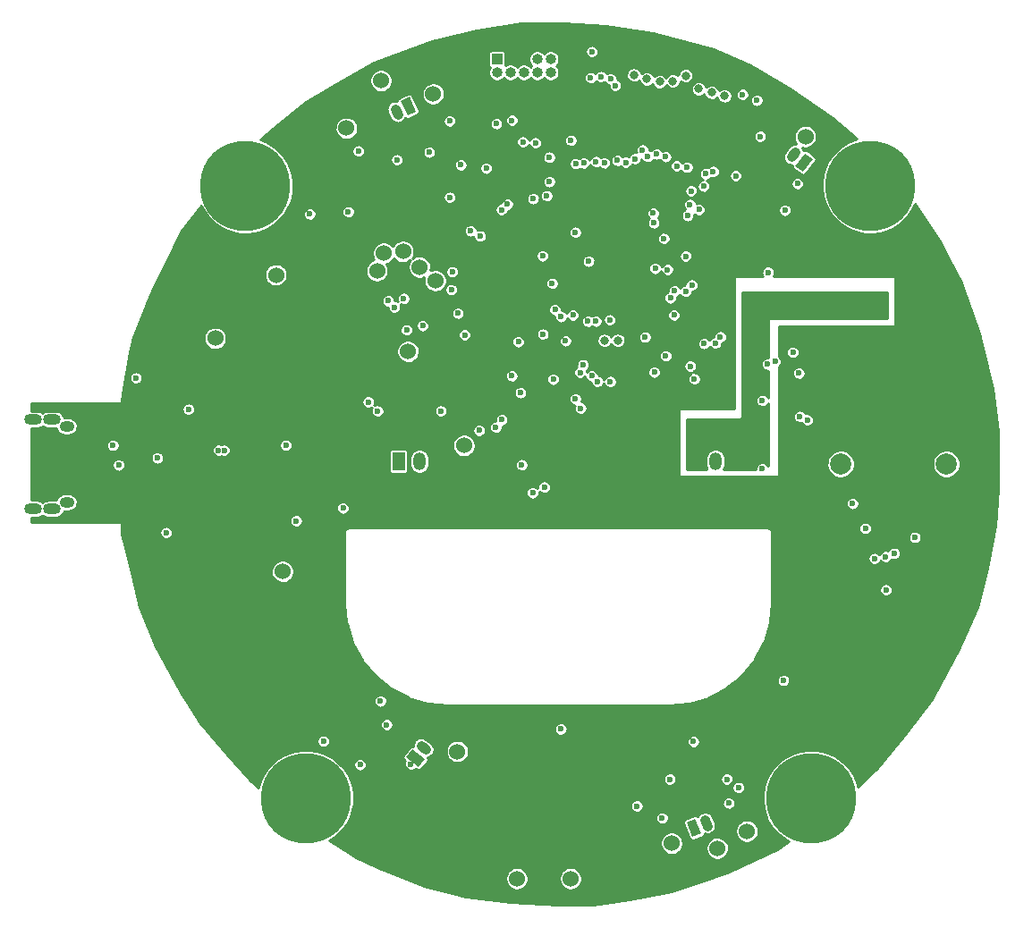
<source format=gbr>
G04 #@! TF.FileFunction,Copper,L2,Inr,Plane*
%FSLAX46Y46*%
G04 Gerber Fmt 4.6, Leading zero omitted, Abs format (unit mm)*
G04 Created by KiCad (PCBNEW 4.0.5) date 10/25/17 11:24:36*
%MOMM*%
%LPD*%
G01*
G04 APERTURE LIST*
%ADD10C,0.100000*%
%ADD11C,2.000000*%
%ADD12R,1.000000X1.000000*%
%ADD13O,1.000000X1.000000*%
%ADD14C,1.524000*%
%ADD15R,1.350000X1.350000*%
%ADD16C,1.350000*%
%ADD17C,8.509000*%
%ADD18R,1.200000X1.700000*%
%ADD19O,1.200000X1.700000*%
%ADD20O,1.700000X1.000000*%
%ADD21O,1.400000X1.000000*%
%ADD22C,0.900000*%
%ADD23C,0.600000*%
%ADD24C,0.800000*%
%ADD25C,0.254000*%
G04 APERTURE END LIST*
D10*
D11*
X153750000Y-127000000D03*
X163750000Y-127000000D03*
D12*
X121198088Y-88652284D03*
D13*
X121198088Y-89922284D03*
X122468088Y-88652284D03*
X122468088Y-89922284D03*
X123738088Y-88652284D03*
X123738088Y-89922284D03*
X125008088Y-88652284D03*
X125008088Y-89922284D03*
X126278088Y-88652284D03*
X126278088Y-89922284D03*
D14*
X112768088Y-116347284D03*
X110218088Y-90697284D03*
X142068088Y-163397284D03*
X150393088Y-95997284D03*
X128166535Y-166266711D03*
X125626535Y-166266711D03*
X123086535Y-166266711D03*
D15*
X154402688Y-112622484D03*
D16*
X154402688Y-114622484D03*
D17*
X103073200Y-158648400D03*
X150926800Y-158648400D03*
X156531208Y-100634800D03*
X97358200Y-100634800D03*
D18*
X139868088Y-126747284D03*
D19*
X141868088Y-126747284D03*
D20*
X77306248Y-122797764D03*
X77306248Y-131247764D03*
X79056248Y-122797764D03*
X79056248Y-131247764D03*
D21*
X80456248Y-130622764D03*
X80456248Y-123422764D03*
D18*
X111868088Y-126747284D03*
D19*
X113868088Y-126747284D03*
D14*
X117445688Y-154221084D03*
D22*
X111541303Y-93375392D02*
X111794873Y-93919176D01*
X110390292Y-93912117D02*
X110643862Y-94455901D01*
D10*
G36*
X112728224Y-93980468D02*
X112094297Y-92621006D01*
X112909974Y-92240650D01*
X113543901Y-93600112D01*
X112728224Y-93980468D01*
X112728224Y-93980468D01*
G37*
D22*
X141131693Y-161259728D02*
X140902083Y-160705400D01*
X142305020Y-160773720D02*
X142075410Y-160219392D01*
D10*
G36*
X139972294Y-160603455D02*
X140546319Y-161989274D01*
X139714828Y-162333689D01*
X139140803Y-160947870D01*
X139972294Y-160603455D01*
X139972294Y-160603455D01*
G37*
D22*
X114483294Y-154037952D02*
X114007282Y-153672696D01*
X115256421Y-153030394D02*
X114780409Y-152665138D01*
D10*
G36*
X113151089Y-154049303D02*
X114341119Y-154962445D01*
X113793233Y-155676463D01*
X112603203Y-154763321D01*
X113151089Y-154049303D01*
X113151089Y-154049303D01*
G37*
D22*
X149443157Y-97436151D02*
X149077901Y-97912163D01*
X148435599Y-96663024D02*
X148070343Y-97139036D01*
D10*
G36*
X149454508Y-98768356D02*
X150367650Y-97578326D01*
X151081668Y-98126212D01*
X150168526Y-99316242D01*
X149454508Y-98768356D01*
X149454508Y-98768356D01*
G37*
D14*
X118068088Y-125247284D03*
X113868088Y-108347284D03*
X112293088Y-106872284D03*
X115368088Y-109647284D03*
X109843088Y-108697284D03*
X110468088Y-107022284D03*
X115168088Y-91947284D03*
X106943088Y-95197284D03*
X94518088Y-115097284D03*
X100268088Y-109097284D03*
X161318088Y-109597284D03*
X89018088Y-112997284D03*
X144868088Y-161772284D03*
X137743088Y-162922284D03*
X100893088Y-137172284D03*
D23*
X120193088Y-98997284D03*
X135210587Y-114979868D03*
X110893088Y-111547284D03*
X139073067Y-107322284D03*
X140321800Y-102908286D03*
X143802949Y-99699653D03*
X132583078Y-98247284D03*
X121088471Y-123524220D03*
X110753316Y-151682080D03*
X114168088Y-113897284D03*
X124618088Y-101872284D03*
X125520260Y-107297284D03*
X110536888Y-154576684D03*
X133860464Y-96997957D03*
X133741734Y-114483177D03*
X133072885Y-116738594D03*
D24*
X133343088Y-88622284D03*
D23*
X110868090Y-112772284D03*
X162093088Y-133172284D03*
X156768088Y-130722284D03*
X124496272Y-121985936D03*
X115971201Y-118157294D03*
X141223077Y-114829020D03*
X143368088Y-115072284D03*
X102718088Y-117147284D03*
X143168088Y-120747284D03*
X142612968Y-120317164D03*
X146307868Y-120986624D03*
X141523120Y-110857086D03*
X120307689Y-106757860D03*
X120288692Y-104940537D03*
X123868088Y-109772284D03*
X104208078Y-144597284D03*
X143553603Y-98587465D03*
X88618097Y-127686828D03*
X125168088Y-124297284D03*
X127418088Y-121997284D03*
X126107342Y-121747865D03*
X127594917Y-129288166D03*
X106608077Y-147747284D03*
X102721076Y-125233591D03*
X104586699Y-125543430D03*
X154209601Y-134155771D03*
X136206873Y-152686039D03*
X150343088Y-153272284D03*
X90309975Y-131280397D03*
X97368088Y-117297284D03*
X97293088Y-127747284D03*
X157943088Y-126622284D03*
X159593088Y-126622284D03*
X141618088Y-153722284D03*
X138793088Y-155272284D03*
X147643088Y-104547284D03*
X145918088Y-103147284D03*
X105393088Y-126972284D03*
X154843088Y-152372284D03*
X158793088Y-151722284D03*
X153218088Y-132272284D03*
X152843088Y-130547284D03*
X134393088Y-105072284D03*
X131043088Y-105072284D03*
X131943088Y-105072284D03*
X133523046Y-105076285D03*
X132741258Y-105076286D03*
X126424844Y-104826287D03*
X100951608Y-113031924D03*
X107868088Y-113097284D03*
X100267380Y-124971412D03*
X102743088Y-135972284D03*
X101243088Y-133921762D03*
X109543088Y-150697284D03*
X105593088Y-151472284D03*
X115293088Y-102522284D03*
X111018088Y-102022284D03*
X114593088Y-98772284D03*
X121718088Y-129122284D03*
X134618088Y-111522284D03*
X143268100Y-111187274D03*
X126264086Y-106826286D03*
X142368088Y-110847284D03*
X141868088Y-106447284D03*
X141868088Y-102947284D03*
X164068088Y-135947284D03*
X162268088Y-134947284D03*
X159768088Y-139347284D03*
X162868088Y-140342044D03*
X163468088Y-130647284D03*
X162568088Y-130647284D03*
X161568088Y-130647284D03*
X132268088Y-121947284D03*
X134368088Y-126047284D03*
X133768088Y-125147284D03*
X133268088Y-124247284D03*
X132668088Y-123147284D03*
X125468088Y-121947284D03*
X126747602Y-125200769D03*
X133268088Y-129034164D03*
X84168088Y-121747284D03*
X83368088Y-126935194D03*
X81768088Y-128747284D03*
X123643088Y-96497284D03*
X125893088Y-101597284D03*
X139193088Y-98897284D03*
X84833078Y-125226920D03*
X135993088Y-103247284D03*
X138205730Y-98771563D03*
X136043088Y-104172284D03*
X85393088Y-127097284D03*
X121636687Y-102919377D03*
X121143088Y-94772284D03*
X122186178Y-102394328D03*
X122618088Y-94447284D03*
X146318088Y-127447284D03*
X148318088Y-147497284D03*
X127243088Y-152097284D03*
X102185288Y-132380084D03*
X115893088Y-121972284D03*
X109893088Y-121972284D03*
X106618088Y-131172284D03*
X129343088Y-117597284D03*
X136168088Y-108472284D03*
X137344393Y-108586254D03*
X130167613Y-118647759D03*
X126518088Y-118972284D03*
X119518088Y-123822284D03*
X101218088Y-125222284D03*
X114788170Y-97472284D03*
X116718088Y-101747284D03*
X95368088Y-125697284D03*
X94843088Y-125697284D03*
X113043088Y-155422284D03*
X148468088Y-102972284D03*
X137568088Y-156847284D03*
X131868088Y-113347284D03*
X128617288Y-120837187D03*
X123528098Y-127074228D03*
X130068088Y-90422283D03*
X107118088Y-103122284D03*
X129418088Y-98497284D03*
X130548077Y-113482294D03*
X139641018Y-124399043D03*
X140361566Y-123701553D03*
X146268088Y-124047262D03*
X145168088Y-124047284D03*
X131918088Y-119197284D03*
X130705023Y-119185168D03*
X121649922Y-122798019D03*
X140803098Y-115594285D03*
X139250764Y-103472640D03*
X89043088Y-126422284D03*
X89873169Y-133492203D03*
X127268088Y-113047284D03*
X129788064Y-113482294D03*
X118133078Y-114768399D03*
X116968088Y-108797284D03*
X112361840Y-111325852D03*
X117493088Y-112722284D03*
X109018088Y-121122284D03*
X91993088Y-121822284D03*
X126693088Y-112372284D03*
X129868088Y-107797284D03*
X128394492Y-112898776D03*
X125670136Y-129189621D03*
X129123107Y-121710717D03*
X116893088Y-110497284D03*
X123425140Y-120250792D03*
X123218088Y-115422284D03*
X112638418Y-114299655D03*
X124568088Y-129722284D03*
X111493088Y-112147284D03*
X110168088Y-149447284D03*
X136093088Y-118297284D03*
X149768088Y-118397284D03*
X146868088Y-108847284D03*
X129057879Y-118329999D03*
X122593088Y-118647284D03*
X142343088Y-114947284D03*
X139795912Y-153282648D03*
X125543088Y-114697284D03*
X117768088Y-98672284D03*
X154868088Y-130747284D03*
X156069590Y-133097283D03*
X149208078Y-116422873D03*
X141887081Y-115555294D03*
X139468088Y-102422284D03*
X140765207Y-100697168D03*
X139582358Y-101141040D03*
X158018088Y-138922284D03*
X160768088Y-133947284D03*
X139866647Y-118932294D03*
X139643088Y-110047284D03*
X150578088Y-122822284D03*
X158806133Y-135460329D03*
X127689075Y-115343271D03*
X149863163Y-122500771D03*
X126418088Y-109897284D03*
X157989068Y-135768264D03*
X128660482Y-98557710D03*
X144443088Y-91997284D03*
X130168088Y-87947284D03*
X156924494Y-135949064D03*
X137610963Y-111274539D03*
X137948067Y-112891842D03*
X136833829Y-160534766D03*
X108073928Y-97357657D03*
X116718088Y-94522284D03*
X111718088Y-98197284D03*
X142968088Y-156847284D03*
X144068088Y-157647284D03*
X136994569Y-105631001D03*
X128612256Y-105047284D03*
X146812403Y-117537274D03*
X139500011Y-117737274D03*
X139068088Y-110647284D03*
X138018088Y-110597284D03*
X147529293Y-117284910D03*
X137180669Y-116759865D03*
X126143088Y-97947284D03*
X124820903Y-96575099D03*
X87018091Y-118847281D03*
X146118088Y-95972284D03*
X140943088Y-99522284D03*
X134443088Y-159387274D03*
X119602961Y-105413104D03*
X108242015Y-155473357D03*
X143143088Y-159122284D03*
X145798557Y-92557294D03*
X141667984Y-99293933D03*
X149643088Y-100447284D03*
X118693088Y-104922284D03*
X104768088Y-153247284D03*
X131043088Y-90322284D03*
X103468088Y-103322284D03*
X133393088Y-98432286D03*
D24*
X132643088Y-115297284D03*
X131373088Y-115297284D03*
X134159000Y-90156372D03*
D23*
X134268088Y-98097284D03*
X134980475Y-97263792D03*
D24*
X135393088Y-90547284D03*
D23*
X135445094Y-97865247D03*
D24*
X136593088Y-90797284D03*
D23*
X136293088Y-97647284D03*
D24*
X137843088Y-90722284D03*
D23*
X137168088Y-97897284D03*
D24*
X139068088Y-90222284D03*
D23*
X131953562Y-90527256D03*
D24*
X140292629Y-91474224D03*
D23*
X130570806Y-98373046D03*
X132393088Y-91147284D03*
D24*
X141519355Y-91802924D03*
D23*
X131368088Y-98497284D03*
X128193088Y-96347284D03*
D24*
X142746081Y-92131624D03*
D23*
X126159601Y-100255771D03*
D25*
G36*
X158141088Y-113220284D02*
X147018088Y-113220284D01*
X146982707Y-113225312D01*
X146950127Y-113239998D01*
X146922928Y-113263179D01*
X146903265Y-113293020D01*
X146892693Y-113327157D01*
X146891088Y-113347284D01*
X146891088Y-116913324D01*
X146878259Y-116910691D01*
X146755301Y-116909833D01*
X146634518Y-116932874D01*
X146520511Y-116978936D01*
X146417621Y-117046265D01*
X146329769Y-117132296D01*
X146260300Y-117233753D01*
X146211860Y-117346771D01*
X146186295Y-117467045D01*
X146184579Y-117589994D01*
X146206775Y-117710935D01*
X146252040Y-117825261D01*
X146318649Y-117928618D01*
X146404065Y-118017069D01*
X146505035Y-118087245D01*
X146617712Y-118136472D01*
X146737804Y-118162876D01*
X146860739Y-118165451D01*
X146891088Y-118160100D01*
X146891088Y-120756185D01*
X146864155Y-120690841D01*
X146796109Y-120588424D01*
X146709467Y-120501174D01*
X146607527Y-120432415D01*
X146494174Y-120384766D01*
X146373724Y-120360041D01*
X146250766Y-120359183D01*
X146129983Y-120382224D01*
X146015976Y-120428286D01*
X145913086Y-120495615D01*
X145825234Y-120581646D01*
X145755765Y-120683103D01*
X145707325Y-120796121D01*
X145681760Y-120916395D01*
X145680044Y-121039344D01*
X145702240Y-121160285D01*
X145747505Y-121274611D01*
X145814114Y-121377968D01*
X145899530Y-121466419D01*
X146000500Y-121536595D01*
X146113177Y-121585822D01*
X146233269Y-121612226D01*
X146356204Y-121614801D01*
X146477297Y-121593449D01*
X146591936Y-121548983D01*
X146695756Y-121483098D01*
X146784801Y-121398301D01*
X146855679Y-121297824D01*
X146891088Y-121218295D01*
X146891088Y-127192050D01*
X146874375Y-127151501D01*
X146806329Y-127049084D01*
X146719687Y-126961834D01*
X146617747Y-126893075D01*
X146504394Y-126845426D01*
X146383944Y-126820701D01*
X146260986Y-126819843D01*
X146140203Y-126842884D01*
X146026196Y-126888946D01*
X145923306Y-126956275D01*
X145835454Y-127042306D01*
X145765985Y-127143763D01*
X145717545Y-127256781D01*
X145691980Y-127377055D01*
X145690679Y-127470284D01*
X142663985Y-127470284D01*
X142720126Y-127368163D01*
X142774831Y-127195713D01*
X142794998Y-127015922D01*
X142795088Y-127002979D01*
X142795088Y-126491589D01*
X142777433Y-126311534D01*
X142725142Y-126138337D01*
X142640206Y-125978595D01*
X142525860Y-125838393D01*
X142386460Y-125723071D01*
X142227315Y-125637022D01*
X142054487Y-125583523D01*
X141874560Y-125564612D01*
X141694386Y-125581009D01*
X141520828Y-125632090D01*
X141360497Y-125715908D01*
X141219500Y-125829273D01*
X141103208Y-125967865D01*
X141016050Y-126126405D01*
X140961345Y-126298855D01*
X140941178Y-126478646D01*
X140941088Y-126491589D01*
X140941088Y-127002979D01*
X140958743Y-127183034D01*
X141011034Y-127356231D01*
X141071677Y-127470284D01*
X139145088Y-127470284D01*
X139145088Y-122724284D01*
X144268088Y-122724284D01*
X144303469Y-122719256D01*
X144336049Y-122704570D01*
X144363248Y-122681389D01*
X144382911Y-122651548D01*
X144393483Y-122617411D01*
X144395088Y-122597284D01*
X144395088Y-110724284D01*
X158141088Y-110724284D01*
X158141088Y-113220284D01*
X158141088Y-113220284D01*
G37*
X158141088Y-113220284D02*
X147018088Y-113220284D01*
X146982707Y-113225312D01*
X146950127Y-113239998D01*
X146922928Y-113263179D01*
X146903265Y-113293020D01*
X146892693Y-113327157D01*
X146891088Y-113347284D01*
X146891088Y-116913324D01*
X146878259Y-116910691D01*
X146755301Y-116909833D01*
X146634518Y-116932874D01*
X146520511Y-116978936D01*
X146417621Y-117046265D01*
X146329769Y-117132296D01*
X146260300Y-117233753D01*
X146211860Y-117346771D01*
X146186295Y-117467045D01*
X146184579Y-117589994D01*
X146206775Y-117710935D01*
X146252040Y-117825261D01*
X146318649Y-117928618D01*
X146404065Y-118017069D01*
X146505035Y-118087245D01*
X146617712Y-118136472D01*
X146737804Y-118162876D01*
X146860739Y-118165451D01*
X146891088Y-118160100D01*
X146891088Y-120756185D01*
X146864155Y-120690841D01*
X146796109Y-120588424D01*
X146709467Y-120501174D01*
X146607527Y-120432415D01*
X146494174Y-120384766D01*
X146373724Y-120360041D01*
X146250766Y-120359183D01*
X146129983Y-120382224D01*
X146015976Y-120428286D01*
X145913086Y-120495615D01*
X145825234Y-120581646D01*
X145755765Y-120683103D01*
X145707325Y-120796121D01*
X145681760Y-120916395D01*
X145680044Y-121039344D01*
X145702240Y-121160285D01*
X145747505Y-121274611D01*
X145814114Y-121377968D01*
X145899530Y-121466419D01*
X146000500Y-121536595D01*
X146113177Y-121585822D01*
X146233269Y-121612226D01*
X146356204Y-121614801D01*
X146477297Y-121593449D01*
X146591936Y-121548983D01*
X146695756Y-121483098D01*
X146784801Y-121398301D01*
X146855679Y-121297824D01*
X146891088Y-121218295D01*
X146891088Y-127192050D01*
X146874375Y-127151501D01*
X146806329Y-127049084D01*
X146719687Y-126961834D01*
X146617747Y-126893075D01*
X146504394Y-126845426D01*
X146383944Y-126820701D01*
X146260986Y-126819843D01*
X146140203Y-126842884D01*
X146026196Y-126888946D01*
X145923306Y-126956275D01*
X145835454Y-127042306D01*
X145765985Y-127143763D01*
X145717545Y-127256781D01*
X145691980Y-127377055D01*
X145690679Y-127470284D01*
X142663985Y-127470284D01*
X142720126Y-127368163D01*
X142774831Y-127195713D01*
X142794998Y-127015922D01*
X142795088Y-127002979D01*
X142795088Y-126491589D01*
X142777433Y-126311534D01*
X142725142Y-126138337D01*
X142640206Y-125978595D01*
X142525860Y-125838393D01*
X142386460Y-125723071D01*
X142227315Y-125637022D01*
X142054487Y-125583523D01*
X141874560Y-125564612D01*
X141694386Y-125581009D01*
X141520828Y-125632090D01*
X141360497Y-125715908D01*
X141219500Y-125829273D01*
X141103208Y-125967865D01*
X141016050Y-126126405D01*
X140961345Y-126298855D01*
X140941178Y-126478646D01*
X140941088Y-126491589D01*
X140941088Y-127002979D01*
X140958743Y-127183034D01*
X141011034Y-127356231D01*
X141071677Y-127470284D01*
X139145088Y-127470284D01*
X139145088Y-122724284D01*
X144268088Y-122724284D01*
X144303469Y-122719256D01*
X144336049Y-122704570D01*
X144363248Y-122681389D01*
X144382911Y-122651548D01*
X144393483Y-122617411D01*
X144395088Y-122597284D01*
X144395088Y-110724284D01*
X158141088Y-110724284D01*
X158141088Y-113220284D01*
G36*
X131503652Y-85473630D02*
X135991569Y-86221616D01*
X141726815Y-87717767D01*
X145210134Y-89210618D01*
X148949387Y-91454170D01*
X152940033Y-94197739D01*
X155246180Y-96215618D01*
X155231402Y-96218437D01*
X154398347Y-96555013D01*
X153646532Y-97046987D01*
X153004594Y-97675619D01*
X152496983Y-98416966D01*
X152143035Y-99242789D01*
X151956230Y-100121634D01*
X151943686Y-101020025D01*
X152105878Y-101903743D01*
X152436630Y-102739127D01*
X152923344Y-103494358D01*
X153547479Y-104140670D01*
X154285264Y-104653443D01*
X155108596Y-105013148D01*
X155986115Y-105206084D01*
X156884397Y-105224900D01*
X157769226Y-105068881D01*
X158606899Y-104743969D01*
X159365509Y-104262540D01*
X160016162Y-103642932D01*
X160534074Y-102908744D01*
X160783278Y-102349022D01*
X163158032Y-105911152D01*
X164812598Y-109220284D01*
X158895088Y-109220284D01*
X158895088Y-109097284D01*
X158768088Y-109097284D01*
X158768088Y-109220284D01*
X147372304Y-109220284D01*
X147415899Y-109158484D01*
X147465912Y-109046154D01*
X147493154Y-108926248D01*
X147495115Y-108785803D01*
X147471232Y-108665184D01*
X147424375Y-108551501D01*
X147356329Y-108449084D01*
X147269687Y-108361834D01*
X147167747Y-108293075D01*
X147054394Y-108245426D01*
X146933944Y-108220701D01*
X146810986Y-108219843D01*
X146690203Y-108242884D01*
X146576196Y-108288946D01*
X146473306Y-108356275D01*
X146385454Y-108442306D01*
X146315985Y-108543763D01*
X146267545Y-108656781D01*
X146241980Y-108777055D01*
X146240264Y-108900004D01*
X146262460Y-109020945D01*
X146307725Y-109135271D01*
X146362512Y-109220284D01*
X143768088Y-109220284D01*
X143732707Y-109225312D01*
X143700127Y-109239998D01*
X143672928Y-109263179D01*
X143653265Y-109293020D01*
X143642693Y-109327157D01*
X143641088Y-109347284D01*
X143641088Y-121720284D01*
X138518088Y-121720284D01*
X138482707Y-121725312D01*
X138450127Y-121739998D01*
X138422928Y-121763179D01*
X138403265Y-121793020D01*
X138392693Y-121827157D01*
X138391088Y-121847284D01*
X138391088Y-128097284D01*
X138396116Y-128132665D01*
X138410802Y-128165245D01*
X138433983Y-128192444D01*
X138463824Y-128212107D01*
X138497961Y-128222679D01*
X138518088Y-128224284D01*
X147768088Y-128224284D01*
X147803469Y-128219256D01*
X147836049Y-128204570D01*
X147863248Y-128181389D01*
X147882911Y-128151548D01*
X147893483Y-128117411D01*
X147895088Y-128097284D01*
X147895088Y-127111578D01*
X152421255Y-127111578D01*
X152468233Y-127367541D01*
X152564034Y-127609504D01*
X152705007Y-127828251D01*
X152885783Y-128015451D01*
X153099478Y-128163973D01*
X153337950Y-128268159D01*
X153592118Y-128324041D01*
X153852299Y-128329491D01*
X154108583Y-128284301D01*
X154351210Y-128190193D01*
X154570936Y-128050750D01*
X154759393Y-127871285D01*
X154909403Y-127658632D01*
X155015251Y-127420893D01*
X155072907Y-127167122D01*
X155073682Y-127111578D01*
X162421255Y-127111578D01*
X162468233Y-127367541D01*
X162564034Y-127609504D01*
X162705007Y-127828251D01*
X162885783Y-128015451D01*
X163099478Y-128163973D01*
X163337950Y-128268159D01*
X163592118Y-128324041D01*
X163852299Y-128329491D01*
X164108583Y-128284301D01*
X164351210Y-128190193D01*
X164570936Y-128050750D01*
X164759393Y-127871285D01*
X164909403Y-127658632D01*
X165015251Y-127420893D01*
X165072907Y-127167122D01*
X165077057Y-126869881D01*
X165026510Y-126614599D01*
X164927341Y-126373997D01*
X164783327Y-126157239D01*
X164599955Y-125972581D01*
X164384207Y-125827058D01*
X164144303Y-125726212D01*
X163889380Y-125673884D01*
X163629149Y-125672067D01*
X163373520Y-125720831D01*
X163132231Y-125818318D01*
X162914473Y-125960814D01*
X162728540Y-126142894D01*
X162581514Y-126357620D01*
X162478996Y-126596814D01*
X162424889Y-126851365D01*
X162421255Y-127111578D01*
X155073682Y-127111578D01*
X155077057Y-126869881D01*
X155026510Y-126614599D01*
X154927341Y-126373997D01*
X154783327Y-126157239D01*
X154599955Y-125972581D01*
X154384207Y-125827058D01*
X154144303Y-125726212D01*
X153889380Y-125673884D01*
X153629149Y-125672067D01*
X153373520Y-125720831D01*
X153132231Y-125818318D01*
X152914473Y-125960814D01*
X152728540Y-126142894D01*
X152581514Y-126357620D01*
X152478996Y-126596814D01*
X152424889Y-126851365D01*
X152421255Y-127111578D01*
X147895088Y-127111578D01*
X147895088Y-122553491D01*
X149235339Y-122553491D01*
X149257535Y-122674432D01*
X149302800Y-122788758D01*
X149369409Y-122892115D01*
X149454825Y-122980566D01*
X149555795Y-123050742D01*
X149668472Y-123099969D01*
X149788564Y-123126373D01*
X149911499Y-123128948D01*
X150017705Y-123110221D01*
X150017725Y-123110271D01*
X150084334Y-123213628D01*
X150169750Y-123302079D01*
X150270720Y-123372255D01*
X150383397Y-123421482D01*
X150503489Y-123447886D01*
X150626424Y-123450461D01*
X150747517Y-123429109D01*
X150862156Y-123384643D01*
X150965976Y-123318758D01*
X151055021Y-123233961D01*
X151125899Y-123133484D01*
X151175912Y-123021154D01*
X151203154Y-122901248D01*
X151205115Y-122760803D01*
X151181232Y-122640184D01*
X151134375Y-122526501D01*
X151066329Y-122424084D01*
X150979687Y-122336834D01*
X150877747Y-122268075D01*
X150764394Y-122220426D01*
X150643944Y-122195701D01*
X150520986Y-122194843D01*
X150422975Y-122213540D01*
X150419450Y-122204988D01*
X150351404Y-122102571D01*
X150264762Y-122015321D01*
X150162822Y-121946562D01*
X150049469Y-121898913D01*
X149929019Y-121874188D01*
X149806061Y-121873330D01*
X149685278Y-121896371D01*
X149571271Y-121942433D01*
X149468381Y-122009762D01*
X149380529Y-122095793D01*
X149311060Y-122197250D01*
X149262620Y-122310268D01*
X149237055Y-122430542D01*
X149235339Y-122553491D01*
X147895088Y-122553491D01*
X147895088Y-118450004D01*
X149140264Y-118450004D01*
X149162460Y-118570945D01*
X149207725Y-118685271D01*
X149274334Y-118788628D01*
X149359750Y-118877079D01*
X149460720Y-118947255D01*
X149573397Y-118996482D01*
X149693489Y-119022886D01*
X149816424Y-119025461D01*
X149937517Y-119004109D01*
X150052156Y-118959643D01*
X150155976Y-118893758D01*
X150245021Y-118808961D01*
X150315899Y-118708484D01*
X150365912Y-118596154D01*
X150393154Y-118476248D01*
X150395115Y-118335803D01*
X150371232Y-118215184D01*
X150324375Y-118101501D01*
X150256329Y-117999084D01*
X150169687Y-117911834D01*
X150067747Y-117843075D01*
X149954394Y-117795426D01*
X149833944Y-117770701D01*
X149710986Y-117769843D01*
X149590203Y-117792884D01*
X149476196Y-117838946D01*
X149373306Y-117906275D01*
X149285454Y-117992306D01*
X149215985Y-118093763D01*
X149167545Y-118206781D01*
X149141980Y-118327055D01*
X149140264Y-118450004D01*
X147895088Y-118450004D01*
X147895088Y-117795404D01*
X147917181Y-117781384D01*
X148006226Y-117696587D01*
X148077104Y-117596110D01*
X148127117Y-117483780D01*
X148154359Y-117363874D01*
X148156320Y-117223429D01*
X148132437Y-117102810D01*
X148085580Y-116989127D01*
X148017534Y-116886710D01*
X147930892Y-116799460D01*
X147895088Y-116775310D01*
X147895088Y-116475593D01*
X148580254Y-116475593D01*
X148602450Y-116596534D01*
X148647715Y-116710860D01*
X148714324Y-116814217D01*
X148799740Y-116902668D01*
X148900710Y-116972844D01*
X149013387Y-117022071D01*
X149133479Y-117048475D01*
X149256414Y-117051050D01*
X149377507Y-117029698D01*
X149492146Y-116985232D01*
X149595966Y-116919347D01*
X149685011Y-116834550D01*
X149755889Y-116734073D01*
X149805902Y-116621743D01*
X149833144Y-116501837D01*
X149835105Y-116361392D01*
X149811222Y-116240773D01*
X149764365Y-116127090D01*
X149696319Y-116024673D01*
X149609677Y-115937423D01*
X149507737Y-115868664D01*
X149394384Y-115821015D01*
X149273934Y-115796290D01*
X149150976Y-115795432D01*
X149030193Y-115818473D01*
X148916186Y-115864535D01*
X148813296Y-115931864D01*
X148725444Y-116017895D01*
X148655975Y-116119352D01*
X148607535Y-116232370D01*
X148581970Y-116352644D01*
X148580254Y-116475593D01*
X147895088Y-116475593D01*
X147895088Y-113974284D01*
X158768088Y-113974284D01*
X158803469Y-113969256D01*
X158836049Y-113954570D01*
X158863248Y-113931389D01*
X158882911Y-113901548D01*
X158893483Y-113867411D01*
X158895088Y-113847284D01*
X158895088Y-109224284D01*
X164814598Y-109224284D01*
X164904496Y-109404080D01*
X164980665Y-109365995D01*
X166896236Y-114633817D01*
X168142931Y-119869936D01*
X168641088Y-123855188D01*
X168641088Y-129342758D01*
X168391928Y-132831000D01*
X167644144Y-136819183D01*
X166647864Y-140555229D01*
X164903573Y-144542180D01*
X162410777Y-149278493D01*
X159919235Y-152517498D01*
X157174554Y-155761212D01*
X155380919Y-157554847D01*
X155333981Y-157317794D01*
X154991598Y-156487109D01*
X154494387Y-155738747D01*
X153861288Y-155101213D01*
X153116416Y-154598790D01*
X152288142Y-154250616D01*
X151408014Y-154069951D01*
X150509558Y-154063679D01*
X149626994Y-154232037D01*
X148793939Y-154568613D01*
X148042124Y-155060587D01*
X147400186Y-155689219D01*
X146892575Y-156430566D01*
X146538627Y-157256389D01*
X146351822Y-158135234D01*
X146339278Y-159033625D01*
X146501470Y-159917343D01*
X146832222Y-160752727D01*
X147318936Y-161507958D01*
X147943071Y-162154270D01*
X148680856Y-162667043D01*
X148787003Y-162713417D01*
X147703489Y-163487356D01*
X142970651Y-165729226D01*
X137736157Y-167474058D01*
X133747400Y-168221950D01*
X130259059Y-168720284D01*
X127021605Y-168720284D01*
X122529046Y-168470697D01*
X118291002Y-167972104D01*
X114307877Y-166976323D01*
X112806909Y-166358277D01*
X121996104Y-166358277D01*
X122034656Y-166568332D01*
X122113274Y-166766899D01*
X122228964Y-166946414D01*
X122377317Y-167100039D01*
X122552685Y-167221923D01*
X122748387Y-167307423D01*
X122956969Y-167353282D01*
X123170486Y-167357755D01*
X123380806Y-167320670D01*
X123579916Y-167243440D01*
X123760234Y-167129007D01*
X123914891Y-166981729D01*
X124037996Y-166807216D01*
X124124861Y-166612116D01*
X124172175Y-166403859D01*
X124172811Y-166358277D01*
X127076104Y-166358277D01*
X127114656Y-166568332D01*
X127193274Y-166766899D01*
X127308964Y-166946414D01*
X127457317Y-167100039D01*
X127632685Y-167221923D01*
X127828387Y-167307423D01*
X128036969Y-167353282D01*
X128250486Y-167357755D01*
X128460806Y-167320670D01*
X128659916Y-167243440D01*
X128840234Y-167129007D01*
X128994891Y-166981729D01*
X129117996Y-166807216D01*
X129204861Y-166612116D01*
X129252175Y-166403859D01*
X129255581Y-166159929D01*
X129214100Y-165950432D01*
X129132717Y-165752983D01*
X129014533Y-165575101D01*
X128864048Y-165423562D01*
X128686996Y-165304139D01*
X128490119Y-165221380D01*
X128280917Y-165178437D01*
X128067359Y-165176946D01*
X127857577Y-165216963D01*
X127659565Y-165296966D01*
X127480862Y-165413906D01*
X127328276Y-165563328D01*
X127207620Y-165739543D01*
X127123488Y-165935837D01*
X127079086Y-166144734D01*
X127076104Y-166358277D01*
X124172811Y-166358277D01*
X124175581Y-166159929D01*
X124134100Y-165950432D01*
X124052717Y-165752983D01*
X123934533Y-165575101D01*
X123784048Y-165423562D01*
X123606996Y-165304139D01*
X123410119Y-165221380D01*
X123200917Y-165178437D01*
X122987359Y-165176946D01*
X122777577Y-165216963D01*
X122579565Y-165296966D01*
X122400862Y-165413906D01*
X122248276Y-165563328D01*
X122127620Y-165739543D01*
X122043488Y-165935837D01*
X121999086Y-166144734D01*
X121996104Y-166358277D01*
X112806909Y-166358277D01*
X110068075Y-165230522D01*
X107827828Y-164234856D01*
X105874219Y-163013850D01*
X136652657Y-163013850D01*
X136691209Y-163223905D01*
X136769827Y-163422472D01*
X136885517Y-163601987D01*
X137033870Y-163755612D01*
X137209238Y-163877496D01*
X137404940Y-163962996D01*
X137613522Y-164008855D01*
X137827039Y-164013328D01*
X138037359Y-163976243D01*
X138236469Y-163899013D01*
X138416787Y-163784580D01*
X138571444Y-163637302D01*
X138676165Y-163488850D01*
X140977657Y-163488850D01*
X141016209Y-163698905D01*
X141094827Y-163897472D01*
X141210517Y-164076987D01*
X141358870Y-164230612D01*
X141534238Y-164352496D01*
X141729940Y-164437996D01*
X141938522Y-164483855D01*
X142152039Y-164488328D01*
X142362359Y-164451243D01*
X142561469Y-164374013D01*
X142741787Y-164259580D01*
X142896444Y-164112302D01*
X143019549Y-163937789D01*
X143106414Y-163742689D01*
X143153728Y-163534432D01*
X143157134Y-163290502D01*
X143115653Y-163081005D01*
X143034270Y-162883556D01*
X142916086Y-162705674D01*
X142765601Y-162554135D01*
X142588549Y-162434712D01*
X142391672Y-162351953D01*
X142182470Y-162309010D01*
X141968912Y-162307519D01*
X141759130Y-162347536D01*
X141561118Y-162427539D01*
X141382415Y-162544479D01*
X141229829Y-162693901D01*
X141109173Y-162870116D01*
X141025041Y-163066410D01*
X140980639Y-163275307D01*
X140977657Y-163488850D01*
X138676165Y-163488850D01*
X138694549Y-163462789D01*
X138781414Y-163267689D01*
X138828728Y-163059432D01*
X138832134Y-162815502D01*
X138790653Y-162606005D01*
X138709270Y-162408556D01*
X138591086Y-162230674D01*
X138440601Y-162079135D01*
X138263549Y-161959712D01*
X138066672Y-161876953D01*
X137857470Y-161834010D01*
X137643912Y-161832519D01*
X137434130Y-161872536D01*
X137236118Y-161952539D01*
X137057415Y-162069479D01*
X136904829Y-162218901D01*
X136784173Y-162395116D01*
X136700041Y-162591410D01*
X136655639Y-162800307D01*
X136652657Y-163013850D01*
X105874219Y-163013850D01*
X105305326Y-162658292D01*
X105907501Y-162276140D01*
X106558154Y-161656532D01*
X107076066Y-160922344D01*
X107225154Y-160587486D01*
X136206005Y-160587486D01*
X136228201Y-160708427D01*
X136273466Y-160822753D01*
X136340075Y-160926110D01*
X136425491Y-161014561D01*
X136526461Y-161084737D01*
X136639138Y-161133964D01*
X136759230Y-161160368D01*
X136882165Y-161162943D01*
X137003258Y-161141591D01*
X137117897Y-161097125D01*
X137221717Y-161031240D01*
X137271258Y-160984062D01*
X138814220Y-160984062D01*
X138837233Y-161073613D01*
X139411258Y-162459432D01*
X139435022Y-162505952D01*
X139494091Y-162577085D01*
X139570639Y-162628944D01*
X139658603Y-162657425D01*
X139751020Y-162660272D01*
X139840571Y-162637259D01*
X140672062Y-162292844D01*
X140718582Y-162269080D01*
X140789714Y-162210011D01*
X140841574Y-162133463D01*
X140870055Y-162045499D01*
X140871672Y-161992993D01*
X140978777Y-162025943D01*
X141129618Y-162041531D01*
X141280613Y-162027524D01*
X141426013Y-161984454D01*
X141560277Y-161913964D01*
X141622384Y-161863850D01*
X143777657Y-161863850D01*
X143816209Y-162073905D01*
X143894827Y-162272472D01*
X144010517Y-162451987D01*
X144158870Y-162605612D01*
X144334238Y-162727496D01*
X144529940Y-162812996D01*
X144738522Y-162858855D01*
X144952039Y-162863328D01*
X145162359Y-162826243D01*
X145361469Y-162749013D01*
X145541787Y-162634580D01*
X145696444Y-162487302D01*
X145819549Y-162312789D01*
X145906414Y-162117689D01*
X145953728Y-161909432D01*
X145957134Y-161665502D01*
X145915653Y-161456005D01*
X145834270Y-161258556D01*
X145716086Y-161080674D01*
X145565601Y-160929135D01*
X145388549Y-160809712D01*
X145191672Y-160726953D01*
X144982470Y-160684010D01*
X144768912Y-160682519D01*
X144559130Y-160722536D01*
X144361118Y-160802539D01*
X144182415Y-160919479D01*
X144029829Y-161068901D01*
X143909173Y-161245116D01*
X143825041Y-161441410D01*
X143780639Y-161650307D01*
X143777657Y-161863850D01*
X141622384Y-161863850D01*
X141678293Y-161818738D01*
X141775565Y-161702401D01*
X141848388Y-161569388D01*
X141893988Y-161424762D01*
X141910629Y-161274035D01*
X141897676Y-161122944D01*
X141855623Y-160977249D01*
X141851541Y-160967197D01*
X141617943Y-160403241D01*
X141546517Y-160269472D01*
X141450469Y-160152124D01*
X141333457Y-160055667D01*
X141199938Y-159983774D01*
X141054998Y-159939185D01*
X140904158Y-159923596D01*
X140753163Y-159937604D01*
X140607763Y-159980673D01*
X140473499Y-160051164D01*
X140355483Y-160146390D01*
X140258210Y-160262726D01*
X140200198Y-160368689D01*
X140193031Y-160360059D01*
X140116483Y-160308200D01*
X140028519Y-160279719D01*
X139936102Y-160276872D01*
X139846551Y-160299885D01*
X139015060Y-160644300D01*
X138968540Y-160668064D01*
X138897408Y-160727133D01*
X138845548Y-160803681D01*
X138817067Y-160891645D01*
X138814220Y-160984062D01*
X137271258Y-160984062D01*
X137310762Y-160946443D01*
X137381640Y-160845966D01*
X137431653Y-160733636D01*
X137458895Y-160613730D01*
X137460856Y-160473285D01*
X137436973Y-160352666D01*
X137390116Y-160238983D01*
X137322070Y-160136566D01*
X137235428Y-160049316D01*
X137133488Y-159980557D01*
X137020135Y-159932908D01*
X136899685Y-159908183D01*
X136776727Y-159907325D01*
X136655944Y-159930366D01*
X136541937Y-159976428D01*
X136439047Y-160043757D01*
X136351195Y-160129788D01*
X136281726Y-160231245D01*
X136233286Y-160344263D01*
X136207721Y-160464537D01*
X136206005Y-160587486D01*
X107225154Y-160587486D01*
X107441510Y-160101543D01*
X107591810Y-159439994D01*
X133815264Y-159439994D01*
X133837460Y-159560935D01*
X133882725Y-159675261D01*
X133949334Y-159778618D01*
X134034750Y-159867069D01*
X134135720Y-159937245D01*
X134248397Y-159986472D01*
X134368489Y-160012876D01*
X134491424Y-160015451D01*
X134612517Y-159994099D01*
X134727156Y-159949633D01*
X134830976Y-159883748D01*
X134920021Y-159798951D01*
X134990899Y-159698474D01*
X135040912Y-159586144D01*
X135068154Y-159466238D01*
X135070115Y-159325793D01*
X135046232Y-159205174D01*
X135033797Y-159175004D01*
X142515264Y-159175004D01*
X142537460Y-159295945D01*
X142582725Y-159410271D01*
X142649334Y-159513628D01*
X142734750Y-159602079D01*
X142835720Y-159672255D01*
X142948397Y-159721482D01*
X143068489Y-159747886D01*
X143191424Y-159750461D01*
X143312517Y-159729109D01*
X143427156Y-159684643D01*
X143530976Y-159618758D01*
X143620021Y-159533961D01*
X143690899Y-159433484D01*
X143740912Y-159321154D01*
X143768154Y-159201248D01*
X143770115Y-159060803D01*
X143746232Y-158940184D01*
X143699375Y-158826501D01*
X143631329Y-158724084D01*
X143544687Y-158636834D01*
X143442747Y-158568075D01*
X143329394Y-158520426D01*
X143208944Y-158495701D01*
X143085986Y-158494843D01*
X142965203Y-158517884D01*
X142851196Y-158563946D01*
X142748306Y-158631275D01*
X142660454Y-158717306D01*
X142590985Y-158818763D01*
X142542545Y-158931781D01*
X142516980Y-159052055D01*
X142515264Y-159175004D01*
X135033797Y-159175004D01*
X134999375Y-159091491D01*
X134931329Y-158989074D01*
X134844687Y-158901824D01*
X134742747Y-158833065D01*
X134629394Y-158785416D01*
X134508944Y-158760691D01*
X134385986Y-158759833D01*
X134265203Y-158782874D01*
X134151196Y-158828936D01*
X134048306Y-158896265D01*
X133960454Y-158982296D01*
X133890985Y-159083753D01*
X133842545Y-159196771D01*
X133816980Y-159317045D01*
X133815264Y-159439994D01*
X107591810Y-159439994D01*
X107640567Y-159225393D01*
X107654897Y-158199161D01*
X107556061Y-157700004D01*
X143440264Y-157700004D01*
X143462460Y-157820945D01*
X143507725Y-157935271D01*
X143574334Y-158038628D01*
X143659750Y-158127079D01*
X143760720Y-158197255D01*
X143873397Y-158246482D01*
X143993489Y-158272886D01*
X144116424Y-158275461D01*
X144237517Y-158254109D01*
X144352156Y-158209643D01*
X144455976Y-158143758D01*
X144545021Y-158058961D01*
X144615899Y-157958484D01*
X144665912Y-157846154D01*
X144693154Y-157726248D01*
X144695115Y-157585803D01*
X144671232Y-157465184D01*
X144624375Y-157351501D01*
X144556329Y-157249084D01*
X144469687Y-157161834D01*
X144367747Y-157093075D01*
X144254394Y-157045426D01*
X144133944Y-157020701D01*
X144010986Y-157019843D01*
X143890203Y-157042884D01*
X143776196Y-157088946D01*
X143673306Y-157156275D01*
X143585454Y-157242306D01*
X143515985Y-157343763D01*
X143467545Y-157456781D01*
X143441980Y-157577055D01*
X143440264Y-157700004D01*
X107556061Y-157700004D01*
X107480381Y-157317794D01*
X107308181Y-156900004D01*
X136940264Y-156900004D01*
X136962460Y-157020945D01*
X137007725Y-157135271D01*
X137074334Y-157238628D01*
X137159750Y-157327079D01*
X137260720Y-157397255D01*
X137373397Y-157446482D01*
X137493489Y-157472886D01*
X137616424Y-157475461D01*
X137737517Y-157454109D01*
X137852156Y-157409643D01*
X137955976Y-157343758D01*
X138045021Y-157258961D01*
X138115899Y-157158484D01*
X138165912Y-157046154D01*
X138193154Y-156926248D01*
X138193520Y-156900004D01*
X142340264Y-156900004D01*
X142362460Y-157020945D01*
X142407725Y-157135271D01*
X142474334Y-157238628D01*
X142559750Y-157327079D01*
X142660720Y-157397255D01*
X142773397Y-157446482D01*
X142893489Y-157472886D01*
X143016424Y-157475461D01*
X143137517Y-157454109D01*
X143252156Y-157409643D01*
X143355976Y-157343758D01*
X143445021Y-157258961D01*
X143515899Y-157158484D01*
X143565912Y-157046154D01*
X143593154Y-156926248D01*
X143595115Y-156785803D01*
X143571232Y-156665184D01*
X143524375Y-156551501D01*
X143456329Y-156449084D01*
X143369687Y-156361834D01*
X143267747Y-156293075D01*
X143154394Y-156245426D01*
X143033944Y-156220701D01*
X142910986Y-156219843D01*
X142790203Y-156242884D01*
X142676196Y-156288946D01*
X142573306Y-156356275D01*
X142485454Y-156442306D01*
X142415985Y-156543763D01*
X142367545Y-156656781D01*
X142341980Y-156777055D01*
X142340264Y-156900004D01*
X138193520Y-156900004D01*
X138195115Y-156785803D01*
X138171232Y-156665184D01*
X138124375Y-156551501D01*
X138056329Y-156449084D01*
X137969687Y-156361834D01*
X137867747Y-156293075D01*
X137754394Y-156245426D01*
X137633944Y-156220701D01*
X137510986Y-156219843D01*
X137390203Y-156242884D01*
X137276196Y-156288946D01*
X137173306Y-156356275D01*
X137085454Y-156442306D01*
X137015985Y-156543763D01*
X136967545Y-156656781D01*
X136941980Y-156777055D01*
X136940264Y-156900004D01*
X107308181Y-156900004D01*
X107137998Y-156487109D01*
X106640787Y-155738747D01*
X106429597Y-155526077D01*
X107614191Y-155526077D01*
X107636387Y-155647018D01*
X107681652Y-155761344D01*
X107748261Y-155864701D01*
X107833677Y-155953152D01*
X107934647Y-156023328D01*
X108047324Y-156072555D01*
X108167416Y-156098959D01*
X108290351Y-156101534D01*
X108411444Y-156080182D01*
X108526083Y-156035716D01*
X108629903Y-155969831D01*
X108718948Y-155885034D01*
X108789826Y-155784557D01*
X108839839Y-155672227D01*
X108867081Y-155552321D01*
X108869042Y-155411876D01*
X108845159Y-155291257D01*
X108798302Y-155177574D01*
X108730256Y-155075157D01*
X108643614Y-154987907D01*
X108541674Y-154919148D01*
X108428321Y-154871499D01*
X108307871Y-154846774D01*
X108184913Y-154845916D01*
X108064130Y-154868957D01*
X107950123Y-154915019D01*
X107847233Y-154982348D01*
X107759381Y-155068379D01*
X107689912Y-155169836D01*
X107641472Y-155282854D01*
X107615907Y-155403128D01*
X107614191Y-155526077D01*
X106429597Y-155526077D01*
X106007688Y-155101213D01*
X105540481Y-154786077D01*
X112275410Y-154786077D01*
X112294727Y-154876497D01*
X112338470Y-154957956D01*
X112403175Y-155024003D01*
X112503276Y-155100813D01*
X112490985Y-155118763D01*
X112442545Y-155231781D01*
X112416980Y-155352055D01*
X112415264Y-155475004D01*
X112437460Y-155595945D01*
X112482725Y-155710271D01*
X112549334Y-155813628D01*
X112634750Y-155902079D01*
X112735720Y-155972255D01*
X112848397Y-156021482D01*
X112968489Y-156047886D01*
X113091424Y-156050461D01*
X113212517Y-156029109D01*
X113327156Y-155984643D01*
X113430976Y-155918758D01*
X113492673Y-155860004D01*
X113593205Y-155937145D01*
X113637045Y-155965550D01*
X113723767Y-155997618D01*
X113815989Y-156004256D01*
X113906409Y-155984939D01*
X113987867Y-155941196D01*
X114053915Y-155876491D01*
X114601801Y-155162473D01*
X114630207Y-155118632D01*
X114662274Y-155031911D01*
X114668912Y-154939689D01*
X114649595Y-154849269D01*
X114624743Y-154802990D01*
X114733973Y-154777973D01*
X114872399Y-154716053D01*
X114996161Y-154628424D01*
X115100546Y-154518425D01*
X115181577Y-154390247D01*
X115211518Y-154312650D01*
X116355257Y-154312650D01*
X116393809Y-154522705D01*
X116472427Y-154721272D01*
X116588117Y-154900787D01*
X116736470Y-155054412D01*
X116911838Y-155176296D01*
X117107540Y-155261796D01*
X117316122Y-155307655D01*
X117529639Y-155312128D01*
X117739959Y-155275043D01*
X117939069Y-155197813D01*
X118119387Y-155083380D01*
X118274044Y-154936102D01*
X118397149Y-154761589D01*
X118484014Y-154566489D01*
X118531328Y-154358232D01*
X118534734Y-154114302D01*
X118493253Y-153904805D01*
X118411870Y-153707356D01*
X118293686Y-153529474D01*
X118143201Y-153377935D01*
X118080093Y-153335368D01*
X139168088Y-153335368D01*
X139190284Y-153456309D01*
X139235549Y-153570635D01*
X139302158Y-153673992D01*
X139387574Y-153762443D01*
X139488544Y-153832619D01*
X139601221Y-153881846D01*
X139721313Y-153908250D01*
X139844248Y-153910825D01*
X139965341Y-153889473D01*
X140079980Y-153845007D01*
X140183800Y-153779122D01*
X140272845Y-153694325D01*
X140343723Y-153593848D01*
X140393736Y-153481518D01*
X140420978Y-153361612D01*
X140422939Y-153221167D01*
X140399056Y-153100548D01*
X140352199Y-152986865D01*
X140284153Y-152884448D01*
X140197511Y-152797198D01*
X140095571Y-152728439D01*
X139982218Y-152680790D01*
X139861768Y-152656065D01*
X139738810Y-152655207D01*
X139618027Y-152678248D01*
X139504020Y-152724310D01*
X139401130Y-152791639D01*
X139313278Y-152877670D01*
X139243809Y-152979127D01*
X139195369Y-153092145D01*
X139169804Y-153212419D01*
X139168088Y-153335368D01*
X118080093Y-153335368D01*
X117966149Y-153258512D01*
X117769272Y-153175753D01*
X117560070Y-153132810D01*
X117346512Y-153131319D01*
X117136730Y-153171336D01*
X116938718Y-153251339D01*
X116760015Y-153368279D01*
X116607429Y-153517701D01*
X116486773Y-153693916D01*
X116402641Y-153890210D01*
X116358239Y-154099107D01*
X116355257Y-154312650D01*
X115211518Y-154312650D01*
X115236168Y-154248770D01*
X115262241Y-154099384D01*
X115258800Y-153947780D01*
X115225979Y-153799730D01*
X115165026Y-153660876D01*
X115078264Y-153536504D01*
X114968997Y-153431355D01*
X114960436Y-153424690D01*
X114476156Y-153053088D01*
X114347415Y-152972954D01*
X114205560Y-152919351D01*
X114055997Y-152894322D01*
X113904419Y-152898821D01*
X113756603Y-152932675D01*
X113618177Y-152994595D01*
X113494415Y-153082224D01*
X113390030Y-153192223D01*
X113308999Y-153320401D01*
X113254407Y-153461878D01*
X113228335Y-153611264D01*
X113231076Y-153732039D01*
X113220555Y-153728148D01*
X113128333Y-153721510D01*
X113037913Y-153740827D01*
X112956455Y-153784570D01*
X112890407Y-153849275D01*
X112342521Y-154563293D01*
X112314115Y-154607134D01*
X112282048Y-154693855D01*
X112275410Y-154786077D01*
X105540481Y-154786077D01*
X105262816Y-154598790D01*
X104434542Y-154250616D01*
X103554414Y-154069951D01*
X102655958Y-154063679D01*
X101773394Y-154232037D01*
X100940339Y-154568613D01*
X100188524Y-155060587D01*
X99546586Y-155689219D01*
X99038975Y-156430566D01*
X98685027Y-157256389D01*
X98592889Y-157689862D01*
X97858678Y-157008094D01*
X95614097Y-154514115D01*
X94602338Y-153300004D01*
X104140264Y-153300004D01*
X104162460Y-153420945D01*
X104207725Y-153535271D01*
X104274334Y-153638628D01*
X104359750Y-153727079D01*
X104460720Y-153797255D01*
X104573397Y-153846482D01*
X104693489Y-153872886D01*
X104816424Y-153875461D01*
X104937517Y-153854109D01*
X105052156Y-153809643D01*
X105155976Y-153743758D01*
X105245021Y-153658961D01*
X105315899Y-153558484D01*
X105365912Y-153446154D01*
X105393154Y-153326248D01*
X105395115Y-153185803D01*
X105371232Y-153065184D01*
X105324375Y-152951501D01*
X105256329Y-152849084D01*
X105169687Y-152761834D01*
X105067747Y-152693075D01*
X104954394Y-152645426D01*
X104833944Y-152620701D01*
X104710986Y-152619843D01*
X104590203Y-152642884D01*
X104476196Y-152688946D01*
X104373306Y-152756275D01*
X104285454Y-152842306D01*
X104215985Y-152943763D01*
X104167545Y-153056781D01*
X104141980Y-153177055D01*
X104140264Y-153300004D01*
X94602338Y-153300004D01*
X93298002Y-151734800D01*
X110125492Y-151734800D01*
X110147688Y-151855741D01*
X110192953Y-151970067D01*
X110259562Y-152073424D01*
X110344978Y-152161875D01*
X110445948Y-152232051D01*
X110558625Y-152281278D01*
X110678717Y-152307682D01*
X110801652Y-152310257D01*
X110922745Y-152288905D01*
X111037384Y-152244439D01*
X111141204Y-152178554D01*
X111171184Y-152150004D01*
X126615264Y-152150004D01*
X126637460Y-152270945D01*
X126682725Y-152385271D01*
X126749334Y-152488628D01*
X126834750Y-152577079D01*
X126935720Y-152647255D01*
X127048397Y-152696482D01*
X127168489Y-152722886D01*
X127291424Y-152725461D01*
X127412517Y-152704109D01*
X127527156Y-152659643D01*
X127630976Y-152593758D01*
X127720021Y-152508961D01*
X127790899Y-152408484D01*
X127840912Y-152296154D01*
X127868154Y-152176248D01*
X127870115Y-152035803D01*
X127846232Y-151915184D01*
X127799375Y-151801501D01*
X127731329Y-151699084D01*
X127644687Y-151611834D01*
X127542747Y-151543075D01*
X127429394Y-151495426D01*
X127308944Y-151470701D01*
X127185986Y-151469843D01*
X127065203Y-151492884D01*
X126951196Y-151538946D01*
X126848306Y-151606275D01*
X126760454Y-151692306D01*
X126690985Y-151793763D01*
X126642545Y-151906781D01*
X126616980Y-152027055D01*
X126615264Y-152150004D01*
X111171184Y-152150004D01*
X111230249Y-152093757D01*
X111301127Y-151993280D01*
X111351140Y-151880950D01*
X111378382Y-151761044D01*
X111380343Y-151620599D01*
X111356460Y-151499980D01*
X111309603Y-151386297D01*
X111241557Y-151283880D01*
X111154915Y-151196630D01*
X111052975Y-151127871D01*
X110939622Y-151080222D01*
X110819172Y-151055497D01*
X110696214Y-151054639D01*
X110575431Y-151077680D01*
X110461424Y-151123742D01*
X110358534Y-151191071D01*
X110270682Y-151277102D01*
X110201213Y-151378559D01*
X110152773Y-151491577D01*
X110127208Y-151611851D01*
X110125492Y-151734800D01*
X93298002Y-151734800D01*
X93120864Y-151522235D01*
X91833990Y-149500004D01*
X109540264Y-149500004D01*
X109562460Y-149620945D01*
X109607725Y-149735271D01*
X109674334Y-149838628D01*
X109759750Y-149927079D01*
X109860720Y-149997255D01*
X109973397Y-150046482D01*
X110093489Y-150072886D01*
X110216424Y-150075461D01*
X110337517Y-150054109D01*
X110452156Y-150009643D01*
X110555976Y-149943758D01*
X110645021Y-149858961D01*
X110715899Y-149758484D01*
X110765912Y-149646154D01*
X110793154Y-149526248D01*
X110795115Y-149385803D01*
X110771232Y-149265184D01*
X110724375Y-149151501D01*
X110656329Y-149049084D01*
X110569687Y-148961834D01*
X110467747Y-148893075D01*
X110354394Y-148845426D01*
X110233944Y-148820701D01*
X110110986Y-148819843D01*
X109990203Y-148842884D01*
X109876196Y-148888946D01*
X109773306Y-148956275D01*
X109685454Y-149042306D01*
X109615985Y-149143763D01*
X109567545Y-149256781D01*
X109541980Y-149377055D01*
X109540264Y-149500004D01*
X91833990Y-149500004D01*
X91377269Y-148782301D01*
X88883017Y-144292646D01*
X87389204Y-140558115D01*
X86565638Y-137263850D01*
X99802657Y-137263850D01*
X99841209Y-137473905D01*
X99919827Y-137672472D01*
X100035517Y-137851987D01*
X100183870Y-138005612D01*
X100359238Y-138127496D01*
X100554940Y-138212996D01*
X100763522Y-138258855D01*
X100977039Y-138263328D01*
X101187359Y-138226243D01*
X101386469Y-138149013D01*
X101566787Y-138034580D01*
X101721444Y-137887302D01*
X101844549Y-137712789D01*
X101931414Y-137517689D01*
X101978728Y-137309432D01*
X101982134Y-137065502D01*
X101940653Y-136856005D01*
X101859270Y-136658556D01*
X101741086Y-136480674D01*
X101590601Y-136329135D01*
X101413549Y-136209712D01*
X101216672Y-136126953D01*
X101007470Y-136084010D01*
X100793912Y-136082519D01*
X100584130Y-136122536D01*
X100386118Y-136202539D01*
X100207415Y-136319479D01*
X100054829Y-136468901D01*
X99934173Y-136645116D01*
X99850041Y-136841410D01*
X99805639Y-137050307D01*
X99802657Y-137263850D01*
X86565638Y-137263850D01*
X85645088Y-133581650D01*
X85645088Y-133544923D01*
X89245345Y-133544923D01*
X89267541Y-133665864D01*
X89312806Y-133780190D01*
X89379415Y-133883547D01*
X89464831Y-133971998D01*
X89565801Y-134042174D01*
X89678478Y-134091401D01*
X89798570Y-134117805D01*
X89921505Y-134120380D01*
X90042598Y-134099028D01*
X90157237Y-134054562D01*
X90261057Y-133988677D01*
X90350102Y-133903880D01*
X90420980Y-133803403D01*
X90470993Y-133691073D01*
X90498235Y-133571167D01*
X90499657Y-133469284D01*
X106757088Y-133469284D01*
X106757088Y-140073284D01*
X106757096Y-140073365D01*
X106757091Y-140074774D01*
X106757320Y-140140384D01*
X106759205Y-140158943D01*
X106759075Y-140177594D01*
X106759656Y-140183528D01*
X106951379Y-142007648D01*
X106959164Y-142045572D01*
X106966413Y-142083573D01*
X106968136Y-142089281D01*
X107510514Y-143841422D01*
X107525515Y-143877109D01*
X107540009Y-143912982D01*
X107542808Y-143918247D01*
X108415183Y-145531671D01*
X108436836Y-145563773D01*
X108458016Y-145596138D01*
X108461784Y-145600759D01*
X109630927Y-147014010D01*
X109658395Y-147041287D01*
X109685466Y-147068931D01*
X109690059Y-147072731D01*
X111111438Y-148231979D01*
X111143659Y-148253387D01*
X111175605Y-148275261D01*
X111180850Y-148278097D01*
X112800325Y-149139187D01*
X112836143Y-149153951D01*
X112871677Y-149169180D01*
X112877362Y-149170940D01*
X112877372Y-149170944D01*
X112877382Y-149170946D01*
X114633257Y-149701076D01*
X114671217Y-149708592D01*
X114709077Y-149716640D01*
X114715006Y-149717263D01*
X116540420Y-149896246D01*
X116558331Y-149896246D01*
X116576126Y-149898242D01*
X116582088Y-149898284D01*
X137156088Y-149898284D01*
X137187642Y-149895190D01*
X137471419Y-149898034D01*
X137492876Y-149896147D01*
X137514398Y-149896297D01*
X137520332Y-149895716D01*
X139344452Y-149703993D01*
X139382376Y-149696208D01*
X139420377Y-149688959D01*
X139426083Y-149687237D01*
X139426089Y-149687235D01*
X141178226Y-149144858D01*
X141213913Y-149129857D01*
X141249786Y-149115363D01*
X141255051Y-149112564D01*
X142868475Y-148240189D01*
X142900577Y-148218536D01*
X142932942Y-148197356D01*
X142937563Y-148193588D01*
X143715522Y-147550004D01*
X147690264Y-147550004D01*
X147712460Y-147670945D01*
X147757725Y-147785271D01*
X147824334Y-147888628D01*
X147909750Y-147977079D01*
X148010720Y-148047255D01*
X148123397Y-148096482D01*
X148243489Y-148122886D01*
X148366424Y-148125461D01*
X148487517Y-148104109D01*
X148602156Y-148059643D01*
X148705976Y-147993758D01*
X148795021Y-147908961D01*
X148865899Y-147808484D01*
X148915912Y-147696154D01*
X148943154Y-147576248D01*
X148945115Y-147435803D01*
X148921232Y-147315184D01*
X148874375Y-147201501D01*
X148806329Y-147099084D01*
X148719687Y-147011834D01*
X148617747Y-146943075D01*
X148504394Y-146895426D01*
X148383944Y-146870701D01*
X148260986Y-146869843D01*
X148140203Y-146892884D01*
X148026196Y-146938946D01*
X147923306Y-147006275D01*
X147835454Y-147092306D01*
X147765985Y-147193763D01*
X147717545Y-147306781D01*
X147691980Y-147427055D01*
X147690264Y-147550004D01*
X143715522Y-147550004D01*
X144350814Y-147024445D01*
X144378091Y-146996977D01*
X144405735Y-146969906D01*
X144409535Y-146965313D01*
X145568783Y-145543934D01*
X145590191Y-145511713D01*
X145612065Y-145479767D01*
X145614901Y-145474522D01*
X146475991Y-143855047D01*
X146490755Y-143819229D01*
X146505984Y-143783695D01*
X146507744Y-143778010D01*
X146507748Y-143778000D01*
X146507750Y-143777990D01*
X147037880Y-142022115D01*
X147045396Y-141984155D01*
X147053444Y-141946295D01*
X147054067Y-141940366D01*
X147233050Y-140114952D01*
X147233050Y-140097041D01*
X147235046Y-140079246D01*
X147235088Y-140073284D01*
X147235088Y-138975004D01*
X157390264Y-138975004D01*
X157412460Y-139095945D01*
X157457725Y-139210271D01*
X157524334Y-139313628D01*
X157609750Y-139402079D01*
X157710720Y-139472255D01*
X157823397Y-139521482D01*
X157943489Y-139547886D01*
X158066424Y-139550461D01*
X158187517Y-139529109D01*
X158302156Y-139484643D01*
X158405976Y-139418758D01*
X158495021Y-139333961D01*
X158565899Y-139233484D01*
X158615912Y-139121154D01*
X158643154Y-139001248D01*
X158645115Y-138860803D01*
X158621232Y-138740184D01*
X158574375Y-138626501D01*
X158506329Y-138524084D01*
X158419687Y-138436834D01*
X158317747Y-138368075D01*
X158204394Y-138320426D01*
X158083944Y-138295701D01*
X157960986Y-138294843D01*
X157840203Y-138317884D01*
X157726196Y-138363946D01*
X157623306Y-138431275D01*
X157535454Y-138517306D01*
X157465985Y-138618763D01*
X157417545Y-138731781D01*
X157391980Y-138852055D01*
X157390264Y-138975004D01*
X147235088Y-138975004D01*
X147235088Y-136001784D01*
X156296670Y-136001784D01*
X156318866Y-136122725D01*
X156364131Y-136237051D01*
X156430740Y-136340408D01*
X156516156Y-136428859D01*
X156617126Y-136499035D01*
X156729803Y-136548262D01*
X156849895Y-136574666D01*
X156972830Y-136577241D01*
X157093923Y-136555889D01*
X157208562Y-136511423D01*
X157312382Y-136445538D01*
X157401427Y-136360741D01*
X157472305Y-136260264D01*
X157510239Y-136175063D01*
X157580730Y-136248059D01*
X157681700Y-136318235D01*
X157794377Y-136367462D01*
X157914469Y-136393866D01*
X158037404Y-136396441D01*
X158158497Y-136375089D01*
X158273136Y-136330623D01*
X158376956Y-136264738D01*
X158466001Y-136179941D01*
X158536879Y-136079464D01*
X158556452Y-136035503D01*
X158611442Y-136059527D01*
X158731534Y-136085931D01*
X158854469Y-136088506D01*
X158975562Y-136067154D01*
X159090201Y-136022688D01*
X159194021Y-135956803D01*
X159283066Y-135872006D01*
X159353944Y-135771529D01*
X159403957Y-135659199D01*
X159431199Y-135539293D01*
X159433160Y-135398848D01*
X159409277Y-135278229D01*
X159362420Y-135164546D01*
X159294374Y-135062129D01*
X159207732Y-134974879D01*
X159105792Y-134906120D01*
X158992439Y-134858471D01*
X158871989Y-134833746D01*
X158749031Y-134832888D01*
X158628248Y-134855929D01*
X158514241Y-134901991D01*
X158411351Y-134969320D01*
X158323499Y-135055351D01*
X158254030Y-135156808D01*
X158238536Y-135192957D01*
X158175374Y-135166406D01*
X158054924Y-135141681D01*
X157931966Y-135140823D01*
X157811183Y-135163864D01*
X157697176Y-135209926D01*
X157594286Y-135277255D01*
X157506434Y-135363286D01*
X157436965Y-135464743D01*
X157403877Y-135541943D01*
X157326093Y-135463614D01*
X157224153Y-135394855D01*
X157110800Y-135347206D01*
X156990350Y-135322481D01*
X156867392Y-135321623D01*
X156746609Y-135344664D01*
X156632602Y-135390726D01*
X156529712Y-135458055D01*
X156441860Y-135544086D01*
X156372391Y-135645543D01*
X156323951Y-135758561D01*
X156298386Y-135878835D01*
X156296670Y-136001784D01*
X147235088Y-136001784D01*
X147235088Y-134000004D01*
X160140264Y-134000004D01*
X160162460Y-134120945D01*
X160207725Y-134235271D01*
X160274334Y-134338628D01*
X160359750Y-134427079D01*
X160460720Y-134497255D01*
X160573397Y-134546482D01*
X160693489Y-134572886D01*
X160816424Y-134575461D01*
X160937517Y-134554109D01*
X161052156Y-134509643D01*
X161155976Y-134443758D01*
X161245021Y-134358961D01*
X161315899Y-134258484D01*
X161365912Y-134146154D01*
X161393154Y-134026248D01*
X161395115Y-133885803D01*
X161371232Y-133765184D01*
X161324375Y-133651501D01*
X161256329Y-133549084D01*
X161169687Y-133461834D01*
X161067747Y-133393075D01*
X160954394Y-133345426D01*
X160833944Y-133320701D01*
X160710986Y-133319843D01*
X160590203Y-133342884D01*
X160476196Y-133388946D01*
X160373306Y-133456275D01*
X160285454Y-133542306D01*
X160215985Y-133643763D01*
X160167545Y-133756781D01*
X160141980Y-133877055D01*
X160140264Y-134000004D01*
X147235088Y-134000004D01*
X147235088Y-133469284D01*
X147231171Y-133429336D01*
X147227525Y-133389272D01*
X147227102Y-133387835D01*
X147226956Y-133386346D01*
X147215360Y-133347937D01*
X147203996Y-133309327D01*
X147203301Y-133307997D01*
X147202869Y-133306567D01*
X147184017Y-133271113D01*
X147165386Y-133235475D01*
X147164448Y-133234309D01*
X147163745Y-133232986D01*
X147138324Y-133201817D01*
X147113168Y-133170528D01*
X147112023Y-133169567D01*
X147111075Y-133168405D01*
X147088831Y-133150003D01*
X155441766Y-133150003D01*
X155463962Y-133270944D01*
X155509227Y-133385270D01*
X155575836Y-133488627D01*
X155661252Y-133577078D01*
X155762222Y-133647254D01*
X155874899Y-133696481D01*
X155994991Y-133722885D01*
X156117926Y-133725460D01*
X156239019Y-133704108D01*
X156353658Y-133659642D01*
X156457478Y-133593757D01*
X156546523Y-133508960D01*
X156617401Y-133408483D01*
X156667414Y-133296153D01*
X156694656Y-133176247D01*
X156696617Y-133035802D01*
X156672734Y-132915183D01*
X156625877Y-132801500D01*
X156557831Y-132699083D01*
X156471189Y-132611833D01*
X156369249Y-132543074D01*
X156255896Y-132495425D01*
X156135446Y-132470700D01*
X156012488Y-132469842D01*
X155891705Y-132492883D01*
X155777698Y-132538945D01*
X155674808Y-132606274D01*
X155586956Y-132692305D01*
X155517487Y-132793762D01*
X155469047Y-132906780D01*
X155443482Y-133027054D01*
X155441766Y-133150003D01*
X147088831Y-133150003D01*
X147080086Y-133142769D01*
X147049329Y-133116961D01*
X147048017Y-133116240D01*
X147046863Y-133115285D01*
X147011494Y-133096161D01*
X146976301Y-133076813D01*
X146974875Y-133076361D01*
X146973557Y-133075648D01*
X146935127Y-133063752D01*
X146896866Y-133051615D01*
X146895380Y-133051448D01*
X146893948Y-133051005D01*
X146853901Y-133046796D01*
X146814050Y-133042326D01*
X146811181Y-133042306D01*
X146811069Y-133042294D01*
X146810957Y-133042304D01*
X146808088Y-133042284D01*
X107184088Y-133042284D01*
X107144140Y-133046201D01*
X107104076Y-133049847D01*
X107102639Y-133050270D01*
X107101150Y-133050416D01*
X107062741Y-133062012D01*
X107024131Y-133073376D01*
X107022801Y-133074071D01*
X107021371Y-133074503D01*
X106985917Y-133093355D01*
X106950279Y-133111986D01*
X106949113Y-133112924D01*
X106947790Y-133113627D01*
X106916621Y-133139048D01*
X106885332Y-133164204D01*
X106884371Y-133165349D01*
X106883209Y-133166297D01*
X106857573Y-133197286D01*
X106831765Y-133228043D01*
X106831044Y-133229355D01*
X106830089Y-133230509D01*
X106810965Y-133265878D01*
X106791617Y-133301071D01*
X106791165Y-133302497D01*
X106790452Y-133303815D01*
X106778556Y-133342245D01*
X106766419Y-133380506D01*
X106766252Y-133381992D01*
X106765809Y-133383424D01*
X106761600Y-133423471D01*
X106757130Y-133463322D01*
X106757110Y-133466191D01*
X106757098Y-133466303D01*
X106757108Y-133466415D01*
X106757088Y-133469284D01*
X90499657Y-133469284D01*
X90500196Y-133430722D01*
X90476313Y-133310103D01*
X90429456Y-133196420D01*
X90361410Y-133094003D01*
X90274768Y-133006753D01*
X90172828Y-132937994D01*
X90059475Y-132890345D01*
X89939025Y-132865620D01*
X89816067Y-132864762D01*
X89695284Y-132887803D01*
X89581277Y-132933865D01*
X89478387Y-133001194D01*
X89390535Y-133087225D01*
X89321066Y-133188682D01*
X89272626Y-133301700D01*
X89247061Y-133421974D01*
X89245345Y-133544923D01*
X85645088Y-133544923D01*
X85645088Y-132597284D01*
X85640060Y-132561903D01*
X85625374Y-132529323D01*
X85602193Y-132502124D01*
X85572352Y-132482461D01*
X85538215Y-132471889D01*
X85518088Y-132470284D01*
X77145088Y-132470284D01*
X77145088Y-132432804D01*
X101557464Y-132432804D01*
X101579660Y-132553745D01*
X101624925Y-132668071D01*
X101691534Y-132771428D01*
X101776950Y-132859879D01*
X101877920Y-132930055D01*
X101990597Y-132979282D01*
X102110689Y-133005686D01*
X102233624Y-133008261D01*
X102354717Y-132986909D01*
X102469356Y-132942443D01*
X102573176Y-132876558D01*
X102662221Y-132791761D01*
X102733099Y-132691284D01*
X102783112Y-132578954D01*
X102810354Y-132459048D01*
X102812315Y-132318603D01*
X102788432Y-132197984D01*
X102741575Y-132084301D01*
X102673529Y-131981884D01*
X102586887Y-131894634D01*
X102484947Y-131825875D01*
X102371594Y-131778226D01*
X102251144Y-131753501D01*
X102128186Y-131752643D01*
X102007403Y-131775684D01*
X101893396Y-131821746D01*
X101790506Y-131889075D01*
X101702654Y-131975106D01*
X101633185Y-132076563D01*
X101584745Y-132189581D01*
X101559180Y-132309855D01*
X101557464Y-132432804D01*
X77145088Y-132432804D01*
X77145088Y-132074764D01*
X77661943Y-132074764D01*
X77822575Y-132059014D01*
X77977088Y-132012364D01*
X78119598Y-131936590D01*
X78181172Y-131886371D01*
X78233325Y-131930133D01*
X78374763Y-132007889D01*
X78528610Y-132056692D01*
X78689006Y-132074683D01*
X78700553Y-132074764D01*
X79411943Y-132074764D01*
X79572575Y-132059014D01*
X79727088Y-132012364D01*
X79869598Y-131936590D01*
X79994675Y-131834579D01*
X80097557Y-131710217D01*
X80174324Y-131568239D01*
X80211987Y-131446571D01*
X80239732Y-131449683D01*
X80251279Y-131449764D01*
X80661217Y-131449764D01*
X80821849Y-131434014D01*
X80976362Y-131387364D01*
X81118872Y-131311590D01*
X81225036Y-131225004D01*
X105990264Y-131225004D01*
X106012460Y-131345945D01*
X106057725Y-131460271D01*
X106124334Y-131563628D01*
X106209750Y-131652079D01*
X106310720Y-131722255D01*
X106423397Y-131771482D01*
X106543489Y-131797886D01*
X106666424Y-131800461D01*
X106787517Y-131779109D01*
X106902156Y-131734643D01*
X107005976Y-131668758D01*
X107095021Y-131583961D01*
X107165899Y-131483484D01*
X107215912Y-131371154D01*
X107243154Y-131251248D01*
X107245115Y-131110803D01*
X107221232Y-130990184D01*
X107174375Y-130876501D01*
X107123551Y-130800004D01*
X154240264Y-130800004D01*
X154262460Y-130920945D01*
X154307725Y-131035271D01*
X154374334Y-131138628D01*
X154459750Y-131227079D01*
X154560720Y-131297255D01*
X154673397Y-131346482D01*
X154793489Y-131372886D01*
X154916424Y-131375461D01*
X155037517Y-131354109D01*
X155152156Y-131309643D01*
X155255976Y-131243758D01*
X155345021Y-131158961D01*
X155415899Y-131058484D01*
X155465912Y-130946154D01*
X155493154Y-130826248D01*
X155495115Y-130685803D01*
X155471232Y-130565184D01*
X155424375Y-130451501D01*
X155356329Y-130349084D01*
X155269687Y-130261834D01*
X155167747Y-130193075D01*
X155054394Y-130145426D01*
X154933944Y-130120701D01*
X154810986Y-130119843D01*
X154690203Y-130142884D01*
X154576196Y-130188946D01*
X154473306Y-130256275D01*
X154385454Y-130342306D01*
X154315985Y-130443763D01*
X154267545Y-130556781D01*
X154241980Y-130677055D01*
X154240264Y-130800004D01*
X107123551Y-130800004D01*
X107106329Y-130774084D01*
X107019687Y-130686834D01*
X106917747Y-130618075D01*
X106804394Y-130570426D01*
X106683944Y-130545701D01*
X106560986Y-130544843D01*
X106440203Y-130567884D01*
X106326196Y-130613946D01*
X106223306Y-130681275D01*
X106135454Y-130767306D01*
X106065985Y-130868763D01*
X106017545Y-130981781D01*
X105991980Y-131102055D01*
X105990264Y-131225004D01*
X81225036Y-131225004D01*
X81243949Y-131209579D01*
X81346831Y-131085217D01*
X81423598Y-130943239D01*
X81471326Y-130789055D01*
X81488197Y-130628538D01*
X81473569Y-130467800D01*
X81427998Y-130312964D01*
X81353221Y-130169929D01*
X81252086Y-130044142D01*
X81128445Y-129940395D01*
X80987007Y-129862639D01*
X80833160Y-129813836D01*
X80672764Y-129795845D01*
X80661217Y-129795764D01*
X80251279Y-129795764D01*
X80090647Y-129811514D01*
X79936134Y-129858164D01*
X79793624Y-129933938D01*
X79668547Y-130035949D01*
X79565665Y-130160311D01*
X79488898Y-130302289D01*
X79451235Y-130423957D01*
X79423490Y-130420845D01*
X79411943Y-130420764D01*
X78700553Y-130420764D01*
X78539921Y-130436514D01*
X78385408Y-130483164D01*
X78242898Y-130558938D01*
X78181324Y-130609157D01*
X78129171Y-130565395D01*
X77987733Y-130487639D01*
X77833886Y-130438836D01*
X77673490Y-130420845D01*
X77661943Y-130420764D01*
X77145088Y-130420764D01*
X77145088Y-129775004D01*
X123940264Y-129775004D01*
X123962460Y-129895945D01*
X124007725Y-130010271D01*
X124074334Y-130113628D01*
X124159750Y-130202079D01*
X124260720Y-130272255D01*
X124373397Y-130321482D01*
X124493489Y-130347886D01*
X124616424Y-130350461D01*
X124737517Y-130329109D01*
X124852156Y-130284643D01*
X124955976Y-130218758D01*
X125045021Y-130133961D01*
X125115899Y-130033484D01*
X125165912Y-129921154D01*
X125193154Y-129801248D01*
X125195115Y-129660803D01*
X125180061Y-129584775D01*
X125261798Y-129669416D01*
X125362768Y-129739592D01*
X125475445Y-129788819D01*
X125595537Y-129815223D01*
X125718472Y-129817798D01*
X125839565Y-129796446D01*
X125954204Y-129751980D01*
X126058024Y-129686095D01*
X126147069Y-129601298D01*
X126217947Y-129500821D01*
X126267960Y-129388491D01*
X126295202Y-129268585D01*
X126297163Y-129128140D01*
X126273280Y-129007521D01*
X126226423Y-128893838D01*
X126158377Y-128791421D01*
X126071735Y-128704171D01*
X125969795Y-128635412D01*
X125856442Y-128587763D01*
X125735992Y-128563038D01*
X125613034Y-128562180D01*
X125492251Y-128585221D01*
X125378244Y-128631283D01*
X125275354Y-128698612D01*
X125187502Y-128784643D01*
X125118033Y-128886100D01*
X125069593Y-128999118D01*
X125044028Y-129119392D01*
X125042312Y-129242341D01*
X125057690Y-129326133D01*
X125056329Y-129324084D01*
X124969687Y-129236834D01*
X124867747Y-129168075D01*
X124754394Y-129120426D01*
X124633944Y-129095701D01*
X124510986Y-129094843D01*
X124390203Y-129117884D01*
X124276196Y-129163946D01*
X124173306Y-129231275D01*
X124085454Y-129317306D01*
X124015985Y-129418763D01*
X123967545Y-129531781D01*
X123941980Y-129652055D01*
X123940264Y-129775004D01*
X77145088Y-129775004D01*
X77145088Y-127150004D01*
X84765264Y-127150004D01*
X84787460Y-127270945D01*
X84832725Y-127385271D01*
X84899334Y-127488628D01*
X84984750Y-127577079D01*
X85085720Y-127647255D01*
X85198397Y-127696482D01*
X85318489Y-127722886D01*
X85441424Y-127725461D01*
X85562517Y-127704109D01*
X85677156Y-127659643D01*
X85780976Y-127593758D01*
X85870021Y-127508961D01*
X85940899Y-127408484D01*
X85990912Y-127296154D01*
X86018154Y-127176248D01*
X86020115Y-127035803D01*
X85996232Y-126915184D01*
X85949375Y-126801501D01*
X85881329Y-126699084D01*
X85794687Y-126611834D01*
X85692747Y-126543075D01*
X85579394Y-126495426D01*
X85479907Y-126475004D01*
X88415264Y-126475004D01*
X88437460Y-126595945D01*
X88482725Y-126710271D01*
X88549334Y-126813628D01*
X88634750Y-126902079D01*
X88735720Y-126972255D01*
X88848397Y-127021482D01*
X88968489Y-127047886D01*
X89091424Y-127050461D01*
X89212517Y-127029109D01*
X89327156Y-126984643D01*
X89430976Y-126918758D01*
X89520021Y-126833961D01*
X89590899Y-126733484D01*
X89640912Y-126621154D01*
X89668154Y-126501248D01*
X89670115Y-126360803D01*
X89646232Y-126240184D01*
X89599375Y-126126501D01*
X89531329Y-126024084D01*
X89444687Y-125936834D01*
X89342747Y-125868075D01*
X89229394Y-125820426D01*
X89108944Y-125795701D01*
X88985986Y-125794843D01*
X88865203Y-125817884D01*
X88751196Y-125863946D01*
X88648306Y-125931275D01*
X88560454Y-126017306D01*
X88490985Y-126118763D01*
X88442545Y-126231781D01*
X88416980Y-126352055D01*
X88415264Y-126475004D01*
X85479907Y-126475004D01*
X85458944Y-126470701D01*
X85335986Y-126469843D01*
X85215203Y-126492884D01*
X85101196Y-126538946D01*
X84998306Y-126606275D01*
X84910454Y-126692306D01*
X84840985Y-126793763D01*
X84792545Y-126906781D01*
X84766980Y-127027055D01*
X84765264Y-127150004D01*
X77145088Y-127150004D01*
X77145088Y-125279640D01*
X84205254Y-125279640D01*
X84227450Y-125400581D01*
X84272715Y-125514907D01*
X84339324Y-125618264D01*
X84424740Y-125706715D01*
X84525710Y-125776891D01*
X84638387Y-125826118D01*
X84758479Y-125852522D01*
X84881414Y-125855097D01*
X85002507Y-125833745D01*
X85117146Y-125789279D01*
X85179034Y-125750004D01*
X94215264Y-125750004D01*
X94237460Y-125870945D01*
X94282725Y-125985271D01*
X94349334Y-126088628D01*
X94434750Y-126177079D01*
X94535720Y-126247255D01*
X94648397Y-126296482D01*
X94768489Y-126322886D01*
X94891424Y-126325461D01*
X95012517Y-126304109D01*
X95106984Y-126267467D01*
X95173397Y-126296482D01*
X95293489Y-126322886D01*
X95416424Y-126325461D01*
X95537517Y-126304109D01*
X95652156Y-126259643D01*
X95755976Y-126193758D01*
X95845021Y-126108961D01*
X95915899Y-126008484D01*
X95965408Y-125897284D01*
X110939506Y-125897284D01*
X110939506Y-127597284D01*
X110943659Y-127649358D01*
X110971010Y-127737680D01*
X111021885Y-127814885D01*
X111092255Y-127874861D01*
X111176547Y-127912857D01*
X111268088Y-127925866D01*
X112468088Y-127925866D01*
X112520162Y-127921713D01*
X112608484Y-127894362D01*
X112685689Y-127843487D01*
X112745665Y-127773117D01*
X112783661Y-127688825D01*
X112796670Y-127597284D01*
X112796670Y-126491589D01*
X112941088Y-126491589D01*
X112941088Y-127002979D01*
X112958743Y-127183034D01*
X113011034Y-127356231D01*
X113095970Y-127515973D01*
X113210316Y-127656175D01*
X113349716Y-127771497D01*
X113508861Y-127857546D01*
X113681689Y-127911045D01*
X113861616Y-127929956D01*
X114041790Y-127913559D01*
X114215348Y-127862478D01*
X114375679Y-127778660D01*
X114516676Y-127665295D01*
X114632968Y-127526703D01*
X114720126Y-127368163D01*
X114774831Y-127195713D01*
X114782544Y-127126948D01*
X122900274Y-127126948D01*
X122922470Y-127247889D01*
X122967735Y-127362215D01*
X123034344Y-127465572D01*
X123119760Y-127554023D01*
X123220730Y-127624199D01*
X123333407Y-127673426D01*
X123453499Y-127699830D01*
X123576434Y-127702405D01*
X123697527Y-127681053D01*
X123812166Y-127636587D01*
X123915986Y-127570702D01*
X124005031Y-127485905D01*
X124075909Y-127385428D01*
X124125922Y-127273098D01*
X124153164Y-127153192D01*
X124155125Y-127012747D01*
X124131242Y-126892128D01*
X124084385Y-126778445D01*
X124016339Y-126676028D01*
X123929697Y-126588778D01*
X123827757Y-126520019D01*
X123714404Y-126472370D01*
X123593954Y-126447645D01*
X123470996Y-126446787D01*
X123350213Y-126469828D01*
X123236206Y-126515890D01*
X123133316Y-126583219D01*
X123045464Y-126669250D01*
X122975995Y-126770707D01*
X122927555Y-126883725D01*
X122901990Y-127003999D01*
X122900274Y-127126948D01*
X114782544Y-127126948D01*
X114794998Y-127015922D01*
X114795088Y-127002979D01*
X114795088Y-126491589D01*
X114777433Y-126311534D01*
X114725142Y-126138337D01*
X114640206Y-125978595D01*
X114525860Y-125838393D01*
X114386460Y-125723071D01*
X114227315Y-125637022D01*
X114054487Y-125583523D01*
X113874560Y-125564612D01*
X113694386Y-125581009D01*
X113520828Y-125632090D01*
X113360497Y-125715908D01*
X113219500Y-125829273D01*
X113103208Y-125967865D01*
X113016050Y-126126405D01*
X112961345Y-126298855D01*
X112941178Y-126478646D01*
X112941088Y-126491589D01*
X112796670Y-126491589D01*
X112796670Y-125897284D01*
X112792517Y-125845210D01*
X112765166Y-125756888D01*
X112714291Y-125679683D01*
X112643921Y-125619707D01*
X112559629Y-125581711D01*
X112468088Y-125568702D01*
X111268088Y-125568702D01*
X111216014Y-125572855D01*
X111127692Y-125600206D01*
X111050487Y-125651081D01*
X110990511Y-125721451D01*
X110952515Y-125805743D01*
X110939506Y-125897284D01*
X95965408Y-125897284D01*
X95965912Y-125896154D01*
X95993154Y-125776248D01*
X95995115Y-125635803D01*
X95971232Y-125515184D01*
X95924375Y-125401501D01*
X95856329Y-125299084D01*
X95832417Y-125275004D01*
X100590264Y-125275004D01*
X100612460Y-125395945D01*
X100657725Y-125510271D01*
X100724334Y-125613628D01*
X100809750Y-125702079D01*
X100910720Y-125772255D01*
X101023397Y-125821482D01*
X101143489Y-125847886D01*
X101266424Y-125850461D01*
X101387517Y-125829109D01*
X101502156Y-125784643D01*
X101605976Y-125718758D01*
X101695021Y-125633961D01*
X101765899Y-125533484D01*
X101815912Y-125421154D01*
X101834611Y-125338850D01*
X116977657Y-125338850D01*
X117016209Y-125548905D01*
X117094827Y-125747472D01*
X117210517Y-125926987D01*
X117358870Y-126080612D01*
X117534238Y-126202496D01*
X117729940Y-126287996D01*
X117938522Y-126333855D01*
X118152039Y-126338328D01*
X118362359Y-126301243D01*
X118561469Y-126224013D01*
X118741787Y-126109580D01*
X118896444Y-125962302D01*
X119019549Y-125787789D01*
X119106414Y-125592689D01*
X119153728Y-125384432D01*
X119157134Y-125140502D01*
X119115653Y-124931005D01*
X119034270Y-124733556D01*
X118916086Y-124555674D01*
X118765601Y-124404135D01*
X118588549Y-124284712D01*
X118391672Y-124201953D01*
X118182470Y-124159010D01*
X117968912Y-124157519D01*
X117759130Y-124197536D01*
X117561118Y-124277539D01*
X117382415Y-124394479D01*
X117229829Y-124543901D01*
X117109173Y-124720116D01*
X117025041Y-124916410D01*
X116980639Y-125125307D01*
X116977657Y-125338850D01*
X101834611Y-125338850D01*
X101843154Y-125301248D01*
X101845115Y-125160803D01*
X101821232Y-125040184D01*
X101774375Y-124926501D01*
X101706329Y-124824084D01*
X101619687Y-124736834D01*
X101517747Y-124668075D01*
X101404394Y-124620426D01*
X101283944Y-124595701D01*
X101160986Y-124594843D01*
X101040203Y-124617884D01*
X100926196Y-124663946D01*
X100823306Y-124731275D01*
X100735454Y-124817306D01*
X100665985Y-124918763D01*
X100617545Y-125031781D01*
X100591980Y-125152055D01*
X100590264Y-125275004D01*
X95832417Y-125275004D01*
X95769687Y-125211834D01*
X95667747Y-125143075D01*
X95554394Y-125095426D01*
X95433944Y-125070701D01*
X95310986Y-125069843D01*
X95190203Y-125092884D01*
X95105122Y-125127259D01*
X95029394Y-125095426D01*
X94908944Y-125070701D01*
X94785986Y-125069843D01*
X94665203Y-125092884D01*
X94551196Y-125138946D01*
X94448306Y-125206275D01*
X94360454Y-125292306D01*
X94290985Y-125393763D01*
X94242545Y-125506781D01*
X94216980Y-125627055D01*
X94215264Y-125750004D01*
X85179034Y-125750004D01*
X85220966Y-125723394D01*
X85310011Y-125638597D01*
X85380889Y-125538120D01*
X85430902Y-125425790D01*
X85458144Y-125305884D01*
X85460105Y-125165439D01*
X85436222Y-125044820D01*
X85389365Y-124931137D01*
X85321319Y-124828720D01*
X85234677Y-124741470D01*
X85132737Y-124672711D01*
X85019384Y-124625062D01*
X84898934Y-124600337D01*
X84775976Y-124599479D01*
X84655193Y-124622520D01*
X84541186Y-124668582D01*
X84438296Y-124735911D01*
X84350444Y-124821942D01*
X84280975Y-124923399D01*
X84232535Y-125036417D01*
X84206970Y-125156691D01*
X84205254Y-125279640D01*
X77145088Y-125279640D01*
X77145088Y-123624764D01*
X77661943Y-123624764D01*
X77822575Y-123609014D01*
X77977088Y-123562364D01*
X78119598Y-123486590D01*
X78181172Y-123436371D01*
X78233325Y-123480133D01*
X78374763Y-123557889D01*
X78528610Y-123606692D01*
X78689006Y-123624683D01*
X78700553Y-123624764D01*
X79411943Y-123624764D01*
X79451625Y-123620873D01*
X79484498Y-123732564D01*
X79559275Y-123875599D01*
X79660410Y-124001386D01*
X79784051Y-124105133D01*
X79925489Y-124182889D01*
X80079336Y-124231692D01*
X80239732Y-124249683D01*
X80251279Y-124249764D01*
X80661217Y-124249764D01*
X80821849Y-124234014D01*
X80976362Y-124187364D01*
X81118872Y-124111590D01*
X81243949Y-124009579D01*
X81346831Y-123885217D01*
X81352353Y-123875004D01*
X118890264Y-123875004D01*
X118912460Y-123995945D01*
X118957725Y-124110271D01*
X119024334Y-124213628D01*
X119109750Y-124302079D01*
X119210720Y-124372255D01*
X119323397Y-124421482D01*
X119443489Y-124447886D01*
X119566424Y-124450461D01*
X119687517Y-124429109D01*
X119802156Y-124384643D01*
X119905976Y-124318758D01*
X119995021Y-124233961D01*
X120065899Y-124133484D01*
X120115912Y-124021154D01*
X120143154Y-123901248D01*
X120145115Y-123760803D01*
X120121232Y-123640184D01*
X120095165Y-123576940D01*
X120460647Y-123576940D01*
X120482843Y-123697881D01*
X120528108Y-123812207D01*
X120594717Y-123915564D01*
X120680133Y-124004015D01*
X120781103Y-124074191D01*
X120893780Y-124123418D01*
X121013872Y-124149822D01*
X121136807Y-124152397D01*
X121257900Y-124131045D01*
X121372539Y-124086579D01*
X121476359Y-124020694D01*
X121565404Y-123935897D01*
X121636282Y-123835420D01*
X121686295Y-123723090D01*
X121713537Y-123603184D01*
X121715498Y-123462739D01*
X121707925Y-123424491D01*
X121819351Y-123404844D01*
X121933990Y-123360378D01*
X122037810Y-123294493D01*
X122126855Y-123209696D01*
X122197733Y-123109219D01*
X122247746Y-122996889D01*
X122274988Y-122876983D01*
X122276949Y-122736538D01*
X122253066Y-122615919D01*
X122206209Y-122502236D01*
X122138163Y-122399819D01*
X122051521Y-122312569D01*
X121949581Y-122243810D01*
X121836228Y-122196161D01*
X121715778Y-122171436D01*
X121592820Y-122170578D01*
X121472037Y-122193619D01*
X121358030Y-122239681D01*
X121255140Y-122307010D01*
X121167288Y-122393041D01*
X121097819Y-122494498D01*
X121049379Y-122607516D01*
X121023814Y-122727790D01*
X121022098Y-122850739D01*
X121030575Y-122896930D01*
X120910586Y-122919820D01*
X120796579Y-122965882D01*
X120693689Y-123033211D01*
X120605837Y-123119242D01*
X120536368Y-123220699D01*
X120487928Y-123333717D01*
X120462363Y-123453991D01*
X120460647Y-123576940D01*
X120095165Y-123576940D01*
X120074375Y-123526501D01*
X120006329Y-123424084D01*
X119919687Y-123336834D01*
X119817747Y-123268075D01*
X119704394Y-123220426D01*
X119583944Y-123195701D01*
X119460986Y-123194843D01*
X119340203Y-123217884D01*
X119226196Y-123263946D01*
X119123306Y-123331275D01*
X119035454Y-123417306D01*
X118965985Y-123518763D01*
X118917545Y-123631781D01*
X118891980Y-123752055D01*
X118890264Y-123875004D01*
X81352353Y-123875004D01*
X81423598Y-123743239D01*
X81471326Y-123589055D01*
X81488197Y-123428538D01*
X81473569Y-123267800D01*
X81427998Y-123112964D01*
X81353221Y-122969929D01*
X81252086Y-122844142D01*
X81128445Y-122740395D01*
X80987007Y-122662639D01*
X80833160Y-122613836D01*
X80672764Y-122595845D01*
X80661217Y-122595764D01*
X80251279Y-122595764D01*
X80211597Y-122599655D01*
X80178724Y-122487964D01*
X80103947Y-122344929D01*
X80002812Y-122219142D01*
X79879171Y-122115395D01*
X79737733Y-122037639D01*
X79583886Y-121988836D01*
X79423490Y-121970845D01*
X79411943Y-121970764D01*
X78700553Y-121970764D01*
X78539921Y-121986514D01*
X78385408Y-122033164D01*
X78242898Y-122108938D01*
X78181324Y-122159157D01*
X78129171Y-122115395D01*
X77987733Y-122037639D01*
X77833886Y-121988836D01*
X77673490Y-121970845D01*
X77661943Y-121970764D01*
X77145088Y-121970764D01*
X77145088Y-121875004D01*
X91365264Y-121875004D01*
X91387460Y-121995945D01*
X91432725Y-122110271D01*
X91499334Y-122213628D01*
X91584750Y-122302079D01*
X91685720Y-122372255D01*
X91798397Y-122421482D01*
X91918489Y-122447886D01*
X92041424Y-122450461D01*
X92162517Y-122429109D01*
X92277156Y-122384643D01*
X92380976Y-122318758D01*
X92470021Y-122233961D01*
X92540899Y-122133484D01*
X92590912Y-122021154D01*
X92618154Y-121901248D01*
X92620115Y-121760803D01*
X92596232Y-121640184D01*
X92549375Y-121526501D01*
X92481329Y-121424084D01*
X92394687Y-121336834D01*
X92292747Y-121268075D01*
X92179394Y-121220426D01*
X92058944Y-121195701D01*
X91935986Y-121194843D01*
X91815203Y-121217884D01*
X91701196Y-121263946D01*
X91598306Y-121331275D01*
X91510454Y-121417306D01*
X91440985Y-121518763D01*
X91392545Y-121631781D01*
X91366980Y-121752055D01*
X91365264Y-121875004D01*
X77145088Y-121875004D01*
X77145088Y-121224284D01*
X85518088Y-121224284D01*
X85553469Y-121219256D01*
X85586049Y-121204570D01*
X85613248Y-121181389D01*
X85617455Y-121175004D01*
X108390264Y-121175004D01*
X108412460Y-121295945D01*
X108457725Y-121410271D01*
X108524334Y-121513628D01*
X108609750Y-121602079D01*
X108710720Y-121672255D01*
X108823397Y-121721482D01*
X108943489Y-121747886D01*
X109066424Y-121750461D01*
X109187517Y-121729109D01*
X109302156Y-121684643D01*
X109351594Y-121653269D01*
X109340985Y-121668763D01*
X109292545Y-121781781D01*
X109266980Y-121902055D01*
X109265264Y-122025004D01*
X109287460Y-122145945D01*
X109332725Y-122260271D01*
X109399334Y-122363628D01*
X109484750Y-122452079D01*
X109585720Y-122522255D01*
X109698397Y-122571482D01*
X109818489Y-122597886D01*
X109941424Y-122600461D01*
X110062517Y-122579109D01*
X110177156Y-122534643D01*
X110280976Y-122468758D01*
X110370021Y-122383961D01*
X110440899Y-122283484D01*
X110490912Y-122171154D01*
X110518154Y-122051248D01*
X110518520Y-122025004D01*
X115265264Y-122025004D01*
X115287460Y-122145945D01*
X115332725Y-122260271D01*
X115399334Y-122363628D01*
X115484750Y-122452079D01*
X115585720Y-122522255D01*
X115698397Y-122571482D01*
X115818489Y-122597886D01*
X115941424Y-122600461D01*
X116062517Y-122579109D01*
X116177156Y-122534643D01*
X116280976Y-122468758D01*
X116370021Y-122383961D01*
X116440899Y-122283484D01*
X116490912Y-122171154D01*
X116518154Y-122051248D01*
X116520115Y-121910803D01*
X116496232Y-121790184D01*
X116449375Y-121676501D01*
X116381329Y-121574084D01*
X116294687Y-121486834D01*
X116192747Y-121418075D01*
X116079394Y-121370426D01*
X115958944Y-121345701D01*
X115835986Y-121344843D01*
X115715203Y-121367884D01*
X115601196Y-121413946D01*
X115498306Y-121481275D01*
X115410454Y-121567306D01*
X115340985Y-121668763D01*
X115292545Y-121781781D01*
X115266980Y-121902055D01*
X115265264Y-122025004D01*
X110518520Y-122025004D01*
X110520115Y-121910803D01*
X110496232Y-121790184D01*
X110449375Y-121676501D01*
X110381329Y-121574084D01*
X110294687Y-121486834D01*
X110192747Y-121418075D01*
X110079394Y-121370426D01*
X109958944Y-121345701D01*
X109835986Y-121344843D01*
X109715203Y-121367884D01*
X109601196Y-121413946D01*
X109561235Y-121440096D01*
X109565899Y-121433484D01*
X109615912Y-121321154D01*
X109643154Y-121201248D01*
X109645115Y-121060803D01*
X109621232Y-120940184D01*
X109600510Y-120889907D01*
X127989464Y-120889907D01*
X128011660Y-121010848D01*
X128056925Y-121125174D01*
X128123534Y-121228531D01*
X128208950Y-121316982D01*
X128309920Y-121387158D01*
X128422597Y-121436385D01*
X128542689Y-121462789D01*
X128547137Y-121462882D01*
X128522564Y-121520214D01*
X128496999Y-121640488D01*
X128495283Y-121763437D01*
X128517479Y-121884378D01*
X128562744Y-121998704D01*
X128629353Y-122102061D01*
X128714769Y-122190512D01*
X128815739Y-122260688D01*
X128928416Y-122309915D01*
X129048508Y-122336319D01*
X129171443Y-122338894D01*
X129292536Y-122317542D01*
X129407175Y-122273076D01*
X129510995Y-122207191D01*
X129600040Y-122122394D01*
X129670918Y-122021917D01*
X129720931Y-121909587D01*
X129748173Y-121789681D01*
X129750134Y-121649236D01*
X129726251Y-121528617D01*
X129679394Y-121414934D01*
X129611348Y-121312517D01*
X129524706Y-121225267D01*
X129422766Y-121156508D01*
X129309413Y-121108859D01*
X129193309Y-121085026D01*
X129215112Y-121036057D01*
X129242354Y-120916151D01*
X129244315Y-120775706D01*
X129220432Y-120655087D01*
X129173575Y-120541404D01*
X129105529Y-120438987D01*
X129018887Y-120351737D01*
X128916947Y-120282978D01*
X128803594Y-120235329D01*
X128683144Y-120210604D01*
X128560186Y-120209746D01*
X128439403Y-120232787D01*
X128325396Y-120278849D01*
X128222506Y-120346178D01*
X128134654Y-120432209D01*
X128065185Y-120533666D01*
X128016745Y-120646684D01*
X127991180Y-120766958D01*
X127989464Y-120889907D01*
X109600510Y-120889907D01*
X109574375Y-120826501D01*
X109506329Y-120724084D01*
X109419687Y-120636834D01*
X109317747Y-120568075D01*
X109204394Y-120520426D01*
X109083944Y-120495701D01*
X108960986Y-120494843D01*
X108840203Y-120517884D01*
X108726196Y-120563946D01*
X108623306Y-120631275D01*
X108535454Y-120717306D01*
X108465985Y-120818763D01*
X108417545Y-120931781D01*
X108391980Y-121052055D01*
X108390264Y-121175004D01*
X85617455Y-121175004D01*
X85632911Y-121151548D01*
X85643210Y-121119044D01*
X85785041Y-120303512D01*
X122797316Y-120303512D01*
X122819512Y-120424453D01*
X122864777Y-120538779D01*
X122931386Y-120642136D01*
X123016802Y-120730587D01*
X123117772Y-120800763D01*
X123230449Y-120849990D01*
X123350541Y-120876394D01*
X123473476Y-120878969D01*
X123594569Y-120857617D01*
X123709208Y-120813151D01*
X123813028Y-120747266D01*
X123902073Y-120662469D01*
X123972951Y-120561992D01*
X124022964Y-120449662D01*
X124050206Y-120329756D01*
X124052167Y-120189311D01*
X124028284Y-120068692D01*
X123981427Y-119955009D01*
X123913381Y-119852592D01*
X123826739Y-119765342D01*
X123724799Y-119696583D01*
X123611446Y-119648934D01*
X123490996Y-119624209D01*
X123368038Y-119623351D01*
X123247255Y-119646392D01*
X123133248Y-119692454D01*
X123030358Y-119759783D01*
X122942506Y-119845814D01*
X122873037Y-119947271D01*
X122824597Y-120060289D01*
X122799032Y-120180563D01*
X122797316Y-120303512D01*
X85785041Y-120303512D01*
X86029130Y-118900001D01*
X86390267Y-118900001D01*
X86412463Y-119020942D01*
X86457728Y-119135268D01*
X86524337Y-119238625D01*
X86609753Y-119327076D01*
X86710723Y-119397252D01*
X86823400Y-119446479D01*
X86943492Y-119472883D01*
X87066427Y-119475458D01*
X87187520Y-119454106D01*
X87302159Y-119409640D01*
X87405979Y-119343755D01*
X87495024Y-119258958D01*
X87565902Y-119158481D01*
X87615915Y-119046151D01*
X87643157Y-118926245D01*
X87645118Y-118785800D01*
X87628131Y-118700004D01*
X121965264Y-118700004D01*
X121987460Y-118820945D01*
X122032725Y-118935271D01*
X122099334Y-119038628D01*
X122184750Y-119127079D01*
X122285720Y-119197255D01*
X122398397Y-119246482D01*
X122518489Y-119272886D01*
X122641424Y-119275461D01*
X122762517Y-119254109D01*
X122877156Y-119209643D01*
X122980976Y-119143758D01*
X123070021Y-119058961D01*
X123093974Y-119025004D01*
X125890264Y-119025004D01*
X125912460Y-119145945D01*
X125957725Y-119260271D01*
X126024334Y-119363628D01*
X126109750Y-119452079D01*
X126210720Y-119522255D01*
X126323397Y-119571482D01*
X126443489Y-119597886D01*
X126566424Y-119600461D01*
X126687517Y-119579109D01*
X126802156Y-119534643D01*
X126905976Y-119468758D01*
X126995021Y-119383961D01*
X127065899Y-119283484D01*
X127115912Y-119171154D01*
X127143154Y-119051248D01*
X127145115Y-118910803D01*
X127121232Y-118790184D01*
X127074375Y-118676501D01*
X127006329Y-118574084D01*
X126919687Y-118486834D01*
X126817747Y-118418075D01*
X126733639Y-118382719D01*
X128430055Y-118382719D01*
X128452251Y-118503660D01*
X128497516Y-118617986D01*
X128564125Y-118721343D01*
X128649541Y-118809794D01*
X128750511Y-118879970D01*
X128863188Y-118929197D01*
X128983280Y-118955601D01*
X129106215Y-118958176D01*
X129227308Y-118936824D01*
X129341947Y-118892358D01*
X129445767Y-118826473D01*
X129534812Y-118741676D01*
X129544761Y-118727572D01*
X129561985Y-118821420D01*
X129607250Y-118935746D01*
X129673859Y-119039103D01*
X129759275Y-119127554D01*
X129860245Y-119197730D01*
X129972922Y-119246957D01*
X130083318Y-119271229D01*
X130099395Y-119358829D01*
X130144660Y-119473155D01*
X130211269Y-119576512D01*
X130296685Y-119664963D01*
X130397655Y-119735139D01*
X130510332Y-119784366D01*
X130630424Y-119810770D01*
X130753359Y-119813345D01*
X130874452Y-119791993D01*
X130989091Y-119747527D01*
X131092911Y-119681642D01*
X131181956Y-119596845D01*
X131252834Y-119496368D01*
X131302847Y-119384038D01*
X131309494Y-119354782D01*
X131312460Y-119370945D01*
X131357725Y-119485271D01*
X131424334Y-119588628D01*
X131509750Y-119677079D01*
X131610720Y-119747255D01*
X131723397Y-119796482D01*
X131843489Y-119822886D01*
X131966424Y-119825461D01*
X132087517Y-119804109D01*
X132202156Y-119759643D01*
X132305976Y-119693758D01*
X132395021Y-119608961D01*
X132465899Y-119508484D01*
X132515912Y-119396154D01*
X132543154Y-119276248D01*
X132545115Y-119135803D01*
X132521232Y-119015184D01*
X132474375Y-118901501D01*
X132406329Y-118799084D01*
X132319687Y-118711834D01*
X132217747Y-118643075D01*
X132104394Y-118595426D01*
X131983944Y-118570701D01*
X131860986Y-118569843D01*
X131740203Y-118592884D01*
X131626196Y-118638946D01*
X131523306Y-118706275D01*
X131435454Y-118792306D01*
X131365985Y-118893763D01*
X131317545Y-119006781D01*
X131313070Y-119027832D01*
X131308167Y-119003068D01*
X131261310Y-118889385D01*
X131193264Y-118786968D01*
X131106622Y-118699718D01*
X131004682Y-118630959D01*
X130891329Y-118583310D01*
X130789931Y-118562496D01*
X130770757Y-118465659D01*
X130723900Y-118351976D01*
X130722590Y-118350004D01*
X135465264Y-118350004D01*
X135487460Y-118470945D01*
X135532725Y-118585271D01*
X135599334Y-118688628D01*
X135684750Y-118777079D01*
X135785720Y-118847255D01*
X135898397Y-118896482D01*
X136018489Y-118922886D01*
X136141424Y-118925461D01*
X136262517Y-118904109D01*
X136377156Y-118859643D01*
X136480976Y-118793758D01*
X136570021Y-118708961D01*
X136640899Y-118608484D01*
X136690912Y-118496154D01*
X136718154Y-118376248D01*
X136720115Y-118235803D01*
X136696232Y-118115184D01*
X136649375Y-118001501D01*
X136581329Y-117899084D01*
X136494687Y-117811834D01*
X136462308Y-117789994D01*
X138872187Y-117789994D01*
X138894383Y-117910935D01*
X138939648Y-118025261D01*
X139006257Y-118128618D01*
X139091673Y-118217069D01*
X139192643Y-118287245D01*
X139305320Y-118336472D01*
X139425412Y-118362876D01*
X139548347Y-118365451D01*
X139632557Y-118350603D01*
X139574755Y-118373956D01*
X139471865Y-118441285D01*
X139384013Y-118527316D01*
X139314544Y-118628773D01*
X139266104Y-118741791D01*
X139240539Y-118862065D01*
X139238823Y-118985014D01*
X139261019Y-119105955D01*
X139306284Y-119220281D01*
X139372893Y-119323638D01*
X139458309Y-119412089D01*
X139559279Y-119482265D01*
X139671956Y-119531492D01*
X139792048Y-119557896D01*
X139914983Y-119560471D01*
X140036076Y-119539119D01*
X140150715Y-119494653D01*
X140254535Y-119428768D01*
X140343580Y-119343971D01*
X140414458Y-119243494D01*
X140464471Y-119131164D01*
X140491713Y-119011258D01*
X140493674Y-118870813D01*
X140469791Y-118750194D01*
X140422934Y-118636511D01*
X140354888Y-118534094D01*
X140268246Y-118446844D01*
X140166306Y-118378085D01*
X140052953Y-118330436D01*
X139932503Y-118305711D01*
X139809545Y-118304853D01*
X139732952Y-118319464D01*
X139784079Y-118299633D01*
X139887899Y-118233748D01*
X139976944Y-118148951D01*
X140047822Y-118048474D01*
X140097835Y-117936144D01*
X140125077Y-117816238D01*
X140127038Y-117675793D01*
X140103155Y-117555174D01*
X140056298Y-117441491D01*
X139988252Y-117339074D01*
X139901610Y-117251824D01*
X139799670Y-117183065D01*
X139686317Y-117135416D01*
X139565867Y-117110691D01*
X139442909Y-117109833D01*
X139322126Y-117132874D01*
X139208119Y-117178936D01*
X139105229Y-117246265D01*
X139017377Y-117332296D01*
X138947908Y-117433753D01*
X138899468Y-117546771D01*
X138873903Y-117667045D01*
X138872187Y-117789994D01*
X136462308Y-117789994D01*
X136392747Y-117743075D01*
X136279394Y-117695426D01*
X136158944Y-117670701D01*
X136035986Y-117669843D01*
X135915203Y-117692884D01*
X135801196Y-117738946D01*
X135698306Y-117806275D01*
X135610454Y-117892306D01*
X135540985Y-117993763D01*
X135492545Y-118106781D01*
X135466980Y-118227055D01*
X135465264Y-118350004D01*
X130722590Y-118350004D01*
X130655854Y-118249559D01*
X130569212Y-118162309D01*
X130467272Y-118093550D01*
X130353919Y-118045901D01*
X130233469Y-118021176D01*
X130110511Y-118020318D01*
X129989728Y-118043359D01*
X129875721Y-118089421D01*
X129772831Y-118156750D01*
X129684979Y-118242781D01*
X129680969Y-118248637D01*
X129661023Y-118147899D01*
X129657838Y-118140172D01*
X129730976Y-118093758D01*
X129820021Y-118008961D01*
X129890899Y-117908484D01*
X129940912Y-117796154D01*
X129968154Y-117676248D01*
X129970115Y-117535803D01*
X129946232Y-117415184D01*
X129899375Y-117301501D01*
X129831329Y-117199084D01*
X129744687Y-117111834D01*
X129642747Y-117043075D01*
X129529394Y-116995426D01*
X129408944Y-116970701D01*
X129285986Y-116969843D01*
X129165203Y-116992884D01*
X129051196Y-117038946D01*
X128948306Y-117106275D01*
X128860454Y-117192306D01*
X128790985Y-117293763D01*
X128742545Y-117406781D01*
X128716980Y-117527055D01*
X128715264Y-117650004D01*
X128737460Y-117770945D01*
X128743555Y-117786340D01*
X128663097Y-117838990D01*
X128575245Y-117925021D01*
X128505776Y-118026478D01*
X128457336Y-118139496D01*
X128431771Y-118259770D01*
X128430055Y-118382719D01*
X126733639Y-118382719D01*
X126704394Y-118370426D01*
X126583944Y-118345701D01*
X126460986Y-118344843D01*
X126340203Y-118367884D01*
X126226196Y-118413946D01*
X126123306Y-118481275D01*
X126035454Y-118567306D01*
X125965985Y-118668763D01*
X125917545Y-118781781D01*
X125891980Y-118902055D01*
X125890264Y-119025004D01*
X123093974Y-119025004D01*
X123140899Y-118958484D01*
X123190912Y-118846154D01*
X123218154Y-118726248D01*
X123220115Y-118585803D01*
X123196232Y-118465184D01*
X123149375Y-118351501D01*
X123081329Y-118249084D01*
X122994687Y-118161834D01*
X122892747Y-118093075D01*
X122779394Y-118045426D01*
X122658944Y-118020701D01*
X122535986Y-118019843D01*
X122415203Y-118042884D01*
X122301196Y-118088946D01*
X122198306Y-118156275D01*
X122110454Y-118242306D01*
X122040985Y-118343763D01*
X121992545Y-118456781D01*
X121966980Y-118577055D01*
X121965264Y-118700004D01*
X87628131Y-118700004D01*
X87621235Y-118665181D01*
X87574378Y-118551498D01*
X87506332Y-118449081D01*
X87419690Y-118361831D01*
X87317750Y-118293072D01*
X87204397Y-118245423D01*
X87083947Y-118220698D01*
X86960989Y-118219840D01*
X86840206Y-118242881D01*
X86726199Y-118288943D01*
X86623309Y-118356272D01*
X86535457Y-118442303D01*
X86465988Y-118543760D01*
X86417548Y-118656778D01*
X86391983Y-118777052D01*
X86390267Y-118900001D01*
X86029130Y-118900001D01*
X86457156Y-116438850D01*
X111677657Y-116438850D01*
X111716209Y-116648905D01*
X111794827Y-116847472D01*
X111910517Y-117026987D01*
X112058870Y-117180612D01*
X112234238Y-117302496D01*
X112429940Y-117387996D01*
X112638522Y-117433855D01*
X112852039Y-117438328D01*
X113062359Y-117401243D01*
X113261469Y-117324013D01*
X113441787Y-117209580D01*
X113596444Y-117062302D01*
X113719549Y-116887789D01*
X113753032Y-116812585D01*
X136552845Y-116812585D01*
X136575041Y-116933526D01*
X136620306Y-117047852D01*
X136686915Y-117151209D01*
X136772331Y-117239660D01*
X136873301Y-117309836D01*
X136985978Y-117359063D01*
X137106070Y-117385467D01*
X137229005Y-117388042D01*
X137350098Y-117366690D01*
X137464737Y-117322224D01*
X137568557Y-117256339D01*
X137657602Y-117171542D01*
X137728480Y-117071065D01*
X137778493Y-116958735D01*
X137805735Y-116838829D01*
X137807696Y-116698384D01*
X137783813Y-116577765D01*
X137736956Y-116464082D01*
X137668910Y-116361665D01*
X137582268Y-116274415D01*
X137480328Y-116205656D01*
X137366975Y-116158007D01*
X137246525Y-116133282D01*
X137123567Y-116132424D01*
X137002784Y-116155465D01*
X136888777Y-116201527D01*
X136785887Y-116268856D01*
X136698035Y-116354887D01*
X136628566Y-116456344D01*
X136580126Y-116569362D01*
X136554561Y-116689636D01*
X136552845Y-116812585D01*
X113753032Y-116812585D01*
X113806414Y-116692689D01*
X113853728Y-116484432D01*
X113857134Y-116240502D01*
X113815653Y-116031005D01*
X113734270Y-115833556D01*
X113616086Y-115655674D01*
X113465601Y-115504135D01*
X113422413Y-115475004D01*
X122590264Y-115475004D01*
X122612460Y-115595945D01*
X122657725Y-115710271D01*
X122724334Y-115813628D01*
X122809750Y-115902079D01*
X122910720Y-115972255D01*
X123023397Y-116021482D01*
X123143489Y-116047886D01*
X123266424Y-116050461D01*
X123387517Y-116029109D01*
X123502156Y-115984643D01*
X123605976Y-115918758D01*
X123695021Y-115833961D01*
X123765899Y-115733484D01*
X123815912Y-115621154D01*
X123843154Y-115501248D01*
X123844623Y-115395991D01*
X127061251Y-115395991D01*
X127083447Y-115516932D01*
X127128712Y-115631258D01*
X127195321Y-115734615D01*
X127280737Y-115823066D01*
X127381707Y-115893242D01*
X127494384Y-115942469D01*
X127614476Y-115968873D01*
X127737411Y-115971448D01*
X127858504Y-115950096D01*
X127973143Y-115905630D01*
X128076963Y-115839745D01*
X128166008Y-115754948D01*
X128236886Y-115654471D01*
X128286899Y-115542141D01*
X128314141Y-115422235D01*
X128315032Y-115358412D01*
X130645132Y-115358412D01*
X130670869Y-115498642D01*
X130723353Y-115631202D01*
X130800586Y-115751044D01*
X130899625Y-115853601D01*
X131016698Y-115934969D01*
X131147346Y-115992048D01*
X131286592Y-116022663D01*
X131429133Y-116025649D01*
X131569539Y-116000892D01*
X131702462Y-115949334D01*
X131822840Y-115872940D01*
X131926087Y-115774620D01*
X132008270Y-115658117D01*
X132009262Y-115655888D01*
X132070586Y-115751044D01*
X132169625Y-115853601D01*
X132286698Y-115934969D01*
X132417346Y-115992048D01*
X132556592Y-116022663D01*
X132699133Y-116025649D01*
X132839539Y-116000892D01*
X132972462Y-115949334D01*
X133092840Y-115872940D01*
X133196087Y-115774620D01*
X133278270Y-115658117D01*
X133283217Y-115647005D01*
X140175274Y-115647005D01*
X140197470Y-115767946D01*
X140242735Y-115882272D01*
X140309344Y-115985629D01*
X140394760Y-116074080D01*
X140495730Y-116144256D01*
X140608407Y-116193483D01*
X140728499Y-116219887D01*
X140851434Y-116222462D01*
X140972527Y-116201110D01*
X141087166Y-116156644D01*
X141190986Y-116090759D01*
X141280031Y-116005962D01*
X141350909Y-115905485D01*
X141357404Y-115890897D01*
X141393327Y-115946638D01*
X141478743Y-116035089D01*
X141579713Y-116105265D01*
X141692390Y-116154492D01*
X141812482Y-116180896D01*
X141935417Y-116183471D01*
X142056510Y-116162119D01*
X142171149Y-116117653D01*
X142274969Y-116051768D01*
X142364014Y-115966971D01*
X142434892Y-115866494D01*
X142484905Y-115754164D01*
X142512147Y-115634258D01*
X142513270Y-115553817D01*
X142627156Y-115509643D01*
X142730976Y-115443758D01*
X142820021Y-115358961D01*
X142890899Y-115258484D01*
X142940912Y-115146154D01*
X142968154Y-115026248D01*
X142970115Y-114885803D01*
X142946232Y-114765184D01*
X142899375Y-114651501D01*
X142831329Y-114549084D01*
X142744687Y-114461834D01*
X142642747Y-114393075D01*
X142529394Y-114345426D01*
X142408944Y-114320701D01*
X142285986Y-114319843D01*
X142165203Y-114342884D01*
X142051196Y-114388946D01*
X141948306Y-114456275D01*
X141860454Y-114542306D01*
X141790985Y-114643763D01*
X141742545Y-114756781D01*
X141716980Y-114877055D01*
X141715967Y-114949602D01*
X141709196Y-114950894D01*
X141595189Y-114996956D01*
X141492299Y-115064285D01*
X141404447Y-115150316D01*
X141334978Y-115251773D01*
X141332374Y-115257848D01*
X141291339Y-115196085D01*
X141204697Y-115108835D01*
X141102757Y-115040076D01*
X140989404Y-114992427D01*
X140868954Y-114967702D01*
X140745996Y-114966844D01*
X140625213Y-114989885D01*
X140511206Y-115035947D01*
X140408316Y-115103276D01*
X140320464Y-115189307D01*
X140250995Y-115290764D01*
X140202555Y-115403782D01*
X140176990Y-115524056D01*
X140175274Y-115647005D01*
X133283217Y-115647005D01*
X133336259Y-115527871D01*
X133367846Y-115388842D01*
X133370120Y-115225998D01*
X133342427Y-115086141D01*
X133320354Y-115032588D01*
X134582763Y-115032588D01*
X134604959Y-115153529D01*
X134650224Y-115267855D01*
X134716833Y-115371212D01*
X134802249Y-115459663D01*
X134903219Y-115529839D01*
X135015896Y-115579066D01*
X135135988Y-115605470D01*
X135258923Y-115608045D01*
X135380016Y-115586693D01*
X135494655Y-115542227D01*
X135598475Y-115476342D01*
X135687520Y-115391545D01*
X135758398Y-115291068D01*
X135808411Y-115178738D01*
X135835653Y-115058832D01*
X135837614Y-114918387D01*
X135813731Y-114797768D01*
X135766874Y-114684085D01*
X135698828Y-114581668D01*
X135612186Y-114494418D01*
X135510246Y-114425659D01*
X135396893Y-114378010D01*
X135276443Y-114353285D01*
X135153485Y-114352427D01*
X135032702Y-114375468D01*
X134918695Y-114421530D01*
X134815805Y-114488859D01*
X134727953Y-114574890D01*
X134658484Y-114676347D01*
X134610044Y-114789365D01*
X134584479Y-114909639D01*
X134582763Y-115032588D01*
X133320354Y-115032588D01*
X133288097Y-114954327D01*
X133209199Y-114835575D01*
X133108738Y-114734410D01*
X132990540Y-114654685D01*
X132859108Y-114599436D01*
X132719448Y-114570768D01*
X132576879Y-114569773D01*
X132436832Y-114596488D01*
X132304642Y-114649896D01*
X132185343Y-114727964D01*
X132083479Y-114827716D01*
X132007602Y-114938531D01*
X131939199Y-114835575D01*
X131838738Y-114734410D01*
X131720540Y-114654685D01*
X131589108Y-114599436D01*
X131449448Y-114570768D01*
X131306879Y-114569773D01*
X131166832Y-114596488D01*
X131034642Y-114649896D01*
X130915343Y-114727964D01*
X130813479Y-114827716D01*
X130732930Y-114945354D01*
X130676765Y-115076397D01*
X130647123Y-115215854D01*
X130645132Y-115358412D01*
X128315032Y-115358412D01*
X128316102Y-115281790D01*
X128292219Y-115161171D01*
X128245362Y-115047488D01*
X128177316Y-114945071D01*
X128090674Y-114857821D01*
X127988734Y-114789062D01*
X127875381Y-114741413D01*
X127754931Y-114716688D01*
X127631973Y-114715830D01*
X127511190Y-114738871D01*
X127397183Y-114784933D01*
X127294293Y-114852262D01*
X127206441Y-114938293D01*
X127136972Y-115039750D01*
X127088532Y-115152768D01*
X127062967Y-115273042D01*
X127061251Y-115395991D01*
X123844623Y-115395991D01*
X123845115Y-115360803D01*
X123821232Y-115240184D01*
X123774375Y-115126501D01*
X123706329Y-115024084D01*
X123619687Y-114936834D01*
X123517747Y-114868075D01*
X123404394Y-114820426D01*
X123283944Y-114795701D01*
X123160986Y-114794843D01*
X123040203Y-114817884D01*
X122926196Y-114863946D01*
X122823306Y-114931275D01*
X122735454Y-115017306D01*
X122665985Y-115118763D01*
X122617545Y-115231781D01*
X122591980Y-115352055D01*
X122590264Y-115475004D01*
X113422413Y-115475004D01*
X113288549Y-115384712D01*
X113091672Y-115301953D01*
X112882470Y-115259010D01*
X112668912Y-115257519D01*
X112459130Y-115297536D01*
X112261118Y-115377539D01*
X112082415Y-115494479D01*
X111929829Y-115643901D01*
X111809173Y-115820116D01*
X111725041Y-116016410D01*
X111680639Y-116225307D01*
X111677657Y-116438850D01*
X86457156Y-116438850D01*
X86640935Y-115382127D01*
X86718245Y-115188850D01*
X93427657Y-115188850D01*
X93466209Y-115398905D01*
X93544827Y-115597472D01*
X93660517Y-115776987D01*
X93808870Y-115930612D01*
X93984238Y-116052496D01*
X94179940Y-116137996D01*
X94388522Y-116183855D01*
X94602039Y-116188328D01*
X94812359Y-116151243D01*
X95011469Y-116074013D01*
X95191787Y-115959580D01*
X95346444Y-115812302D01*
X95469549Y-115637789D01*
X95556414Y-115442689D01*
X95603728Y-115234432D01*
X95607134Y-114990502D01*
X95565653Y-114781005D01*
X95484270Y-114583556D01*
X95366086Y-114405674D01*
X95313158Y-114352375D01*
X112010594Y-114352375D01*
X112032790Y-114473316D01*
X112078055Y-114587642D01*
X112144664Y-114690999D01*
X112230080Y-114779450D01*
X112331050Y-114849626D01*
X112443727Y-114898853D01*
X112563819Y-114925257D01*
X112686754Y-114927832D01*
X112807847Y-114906480D01*
X112922486Y-114862014D01*
X112986927Y-114821119D01*
X117505254Y-114821119D01*
X117527450Y-114942060D01*
X117572715Y-115056386D01*
X117639324Y-115159743D01*
X117724740Y-115248194D01*
X117825710Y-115318370D01*
X117938387Y-115367597D01*
X118058479Y-115394001D01*
X118181414Y-115396576D01*
X118302507Y-115375224D01*
X118417146Y-115330758D01*
X118520966Y-115264873D01*
X118610011Y-115180076D01*
X118680889Y-115079599D01*
X118730902Y-114967269D01*
X118758144Y-114847363D01*
X118759503Y-114750004D01*
X124915264Y-114750004D01*
X124937460Y-114870945D01*
X124982725Y-114985271D01*
X125049334Y-115088628D01*
X125134750Y-115177079D01*
X125235720Y-115247255D01*
X125348397Y-115296482D01*
X125468489Y-115322886D01*
X125591424Y-115325461D01*
X125712517Y-115304109D01*
X125827156Y-115259643D01*
X125930976Y-115193758D01*
X126020021Y-115108961D01*
X126090899Y-115008484D01*
X126140912Y-114896154D01*
X126168154Y-114776248D01*
X126170115Y-114635803D01*
X126146232Y-114515184D01*
X126099375Y-114401501D01*
X126031329Y-114299084D01*
X125944687Y-114211834D01*
X125842747Y-114143075D01*
X125729394Y-114095426D01*
X125608944Y-114070701D01*
X125485986Y-114069843D01*
X125365203Y-114092884D01*
X125251196Y-114138946D01*
X125148306Y-114206275D01*
X125060454Y-114292306D01*
X124990985Y-114393763D01*
X124942545Y-114506781D01*
X124916980Y-114627055D01*
X124915264Y-114750004D01*
X118759503Y-114750004D01*
X118760105Y-114706918D01*
X118736222Y-114586299D01*
X118689365Y-114472616D01*
X118621319Y-114370199D01*
X118534677Y-114282949D01*
X118432737Y-114214190D01*
X118319384Y-114166541D01*
X118198934Y-114141816D01*
X118075976Y-114140958D01*
X117955193Y-114163999D01*
X117841186Y-114210061D01*
X117738296Y-114277390D01*
X117650444Y-114363421D01*
X117580975Y-114464878D01*
X117532535Y-114577896D01*
X117506970Y-114698170D01*
X117505254Y-114821119D01*
X112986927Y-114821119D01*
X113026306Y-114796129D01*
X113115351Y-114711332D01*
X113186229Y-114610855D01*
X113236242Y-114498525D01*
X113263484Y-114378619D01*
X113265445Y-114238174D01*
X113241562Y-114117555D01*
X113194705Y-114003872D01*
X113158916Y-113950004D01*
X113540264Y-113950004D01*
X113562460Y-114070945D01*
X113607725Y-114185271D01*
X113674334Y-114288628D01*
X113759750Y-114377079D01*
X113860720Y-114447255D01*
X113973397Y-114496482D01*
X114093489Y-114522886D01*
X114216424Y-114525461D01*
X114337517Y-114504109D01*
X114452156Y-114459643D01*
X114555976Y-114393758D01*
X114645021Y-114308961D01*
X114715899Y-114208484D01*
X114765912Y-114096154D01*
X114793154Y-113976248D01*
X114795115Y-113835803D01*
X114771232Y-113715184D01*
X114724375Y-113601501D01*
X114656329Y-113499084D01*
X114569687Y-113411834D01*
X114467747Y-113343075D01*
X114354394Y-113295426D01*
X114233944Y-113270701D01*
X114110986Y-113269843D01*
X113990203Y-113292884D01*
X113876196Y-113338946D01*
X113773306Y-113406275D01*
X113685454Y-113492306D01*
X113615985Y-113593763D01*
X113567545Y-113706781D01*
X113541980Y-113827055D01*
X113540264Y-113950004D01*
X113158916Y-113950004D01*
X113126659Y-113901455D01*
X113040017Y-113814205D01*
X112938077Y-113745446D01*
X112824724Y-113697797D01*
X112704274Y-113673072D01*
X112581316Y-113672214D01*
X112460533Y-113695255D01*
X112346526Y-113741317D01*
X112243636Y-113808646D01*
X112155784Y-113894677D01*
X112086315Y-113996134D01*
X112037875Y-114109152D01*
X112012310Y-114229426D01*
X112010594Y-114352375D01*
X95313158Y-114352375D01*
X95215601Y-114254135D01*
X95038549Y-114134712D01*
X94841672Y-114051953D01*
X94632470Y-114009010D01*
X94418912Y-114007519D01*
X94209130Y-114047536D01*
X94011118Y-114127539D01*
X93832415Y-114244479D01*
X93679829Y-114393901D01*
X93559173Y-114570116D01*
X93475041Y-114766410D01*
X93430639Y-114975307D01*
X93427657Y-115188850D01*
X86718245Y-115188850D01*
X88153783Y-111600004D01*
X110265264Y-111600004D01*
X110287460Y-111720945D01*
X110332725Y-111835271D01*
X110399334Y-111938628D01*
X110484750Y-112027079D01*
X110585720Y-112097255D01*
X110698397Y-112146482D01*
X110818489Y-112172886D01*
X110865629Y-112173873D01*
X110865264Y-112200004D01*
X110887460Y-112320945D01*
X110932725Y-112435271D01*
X110999334Y-112538628D01*
X111084750Y-112627079D01*
X111185720Y-112697255D01*
X111298397Y-112746482D01*
X111418489Y-112772886D01*
X111541424Y-112775461D01*
X111544015Y-112775004D01*
X116865264Y-112775004D01*
X116887460Y-112895945D01*
X116932725Y-113010271D01*
X116999334Y-113113628D01*
X117084750Y-113202079D01*
X117185720Y-113272255D01*
X117298397Y-113321482D01*
X117418489Y-113347886D01*
X117541424Y-113350461D01*
X117662517Y-113329109D01*
X117777156Y-113284643D01*
X117880976Y-113218758D01*
X117970021Y-113133961D01*
X118040899Y-113033484D01*
X118090912Y-112921154D01*
X118118154Y-112801248D01*
X118120115Y-112660803D01*
X118096232Y-112540184D01*
X118049375Y-112426501D01*
X118048381Y-112425004D01*
X126065264Y-112425004D01*
X126087460Y-112545945D01*
X126132725Y-112660271D01*
X126199334Y-112763628D01*
X126284750Y-112852079D01*
X126385720Y-112922255D01*
X126498397Y-112971482D01*
X126618489Y-112997886D01*
X126641682Y-112998372D01*
X126640264Y-113100004D01*
X126662460Y-113220945D01*
X126707725Y-113335271D01*
X126774334Y-113438628D01*
X126859750Y-113527079D01*
X126960720Y-113597255D01*
X127073397Y-113646482D01*
X127193489Y-113672886D01*
X127316424Y-113675461D01*
X127437517Y-113654109D01*
X127552156Y-113609643D01*
X127655976Y-113543758D01*
X127665158Y-113535014D01*
X129160240Y-113535014D01*
X129182436Y-113655955D01*
X129227701Y-113770281D01*
X129294310Y-113873638D01*
X129379726Y-113962089D01*
X129480696Y-114032265D01*
X129593373Y-114081492D01*
X129713465Y-114107896D01*
X129836400Y-114110471D01*
X129957493Y-114089119D01*
X130072132Y-114044653D01*
X130169567Y-113982820D01*
X130240709Y-114032265D01*
X130353386Y-114081492D01*
X130473478Y-114107896D01*
X130596413Y-114110471D01*
X130717506Y-114089119D01*
X130832145Y-114044653D01*
X130935965Y-113978768D01*
X131025010Y-113893971D01*
X131095888Y-113793494D01*
X131145901Y-113681164D01*
X131173143Y-113561258D01*
X131175104Y-113420813D01*
X131170984Y-113400004D01*
X131240264Y-113400004D01*
X131262460Y-113520945D01*
X131307725Y-113635271D01*
X131374334Y-113738628D01*
X131459750Y-113827079D01*
X131560720Y-113897255D01*
X131673397Y-113946482D01*
X131793489Y-113972886D01*
X131916424Y-113975461D01*
X132037517Y-113954109D01*
X132152156Y-113909643D01*
X132255976Y-113843758D01*
X132345021Y-113758961D01*
X132415899Y-113658484D01*
X132465912Y-113546154D01*
X132493154Y-113426248D01*
X132495115Y-113285803D01*
X132471232Y-113165184D01*
X132424375Y-113051501D01*
X132356329Y-112949084D01*
X132351839Y-112944562D01*
X137320243Y-112944562D01*
X137342439Y-113065503D01*
X137387704Y-113179829D01*
X137454313Y-113283186D01*
X137539729Y-113371637D01*
X137640699Y-113441813D01*
X137753376Y-113491040D01*
X137873468Y-113517444D01*
X137996403Y-113520019D01*
X138117496Y-113498667D01*
X138232135Y-113454201D01*
X138335955Y-113388316D01*
X138425000Y-113303519D01*
X138495878Y-113203042D01*
X138545891Y-113090712D01*
X138573133Y-112970806D01*
X138575094Y-112830361D01*
X138551211Y-112709742D01*
X138504354Y-112596059D01*
X138436308Y-112493642D01*
X138349666Y-112406392D01*
X138247726Y-112337633D01*
X138134373Y-112289984D01*
X138013923Y-112265259D01*
X137890965Y-112264401D01*
X137770182Y-112287442D01*
X137656175Y-112333504D01*
X137553285Y-112400833D01*
X137465433Y-112486864D01*
X137395964Y-112588321D01*
X137347524Y-112701339D01*
X137321959Y-112821613D01*
X137320243Y-112944562D01*
X132351839Y-112944562D01*
X132269687Y-112861834D01*
X132167747Y-112793075D01*
X132054394Y-112745426D01*
X131933944Y-112720701D01*
X131810986Y-112719843D01*
X131690203Y-112742884D01*
X131576196Y-112788946D01*
X131473306Y-112856275D01*
X131385454Y-112942306D01*
X131315985Y-113043763D01*
X131267545Y-113156781D01*
X131241980Y-113277055D01*
X131240264Y-113400004D01*
X131170984Y-113400004D01*
X131151221Y-113300194D01*
X131104364Y-113186511D01*
X131036318Y-113084094D01*
X130949676Y-112996844D01*
X130847736Y-112928085D01*
X130734383Y-112880436D01*
X130613933Y-112855711D01*
X130490975Y-112854853D01*
X130370192Y-112877894D01*
X130256185Y-112923956D01*
X130167571Y-112981943D01*
X130087723Y-112928085D01*
X129974370Y-112880436D01*
X129853920Y-112855711D01*
X129730962Y-112854853D01*
X129610179Y-112877894D01*
X129496172Y-112923956D01*
X129393282Y-112991285D01*
X129305430Y-113077316D01*
X129235961Y-113178773D01*
X129187521Y-113291791D01*
X129161956Y-113412065D01*
X129160240Y-113535014D01*
X127665158Y-113535014D01*
X127745021Y-113458961D01*
X127815899Y-113358484D01*
X127865912Y-113246154D01*
X127867604Y-113238706D01*
X127900738Y-113290120D01*
X127986154Y-113378571D01*
X128087124Y-113448747D01*
X128199801Y-113497974D01*
X128319893Y-113524378D01*
X128442828Y-113526953D01*
X128563921Y-113505601D01*
X128678560Y-113461135D01*
X128782380Y-113395250D01*
X128871425Y-113310453D01*
X128942303Y-113209976D01*
X128992316Y-113097646D01*
X129019558Y-112977740D01*
X129021519Y-112837295D01*
X128997636Y-112716676D01*
X128950779Y-112602993D01*
X128882733Y-112500576D01*
X128796091Y-112413326D01*
X128694151Y-112344567D01*
X128580798Y-112296918D01*
X128460348Y-112272193D01*
X128337390Y-112271335D01*
X128216607Y-112294376D01*
X128102600Y-112340438D01*
X127999710Y-112407767D01*
X127911858Y-112493798D01*
X127842389Y-112595255D01*
X127794618Y-112706713D01*
X127756329Y-112649084D01*
X127669687Y-112561834D01*
X127567747Y-112493075D01*
X127454394Y-112445426D01*
X127333944Y-112420701D01*
X127318582Y-112420594D01*
X127320115Y-112310803D01*
X127296232Y-112190184D01*
X127249375Y-112076501D01*
X127181329Y-111974084D01*
X127094687Y-111886834D01*
X126992747Y-111818075D01*
X126879394Y-111770426D01*
X126758944Y-111745701D01*
X126635986Y-111744843D01*
X126515203Y-111767884D01*
X126401196Y-111813946D01*
X126298306Y-111881275D01*
X126210454Y-111967306D01*
X126140985Y-112068763D01*
X126092545Y-112181781D01*
X126066980Y-112302055D01*
X126065264Y-112425004D01*
X118048381Y-112425004D01*
X117981329Y-112324084D01*
X117894687Y-112236834D01*
X117792747Y-112168075D01*
X117679394Y-112120426D01*
X117558944Y-112095701D01*
X117435986Y-112094843D01*
X117315203Y-112117884D01*
X117201196Y-112163946D01*
X117098306Y-112231275D01*
X117010454Y-112317306D01*
X116940985Y-112418763D01*
X116892545Y-112531781D01*
X116866980Y-112652055D01*
X116865264Y-112775004D01*
X111544015Y-112775004D01*
X111662517Y-112754109D01*
X111777156Y-112709643D01*
X111880976Y-112643758D01*
X111970021Y-112558961D01*
X112040899Y-112458484D01*
X112090912Y-112346154D01*
X112118154Y-112226248D01*
X112120115Y-112085803D01*
X112096232Y-111965184D01*
X112060482Y-111878449D01*
X112167149Y-111925050D01*
X112287241Y-111951454D01*
X112410176Y-111954029D01*
X112531269Y-111932677D01*
X112645908Y-111888211D01*
X112749728Y-111822326D01*
X112838773Y-111737529D01*
X112909651Y-111637052D01*
X112959664Y-111524722D01*
X112986906Y-111404816D01*
X112987988Y-111327259D01*
X136983139Y-111327259D01*
X137005335Y-111448200D01*
X137050600Y-111562526D01*
X137117209Y-111665883D01*
X137202625Y-111754334D01*
X137303595Y-111824510D01*
X137416272Y-111873737D01*
X137536364Y-111900141D01*
X137659299Y-111902716D01*
X137780392Y-111881364D01*
X137895031Y-111836898D01*
X137998851Y-111771013D01*
X138087896Y-111686216D01*
X138158774Y-111585739D01*
X138208787Y-111473409D01*
X138236029Y-111353503D01*
X138237990Y-111213058D01*
X138232745Y-111186566D01*
X138302156Y-111159643D01*
X138405976Y-111093758D01*
X138495021Y-111008961D01*
X138526477Y-110964369D01*
X138574334Y-111038628D01*
X138659750Y-111127079D01*
X138760720Y-111197255D01*
X138873397Y-111246482D01*
X138993489Y-111272886D01*
X139116424Y-111275461D01*
X139237517Y-111254109D01*
X139352156Y-111209643D01*
X139455976Y-111143758D01*
X139545021Y-111058961D01*
X139615899Y-110958484D01*
X139665912Y-110846154D01*
X139693154Y-110726248D01*
X139693869Y-110675030D01*
X139812517Y-110654109D01*
X139927156Y-110609643D01*
X140030976Y-110543758D01*
X140120021Y-110458961D01*
X140190899Y-110358484D01*
X140240912Y-110246154D01*
X140268154Y-110126248D01*
X140270115Y-109985803D01*
X140246232Y-109865184D01*
X140199375Y-109751501D01*
X140131329Y-109649084D01*
X140044687Y-109561834D01*
X139942747Y-109493075D01*
X139829394Y-109445426D01*
X139708944Y-109420701D01*
X139585986Y-109419843D01*
X139465203Y-109442884D01*
X139351196Y-109488946D01*
X139248306Y-109556275D01*
X139160454Y-109642306D01*
X139090985Y-109743763D01*
X139042545Y-109856781D01*
X139016980Y-109977055D01*
X139016382Y-110019881D01*
X139010986Y-110019843D01*
X138890203Y-110042884D01*
X138776196Y-110088946D01*
X138673306Y-110156275D01*
X138585454Y-110242306D01*
X138559870Y-110279670D01*
X138506329Y-110199084D01*
X138419687Y-110111834D01*
X138317747Y-110043075D01*
X138204394Y-109995426D01*
X138083944Y-109970701D01*
X137960986Y-109969843D01*
X137840203Y-109992884D01*
X137726196Y-110038946D01*
X137623306Y-110106275D01*
X137535454Y-110192306D01*
X137465985Y-110293763D01*
X137417545Y-110406781D01*
X137391980Y-110527055D01*
X137390264Y-110650004D01*
X137396660Y-110684853D01*
X137319071Y-110716201D01*
X137216181Y-110783530D01*
X137128329Y-110869561D01*
X137058860Y-110971018D01*
X137010420Y-111084036D01*
X136984855Y-111204310D01*
X136983139Y-111327259D01*
X112987988Y-111327259D01*
X112988867Y-111264371D01*
X112964984Y-111143752D01*
X112918127Y-111030069D01*
X112850081Y-110927652D01*
X112763439Y-110840402D01*
X112661499Y-110771643D01*
X112548146Y-110723994D01*
X112427696Y-110699269D01*
X112304738Y-110698411D01*
X112183955Y-110721452D01*
X112069948Y-110767514D01*
X111967058Y-110834843D01*
X111879206Y-110920874D01*
X111809737Y-111022331D01*
X111761297Y-111135349D01*
X111735732Y-111255623D01*
X111734016Y-111378572D01*
X111756212Y-111499513D01*
X111793441Y-111593543D01*
X111792747Y-111593075D01*
X111679394Y-111545426D01*
X111558944Y-111520701D01*
X111519632Y-111520427D01*
X111520115Y-111485803D01*
X111496232Y-111365184D01*
X111449375Y-111251501D01*
X111381329Y-111149084D01*
X111294687Y-111061834D01*
X111192747Y-110993075D01*
X111079394Y-110945426D01*
X110958944Y-110920701D01*
X110835986Y-110919843D01*
X110715203Y-110942884D01*
X110601196Y-110988946D01*
X110498306Y-111056275D01*
X110410454Y-111142306D01*
X110340985Y-111243763D01*
X110292545Y-111356781D01*
X110266980Y-111477055D01*
X110265264Y-111600004D01*
X88153783Y-111600004D01*
X88634047Y-110399346D01*
X89239295Y-109188850D01*
X99177657Y-109188850D01*
X99216209Y-109398905D01*
X99294827Y-109597472D01*
X99410517Y-109776987D01*
X99558870Y-109930612D01*
X99734238Y-110052496D01*
X99929940Y-110137996D01*
X100138522Y-110183855D01*
X100352039Y-110188328D01*
X100562359Y-110151243D01*
X100761469Y-110074013D01*
X100941787Y-109959580D01*
X101096444Y-109812302D01*
X101219549Y-109637789D01*
X101306414Y-109442689D01*
X101353728Y-109234432D01*
X101357134Y-108990502D01*
X101317207Y-108788850D01*
X108752657Y-108788850D01*
X108791209Y-108998905D01*
X108869827Y-109197472D01*
X108985517Y-109376987D01*
X109133870Y-109530612D01*
X109309238Y-109652496D01*
X109504940Y-109737996D01*
X109713522Y-109783855D01*
X109927039Y-109788328D01*
X110137359Y-109751243D01*
X110336469Y-109674013D01*
X110516787Y-109559580D01*
X110671444Y-109412302D01*
X110794549Y-109237789D01*
X110881414Y-109042689D01*
X110928728Y-108834432D01*
X110932134Y-108590502D01*
X110890653Y-108381005D01*
X110809270Y-108183556D01*
X110740529Y-108080092D01*
X110762359Y-108076243D01*
X110961469Y-107999013D01*
X111141787Y-107884580D01*
X111296444Y-107737302D01*
X111419549Y-107562789D01*
X111428918Y-107541747D01*
X111435517Y-107551987D01*
X111583870Y-107705612D01*
X111759238Y-107827496D01*
X111954940Y-107912996D01*
X112163522Y-107958855D01*
X112377039Y-107963328D01*
X112587359Y-107926243D01*
X112786469Y-107849013D01*
X112966787Y-107734580D01*
X112969527Y-107731971D01*
X112909173Y-107820116D01*
X112825041Y-108016410D01*
X112780639Y-108225307D01*
X112777657Y-108438850D01*
X112816209Y-108648905D01*
X112894827Y-108847472D01*
X113010517Y-109026987D01*
X113158870Y-109180612D01*
X113334238Y-109302496D01*
X113529940Y-109387996D01*
X113738522Y-109433855D01*
X113952039Y-109438328D01*
X114162359Y-109401243D01*
X114320007Y-109340095D01*
X114280639Y-109525307D01*
X114277657Y-109738850D01*
X114316209Y-109948905D01*
X114394827Y-110147472D01*
X114510517Y-110326987D01*
X114658870Y-110480612D01*
X114834238Y-110602496D01*
X115029940Y-110687996D01*
X115238522Y-110733855D01*
X115452039Y-110738328D01*
X115662359Y-110701243D01*
X115861469Y-110624013D01*
X115978088Y-110550004D01*
X116265264Y-110550004D01*
X116287460Y-110670945D01*
X116332725Y-110785271D01*
X116399334Y-110888628D01*
X116484750Y-110977079D01*
X116585720Y-111047255D01*
X116698397Y-111096482D01*
X116818489Y-111122886D01*
X116941424Y-111125461D01*
X117062517Y-111104109D01*
X117177156Y-111059643D01*
X117280976Y-110993758D01*
X117370021Y-110908961D01*
X117440899Y-110808484D01*
X117490912Y-110696154D01*
X117518154Y-110576248D01*
X117520115Y-110435803D01*
X117496232Y-110315184D01*
X117449375Y-110201501D01*
X117381329Y-110099084D01*
X117294687Y-110011834D01*
X117203020Y-109950004D01*
X125790264Y-109950004D01*
X125812460Y-110070945D01*
X125857725Y-110185271D01*
X125924334Y-110288628D01*
X126009750Y-110377079D01*
X126110720Y-110447255D01*
X126223397Y-110496482D01*
X126343489Y-110522886D01*
X126466424Y-110525461D01*
X126587517Y-110504109D01*
X126702156Y-110459643D01*
X126805976Y-110393758D01*
X126895021Y-110308961D01*
X126965899Y-110208484D01*
X127015912Y-110096154D01*
X127043154Y-109976248D01*
X127045115Y-109835803D01*
X127021232Y-109715184D01*
X126974375Y-109601501D01*
X126906329Y-109499084D01*
X126819687Y-109411834D01*
X126717747Y-109343075D01*
X126604394Y-109295426D01*
X126483944Y-109270701D01*
X126360986Y-109269843D01*
X126240203Y-109292884D01*
X126126196Y-109338946D01*
X126023306Y-109406275D01*
X125935454Y-109492306D01*
X125865985Y-109593763D01*
X125817545Y-109706781D01*
X125791980Y-109827055D01*
X125790264Y-109950004D01*
X117203020Y-109950004D01*
X117192747Y-109943075D01*
X117079394Y-109895426D01*
X116958944Y-109870701D01*
X116835986Y-109869843D01*
X116715203Y-109892884D01*
X116601196Y-109938946D01*
X116498306Y-110006275D01*
X116410454Y-110092306D01*
X116340985Y-110193763D01*
X116292545Y-110306781D01*
X116266980Y-110427055D01*
X116265264Y-110550004D01*
X115978088Y-110550004D01*
X116041787Y-110509580D01*
X116196444Y-110362302D01*
X116319549Y-110187789D01*
X116406414Y-109992689D01*
X116453728Y-109784432D01*
X116457134Y-109540502D01*
X116415653Y-109331005D01*
X116334270Y-109133556D01*
X116216086Y-108955674D01*
X116111151Y-108850004D01*
X116340264Y-108850004D01*
X116362460Y-108970945D01*
X116407725Y-109085271D01*
X116474334Y-109188628D01*
X116559750Y-109277079D01*
X116660720Y-109347255D01*
X116773397Y-109396482D01*
X116893489Y-109422886D01*
X117016424Y-109425461D01*
X117137517Y-109404109D01*
X117252156Y-109359643D01*
X117355976Y-109293758D01*
X117445021Y-109208961D01*
X117515899Y-109108484D01*
X117565912Y-108996154D01*
X117593154Y-108876248D01*
X117595115Y-108735803D01*
X117571232Y-108615184D01*
X117534063Y-108525004D01*
X135540264Y-108525004D01*
X135562460Y-108645945D01*
X135607725Y-108760271D01*
X135674334Y-108863628D01*
X135759750Y-108952079D01*
X135860720Y-109022255D01*
X135973397Y-109071482D01*
X136093489Y-109097886D01*
X136216424Y-109100461D01*
X136337517Y-109079109D01*
X136452156Y-109034643D01*
X136555976Y-108968758D01*
X136645021Y-108883961D01*
X136715899Y-108783484D01*
X136735154Y-108740238D01*
X136738765Y-108759915D01*
X136784030Y-108874241D01*
X136850639Y-108977598D01*
X136936055Y-109066049D01*
X137037025Y-109136225D01*
X137149702Y-109185452D01*
X137269794Y-109211856D01*
X137392729Y-109214431D01*
X137513822Y-109193079D01*
X137628461Y-109148613D01*
X137732281Y-109082728D01*
X137821326Y-108997931D01*
X137892204Y-108897454D01*
X137942217Y-108785124D01*
X137969459Y-108665218D01*
X137971420Y-108524773D01*
X137947537Y-108404154D01*
X137900680Y-108290471D01*
X137832634Y-108188054D01*
X137745992Y-108100804D01*
X137644052Y-108032045D01*
X137530699Y-107984396D01*
X137410249Y-107959671D01*
X137287291Y-107958813D01*
X137166508Y-107981854D01*
X137052501Y-108027916D01*
X136949611Y-108095245D01*
X136861759Y-108181276D01*
X136792290Y-108282733D01*
X136776877Y-108318694D01*
X136771232Y-108290184D01*
X136724375Y-108176501D01*
X136656329Y-108074084D01*
X136569687Y-107986834D01*
X136467747Y-107918075D01*
X136354394Y-107870426D01*
X136233944Y-107845701D01*
X136110986Y-107844843D01*
X135990203Y-107867884D01*
X135876196Y-107913946D01*
X135773306Y-107981275D01*
X135685454Y-108067306D01*
X135615985Y-108168763D01*
X135567545Y-108281781D01*
X135541980Y-108402055D01*
X135540264Y-108525004D01*
X117534063Y-108525004D01*
X117524375Y-108501501D01*
X117456329Y-108399084D01*
X117369687Y-108311834D01*
X117267747Y-108243075D01*
X117154394Y-108195426D01*
X117033944Y-108170701D01*
X116910986Y-108169843D01*
X116790203Y-108192884D01*
X116676196Y-108238946D01*
X116573306Y-108306275D01*
X116485454Y-108392306D01*
X116415985Y-108493763D01*
X116367545Y-108606781D01*
X116341980Y-108727055D01*
X116340264Y-108850004D01*
X116111151Y-108850004D01*
X116065601Y-108804135D01*
X115888549Y-108684712D01*
X115691672Y-108601953D01*
X115482470Y-108559010D01*
X115268912Y-108557519D01*
X115059130Y-108597536D01*
X114914782Y-108655857D01*
X114953728Y-108484432D01*
X114957134Y-108240502D01*
X114915653Y-108031005D01*
X114834270Y-107833556D01*
X114716086Y-107655674D01*
X114565601Y-107504135D01*
X114388549Y-107384712D01*
X114305982Y-107350004D01*
X124892436Y-107350004D01*
X124914632Y-107470945D01*
X124959897Y-107585271D01*
X125026506Y-107688628D01*
X125111922Y-107777079D01*
X125212892Y-107847255D01*
X125325569Y-107896482D01*
X125445661Y-107922886D01*
X125568596Y-107925461D01*
X125689689Y-107904109D01*
X125804328Y-107859643D01*
X125819516Y-107850004D01*
X129240264Y-107850004D01*
X129262460Y-107970945D01*
X129307725Y-108085271D01*
X129374334Y-108188628D01*
X129459750Y-108277079D01*
X129560720Y-108347255D01*
X129673397Y-108396482D01*
X129793489Y-108422886D01*
X129916424Y-108425461D01*
X130037517Y-108404109D01*
X130152156Y-108359643D01*
X130255976Y-108293758D01*
X130345021Y-108208961D01*
X130415899Y-108108484D01*
X130465912Y-107996154D01*
X130493154Y-107876248D01*
X130495115Y-107735803D01*
X130471232Y-107615184D01*
X130424375Y-107501501D01*
X130356329Y-107399084D01*
X130332417Y-107375004D01*
X138445243Y-107375004D01*
X138467439Y-107495945D01*
X138512704Y-107610271D01*
X138579313Y-107713628D01*
X138664729Y-107802079D01*
X138765699Y-107872255D01*
X138878376Y-107921482D01*
X138998468Y-107947886D01*
X139121403Y-107950461D01*
X139242496Y-107929109D01*
X139357135Y-107884643D01*
X139460955Y-107818758D01*
X139550000Y-107733961D01*
X139620878Y-107633484D01*
X139670891Y-107521154D01*
X139698133Y-107401248D01*
X139700094Y-107260803D01*
X139676211Y-107140184D01*
X139629354Y-107026501D01*
X139561308Y-106924084D01*
X139474666Y-106836834D01*
X139372726Y-106768075D01*
X139259373Y-106720426D01*
X139138923Y-106695701D01*
X139015965Y-106694843D01*
X138895182Y-106717884D01*
X138781175Y-106763946D01*
X138678285Y-106831275D01*
X138590433Y-106917306D01*
X138520964Y-107018763D01*
X138472524Y-107131781D01*
X138446959Y-107252055D01*
X138445243Y-107375004D01*
X130332417Y-107375004D01*
X130269687Y-107311834D01*
X130167747Y-107243075D01*
X130054394Y-107195426D01*
X129933944Y-107170701D01*
X129810986Y-107169843D01*
X129690203Y-107192884D01*
X129576196Y-107238946D01*
X129473306Y-107306275D01*
X129385454Y-107392306D01*
X129315985Y-107493763D01*
X129267545Y-107606781D01*
X129241980Y-107727055D01*
X129240264Y-107850004D01*
X125819516Y-107850004D01*
X125908148Y-107793758D01*
X125997193Y-107708961D01*
X126068071Y-107608484D01*
X126118084Y-107496154D01*
X126145326Y-107376248D01*
X126147287Y-107235803D01*
X126123404Y-107115184D01*
X126076547Y-107001501D01*
X126008501Y-106899084D01*
X125921859Y-106811834D01*
X125819919Y-106743075D01*
X125706566Y-106695426D01*
X125586116Y-106670701D01*
X125463158Y-106669843D01*
X125342375Y-106692884D01*
X125228368Y-106738946D01*
X125125478Y-106806275D01*
X125037626Y-106892306D01*
X124968157Y-106993763D01*
X124919717Y-107106781D01*
X124894152Y-107227055D01*
X124892436Y-107350004D01*
X114305982Y-107350004D01*
X114191672Y-107301953D01*
X113982470Y-107259010D01*
X113768912Y-107257519D01*
X113559130Y-107297536D01*
X113361118Y-107377539D01*
X113190789Y-107488999D01*
X113244549Y-107412789D01*
X113331414Y-107217689D01*
X113378728Y-107009432D01*
X113382134Y-106765502D01*
X113340653Y-106556005D01*
X113259270Y-106358556D01*
X113141086Y-106180674D01*
X112990601Y-106029135D01*
X112813549Y-105909712D01*
X112616672Y-105826953D01*
X112407470Y-105784010D01*
X112193912Y-105782519D01*
X111984130Y-105822536D01*
X111786118Y-105902539D01*
X111607415Y-106019479D01*
X111454829Y-106168901D01*
X111334173Y-106345116D01*
X111330843Y-106352885D01*
X111316086Y-106330674D01*
X111165601Y-106179135D01*
X110988549Y-106059712D01*
X110791672Y-105976953D01*
X110582470Y-105934010D01*
X110368912Y-105932519D01*
X110159130Y-105972536D01*
X109961118Y-106052539D01*
X109782415Y-106169479D01*
X109629829Y-106318901D01*
X109509173Y-106495116D01*
X109425041Y-106691410D01*
X109380639Y-106900307D01*
X109377657Y-107113850D01*
X109416209Y-107323905D01*
X109494827Y-107522472D01*
X109570905Y-107640521D01*
X109534130Y-107647536D01*
X109336118Y-107727539D01*
X109157415Y-107844479D01*
X109004829Y-107993901D01*
X108884173Y-108170116D01*
X108800041Y-108366410D01*
X108755639Y-108575307D01*
X108752657Y-108788850D01*
X101317207Y-108788850D01*
X101315653Y-108781005D01*
X101234270Y-108583556D01*
X101116086Y-108405674D01*
X100965601Y-108254135D01*
X100788549Y-108134712D01*
X100591672Y-108051953D01*
X100382470Y-108009010D01*
X100168912Y-108007519D01*
X99959130Y-108047536D01*
X99761118Y-108127539D01*
X99582415Y-108244479D01*
X99429829Y-108393901D01*
X99309173Y-108570116D01*
X99225041Y-108766410D01*
X99180639Y-108975307D01*
X99177657Y-109188850D01*
X89239295Y-109188850D01*
X91376210Y-104915021D01*
X93191023Y-102555764D01*
X93263622Y-102739127D01*
X93750336Y-103494358D01*
X94374471Y-104140670D01*
X95112256Y-104653443D01*
X95935588Y-105013148D01*
X96813107Y-105206084D01*
X97711389Y-105224900D01*
X98596218Y-105068881D01*
X98838247Y-104975004D01*
X118065264Y-104975004D01*
X118087460Y-105095945D01*
X118132725Y-105210271D01*
X118199334Y-105313628D01*
X118284750Y-105402079D01*
X118385720Y-105472255D01*
X118498397Y-105521482D01*
X118618489Y-105547886D01*
X118741424Y-105550461D01*
X118862517Y-105529109D01*
X118977156Y-105484643D01*
X118978441Y-105483827D01*
X118997333Y-105586765D01*
X119042598Y-105701091D01*
X119109207Y-105804448D01*
X119194623Y-105892899D01*
X119295593Y-105963075D01*
X119408270Y-106012302D01*
X119528362Y-106038706D01*
X119651297Y-106041281D01*
X119772390Y-106019929D01*
X119887029Y-105975463D01*
X119990849Y-105909578D01*
X120079894Y-105824781D01*
X120150772Y-105724304D01*
X120168840Y-105683721D01*
X136366745Y-105683721D01*
X136388941Y-105804662D01*
X136434206Y-105918988D01*
X136500815Y-106022345D01*
X136586231Y-106110796D01*
X136687201Y-106180972D01*
X136799878Y-106230199D01*
X136919970Y-106256603D01*
X137042905Y-106259178D01*
X137163998Y-106237826D01*
X137278637Y-106193360D01*
X137382457Y-106127475D01*
X137471502Y-106042678D01*
X137542380Y-105942201D01*
X137592393Y-105829871D01*
X137619635Y-105709965D01*
X137621596Y-105569520D01*
X137597713Y-105448901D01*
X137550856Y-105335218D01*
X137482810Y-105232801D01*
X137396168Y-105145551D01*
X137294228Y-105076792D01*
X137180875Y-105029143D01*
X137060425Y-105004418D01*
X136937467Y-105003560D01*
X136816684Y-105026601D01*
X136702677Y-105072663D01*
X136599787Y-105139992D01*
X136511935Y-105226023D01*
X136442466Y-105327480D01*
X136394026Y-105440498D01*
X136368461Y-105560772D01*
X136366745Y-105683721D01*
X120168840Y-105683721D01*
X120200785Y-105611974D01*
X120228027Y-105492068D01*
X120229988Y-105351623D01*
X120206105Y-105231004D01*
X120159248Y-105117321D01*
X120147743Y-105100004D01*
X127984432Y-105100004D01*
X128006628Y-105220945D01*
X128051893Y-105335271D01*
X128118502Y-105438628D01*
X128203918Y-105527079D01*
X128304888Y-105597255D01*
X128417565Y-105646482D01*
X128537657Y-105672886D01*
X128660592Y-105675461D01*
X128781685Y-105654109D01*
X128896324Y-105609643D01*
X129000144Y-105543758D01*
X129089189Y-105458961D01*
X129160067Y-105358484D01*
X129210080Y-105246154D01*
X129237322Y-105126248D01*
X129239283Y-104985803D01*
X129215400Y-104865184D01*
X129168543Y-104751501D01*
X129100497Y-104649084D01*
X129013855Y-104561834D01*
X128911915Y-104493075D01*
X128798562Y-104445426D01*
X128678112Y-104420701D01*
X128555154Y-104419843D01*
X128434371Y-104442884D01*
X128320364Y-104488946D01*
X128217474Y-104556275D01*
X128129622Y-104642306D01*
X128060153Y-104743763D01*
X128011713Y-104856781D01*
X127986148Y-104977055D01*
X127984432Y-105100004D01*
X120147743Y-105100004D01*
X120091202Y-105014904D01*
X120004560Y-104927654D01*
X119902620Y-104858895D01*
X119789267Y-104811246D01*
X119668817Y-104786521D01*
X119545859Y-104785663D01*
X119425076Y-104808704D01*
X119318338Y-104851829D01*
X119296232Y-104740184D01*
X119249375Y-104626501D01*
X119181329Y-104524084D01*
X119094687Y-104436834D01*
X118992747Y-104368075D01*
X118879394Y-104320426D01*
X118758944Y-104295701D01*
X118635986Y-104294843D01*
X118515203Y-104317884D01*
X118401196Y-104363946D01*
X118298306Y-104431275D01*
X118210454Y-104517306D01*
X118140985Y-104618763D01*
X118092545Y-104731781D01*
X118066980Y-104852055D01*
X118065264Y-104975004D01*
X98838247Y-104975004D01*
X99433891Y-104743969D01*
X100192501Y-104262540D01*
X100843154Y-103642932D01*
X101032156Y-103375004D01*
X102840264Y-103375004D01*
X102862460Y-103495945D01*
X102907725Y-103610271D01*
X102974334Y-103713628D01*
X103059750Y-103802079D01*
X103160720Y-103872255D01*
X103273397Y-103921482D01*
X103393489Y-103947886D01*
X103516424Y-103950461D01*
X103637517Y-103929109D01*
X103752156Y-103884643D01*
X103855976Y-103818758D01*
X103945021Y-103733961D01*
X104015899Y-103633484D01*
X104065912Y-103521154D01*
X104093154Y-103401248D01*
X104095115Y-103260803D01*
X104078127Y-103175004D01*
X106490264Y-103175004D01*
X106512460Y-103295945D01*
X106557725Y-103410271D01*
X106624334Y-103513628D01*
X106709750Y-103602079D01*
X106810720Y-103672255D01*
X106923397Y-103721482D01*
X107043489Y-103747886D01*
X107166424Y-103750461D01*
X107287517Y-103729109D01*
X107402156Y-103684643D01*
X107505976Y-103618758D01*
X107595021Y-103533961D01*
X107665899Y-103433484D01*
X107715912Y-103321154D01*
X107743154Y-103201248D01*
X107745115Y-103060803D01*
X107727551Y-102972097D01*
X121008863Y-102972097D01*
X121031059Y-103093038D01*
X121076324Y-103207364D01*
X121142933Y-103310721D01*
X121228349Y-103399172D01*
X121329319Y-103469348D01*
X121441996Y-103518575D01*
X121562088Y-103544979D01*
X121685023Y-103547554D01*
X121806116Y-103526202D01*
X121920755Y-103481736D01*
X122024575Y-103415851D01*
X122113620Y-103331054D01*
X122135523Y-103300004D01*
X135365264Y-103300004D01*
X135387460Y-103420945D01*
X135432725Y-103535271D01*
X135499334Y-103638628D01*
X135584750Y-103727079D01*
X135594566Y-103733901D01*
X135560454Y-103767306D01*
X135490985Y-103868763D01*
X135442545Y-103981781D01*
X135416980Y-104102055D01*
X135415264Y-104225004D01*
X135437460Y-104345945D01*
X135482725Y-104460271D01*
X135549334Y-104563628D01*
X135634750Y-104652079D01*
X135735720Y-104722255D01*
X135848397Y-104771482D01*
X135968489Y-104797886D01*
X136091424Y-104800461D01*
X136212517Y-104779109D01*
X136327156Y-104734643D01*
X136430976Y-104668758D01*
X136520021Y-104583961D01*
X136590899Y-104483484D01*
X136640912Y-104371154D01*
X136668154Y-104251248D01*
X136670115Y-104110803D01*
X136646232Y-103990184D01*
X136599375Y-103876501D01*
X136531329Y-103774084D01*
X136444687Y-103686834D01*
X136442383Y-103685280D01*
X136470021Y-103658961D01*
X136540899Y-103558484D01*
X136555646Y-103525360D01*
X138622940Y-103525360D01*
X138645136Y-103646301D01*
X138690401Y-103760627D01*
X138757010Y-103863984D01*
X138842426Y-103952435D01*
X138943396Y-104022611D01*
X139056073Y-104071838D01*
X139176165Y-104098242D01*
X139299100Y-104100817D01*
X139420193Y-104079465D01*
X139534832Y-104034999D01*
X139638652Y-103969114D01*
X139727697Y-103884317D01*
X139798575Y-103783840D01*
X139848588Y-103671510D01*
X139875830Y-103551604D01*
X139877791Y-103411159D01*
X139862842Y-103335663D01*
X139913462Y-103388081D01*
X140014432Y-103458257D01*
X140127109Y-103507484D01*
X140247201Y-103533888D01*
X140370136Y-103536463D01*
X140491229Y-103515111D01*
X140605868Y-103470645D01*
X140709688Y-103404760D01*
X140798733Y-103319963D01*
X140869611Y-103219486D01*
X140919624Y-103107156D01*
X140938288Y-103025004D01*
X147840264Y-103025004D01*
X147862460Y-103145945D01*
X147907725Y-103260271D01*
X147974334Y-103363628D01*
X148059750Y-103452079D01*
X148160720Y-103522255D01*
X148273397Y-103571482D01*
X148393489Y-103597886D01*
X148516424Y-103600461D01*
X148637517Y-103579109D01*
X148752156Y-103534643D01*
X148855976Y-103468758D01*
X148945021Y-103383961D01*
X149015899Y-103283484D01*
X149065912Y-103171154D01*
X149093154Y-103051248D01*
X149095115Y-102910803D01*
X149071232Y-102790184D01*
X149024375Y-102676501D01*
X148956329Y-102574084D01*
X148869687Y-102486834D01*
X148767747Y-102418075D01*
X148654394Y-102370426D01*
X148533944Y-102345701D01*
X148410986Y-102344843D01*
X148290203Y-102367884D01*
X148176196Y-102413946D01*
X148073306Y-102481275D01*
X147985454Y-102567306D01*
X147915985Y-102668763D01*
X147867545Y-102781781D01*
X147841980Y-102902055D01*
X147840264Y-103025004D01*
X140938288Y-103025004D01*
X140946866Y-102987250D01*
X140948827Y-102846805D01*
X140924944Y-102726186D01*
X140878087Y-102612503D01*
X140810041Y-102510086D01*
X140723399Y-102422836D01*
X140621459Y-102354077D01*
X140508106Y-102306428D01*
X140387656Y-102281703D01*
X140264698Y-102280845D01*
X140143915Y-102303886D01*
X140088295Y-102326358D01*
X140071232Y-102240184D01*
X140024375Y-102126501D01*
X139956329Y-102024084D01*
X139869687Y-101936834D01*
X139767747Y-101868075D01*
X139654394Y-101820426D01*
X139533944Y-101795701D01*
X139410986Y-101794843D01*
X139290203Y-101817884D01*
X139176196Y-101863946D01*
X139073306Y-101931275D01*
X138985454Y-102017306D01*
X138915985Y-102118763D01*
X138867545Y-102231781D01*
X138841980Y-102352055D01*
X138840264Y-102475004D01*
X138862460Y-102595945D01*
X138907725Y-102710271D01*
X138974334Y-102813628D01*
X139039928Y-102881553D01*
X138958872Y-102914302D01*
X138855982Y-102981631D01*
X138768130Y-103067662D01*
X138698661Y-103169119D01*
X138650221Y-103282137D01*
X138624656Y-103402411D01*
X138622940Y-103525360D01*
X136555646Y-103525360D01*
X136590912Y-103446154D01*
X136618154Y-103326248D01*
X136620115Y-103185803D01*
X136596232Y-103065184D01*
X136549375Y-102951501D01*
X136481329Y-102849084D01*
X136394687Y-102761834D01*
X136292747Y-102693075D01*
X136179394Y-102645426D01*
X136058944Y-102620701D01*
X135935986Y-102619843D01*
X135815203Y-102642884D01*
X135701196Y-102688946D01*
X135598306Y-102756275D01*
X135510454Y-102842306D01*
X135440985Y-102943763D01*
X135392545Y-103056781D01*
X135366980Y-103177055D01*
X135365264Y-103300004D01*
X122135523Y-103300004D01*
X122184498Y-103230577D01*
X122234511Y-103118247D01*
X122257171Y-103018510D01*
X122355607Y-103001153D01*
X122470246Y-102956687D01*
X122574066Y-102890802D01*
X122663111Y-102806005D01*
X122733989Y-102705528D01*
X122784002Y-102593198D01*
X122811244Y-102473292D01*
X122813205Y-102332847D01*
X122789322Y-102212228D01*
X122742465Y-102098545D01*
X122674419Y-101996128D01*
X122603791Y-101925004D01*
X123990264Y-101925004D01*
X124012460Y-102045945D01*
X124057725Y-102160271D01*
X124124334Y-102263628D01*
X124209750Y-102352079D01*
X124310720Y-102422255D01*
X124423397Y-102471482D01*
X124543489Y-102497886D01*
X124666424Y-102500461D01*
X124787517Y-102479109D01*
X124902156Y-102434643D01*
X125005976Y-102368758D01*
X125095021Y-102283961D01*
X125165899Y-102183484D01*
X125215912Y-102071154D01*
X125243154Y-101951248D01*
X125245115Y-101810803D01*
X125221232Y-101690184D01*
X125204671Y-101650004D01*
X125265264Y-101650004D01*
X125287460Y-101770945D01*
X125332725Y-101885271D01*
X125399334Y-101988628D01*
X125484750Y-102077079D01*
X125585720Y-102147255D01*
X125698397Y-102196482D01*
X125818489Y-102222886D01*
X125941424Y-102225461D01*
X126062517Y-102204109D01*
X126177156Y-102159643D01*
X126280976Y-102093758D01*
X126370021Y-102008961D01*
X126440899Y-101908484D01*
X126490912Y-101796154D01*
X126518154Y-101676248D01*
X126520115Y-101535803D01*
X126496232Y-101415184D01*
X126449375Y-101301501D01*
X126381329Y-101199084D01*
X126376043Y-101193760D01*
X138954534Y-101193760D01*
X138976730Y-101314701D01*
X139021995Y-101429027D01*
X139088604Y-101532384D01*
X139174020Y-101620835D01*
X139274990Y-101691011D01*
X139387667Y-101740238D01*
X139507759Y-101766642D01*
X139630694Y-101769217D01*
X139751787Y-101747865D01*
X139866426Y-101703399D01*
X139970246Y-101637514D01*
X140059291Y-101552717D01*
X140130169Y-101452240D01*
X140180182Y-101339910D01*
X140207424Y-101220004D01*
X140209385Y-101079559D01*
X140185502Y-100958940D01*
X140138645Y-100845257D01*
X140075282Y-100749888D01*
X140137383Y-100749888D01*
X140159579Y-100870829D01*
X140204844Y-100985155D01*
X140271453Y-101088512D01*
X140356869Y-101176963D01*
X140457839Y-101247139D01*
X140570516Y-101296366D01*
X140690608Y-101322770D01*
X140813543Y-101325345D01*
X140934636Y-101303993D01*
X141049275Y-101259527D01*
X141153095Y-101193642D01*
X141242140Y-101108845D01*
X141313018Y-101008368D01*
X141363031Y-100896038D01*
X141390273Y-100776132D01*
X141392234Y-100635687D01*
X141368351Y-100515068D01*
X141362143Y-100500004D01*
X149015264Y-100500004D01*
X149037460Y-100620945D01*
X149082725Y-100735271D01*
X149149334Y-100838628D01*
X149234750Y-100927079D01*
X149335720Y-100997255D01*
X149448397Y-101046482D01*
X149568489Y-101072886D01*
X149691424Y-101075461D01*
X149812517Y-101054109D01*
X149927156Y-101009643D01*
X150030976Y-100943758D01*
X150120021Y-100858961D01*
X150190899Y-100758484D01*
X150240912Y-100646154D01*
X150268154Y-100526248D01*
X150270115Y-100385803D01*
X150246232Y-100265184D01*
X150199375Y-100151501D01*
X150131329Y-100049084D01*
X150044687Y-99961834D01*
X149942747Y-99893075D01*
X149829394Y-99845426D01*
X149708944Y-99820701D01*
X149585986Y-99819843D01*
X149465203Y-99842884D01*
X149351196Y-99888946D01*
X149248306Y-99956275D01*
X149160454Y-100042306D01*
X149090985Y-100143763D01*
X149042545Y-100256781D01*
X149016980Y-100377055D01*
X149015264Y-100500004D01*
X141362143Y-100500004D01*
X141321494Y-100401385D01*
X141253448Y-100298968D01*
X141166806Y-100211718D01*
X141064866Y-100142959D01*
X141055736Y-100139121D01*
X141112517Y-100129109D01*
X141227156Y-100084643D01*
X141330976Y-100018758D01*
X141420021Y-99933961D01*
X141454588Y-99884959D01*
X141473293Y-99893131D01*
X141593385Y-99919535D01*
X141716320Y-99922110D01*
X141837413Y-99900758D01*
X141952052Y-99856292D01*
X142055872Y-99790407D01*
X142095811Y-99752373D01*
X143175125Y-99752373D01*
X143197321Y-99873314D01*
X143242586Y-99987640D01*
X143309195Y-100090997D01*
X143394611Y-100179448D01*
X143495581Y-100249624D01*
X143608258Y-100298851D01*
X143728350Y-100325255D01*
X143851285Y-100327830D01*
X143972378Y-100306478D01*
X144087017Y-100262012D01*
X144190837Y-100196127D01*
X144279882Y-100111330D01*
X144350760Y-100010853D01*
X144400773Y-99898523D01*
X144428015Y-99778617D01*
X144429976Y-99638172D01*
X144406093Y-99517553D01*
X144359236Y-99403870D01*
X144291190Y-99301453D01*
X144204548Y-99214203D01*
X144102608Y-99145444D01*
X143989255Y-99097795D01*
X143868805Y-99073070D01*
X143745847Y-99072212D01*
X143625064Y-99095253D01*
X143511057Y-99141315D01*
X143408167Y-99208644D01*
X143320315Y-99294675D01*
X143250846Y-99396132D01*
X143202406Y-99509150D01*
X143176841Y-99629424D01*
X143175125Y-99752373D01*
X142095811Y-99752373D01*
X142144917Y-99705610D01*
X142215795Y-99605133D01*
X142265808Y-99492803D01*
X142293050Y-99372897D01*
X142295011Y-99232452D01*
X142271128Y-99111833D01*
X142224271Y-98998150D01*
X142156225Y-98895733D01*
X142069583Y-98808483D01*
X141967643Y-98739724D01*
X141854290Y-98692075D01*
X141733840Y-98667350D01*
X141610882Y-98666492D01*
X141490099Y-98689533D01*
X141376092Y-98735595D01*
X141273202Y-98802924D01*
X141185350Y-98888955D01*
X141156111Y-98931657D01*
X141129394Y-98920426D01*
X141008944Y-98895701D01*
X140885986Y-98894843D01*
X140765203Y-98917884D01*
X140651196Y-98963946D01*
X140548306Y-99031275D01*
X140460454Y-99117306D01*
X140390985Y-99218763D01*
X140342545Y-99331781D01*
X140316980Y-99452055D01*
X140315264Y-99575004D01*
X140337460Y-99695945D01*
X140382725Y-99810271D01*
X140449334Y-99913628D01*
X140534750Y-100002079D01*
X140635720Y-100072255D01*
X140653692Y-100080107D01*
X140587322Y-100092768D01*
X140473315Y-100138830D01*
X140370425Y-100206159D01*
X140282573Y-100292190D01*
X140213104Y-100393647D01*
X140164664Y-100506665D01*
X140139099Y-100626939D01*
X140137383Y-100749888D01*
X140075282Y-100749888D01*
X140070599Y-100742840D01*
X139983957Y-100655590D01*
X139882017Y-100586831D01*
X139768664Y-100539182D01*
X139648214Y-100514457D01*
X139525256Y-100513599D01*
X139404473Y-100536640D01*
X139290466Y-100582702D01*
X139187576Y-100650031D01*
X139099724Y-100736062D01*
X139030255Y-100837519D01*
X138981815Y-100950537D01*
X138956250Y-101070811D01*
X138954534Y-101193760D01*
X126376043Y-101193760D01*
X126294687Y-101111834D01*
X126192747Y-101043075D01*
X126079394Y-100995426D01*
X125958944Y-100970701D01*
X125835986Y-100969843D01*
X125715203Y-100992884D01*
X125601196Y-101038946D01*
X125498306Y-101106275D01*
X125410454Y-101192306D01*
X125340985Y-101293763D01*
X125292545Y-101406781D01*
X125266980Y-101527055D01*
X125265264Y-101650004D01*
X125204671Y-101650004D01*
X125174375Y-101576501D01*
X125106329Y-101474084D01*
X125019687Y-101386834D01*
X124917747Y-101318075D01*
X124804394Y-101270426D01*
X124683944Y-101245701D01*
X124560986Y-101244843D01*
X124440203Y-101267884D01*
X124326196Y-101313946D01*
X124223306Y-101381275D01*
X124135454Y-101467306D01*
X124065985Y-101568763D01*
X124017545Y-101681781D01*
X123991980Y-101802055D01*
X123990264Y-101925004D01*
X122603791Y-101925004D01*
X122587777Y-101908878D01*
X122485837Y-101840119D01*
X122372484Y-101792470D01*
X122252034Y-101767745D01*
X122129076Y-101766887D01*
X122008293Y-101789928D01*
X121894286Y-101835990D01*
X121791396Y-101903319D01*
X121703544Y-101989350D01*
X121634075Y-102090807D01*
X121585635Y-102203825D01*
X121566371Y-102294457D01*
X121458802Y-102314977D01*
X121344795Y-102361039D01*
X121241905Y-102428368D01*
X121154053Y-102514399D01*
X121084584Y-102615856D01*
X121036144Y-102728874D01*
X121010579Y-102849148D01*
X121008863Y-102972097D01*
X107727551Y-102972097D01*
X107721232Y-102940184D01*
X107674375Y-102826501D01*
X107606329Y-102724084D01*
X107519687Y-102636834D01*
X107417747Y-102568075D01*
X107304394Y-102520426D01*
X107183944Y-102495701D01*
X107060986Y-102494843D01*
X106940203Y-102517884D01*
X106826196Y-102563946D01*
X106723306Y-102631275D01*
X106635454Y-102717306D01*
X106565985Y-102818763D01*
X106517545Y-102931781D01*
X106491980Y-103052055D01*
X106490264Y-103175004D01*
X104078127Y-103175004D01*
X104071232Y-103140184D01*
X104024375Y-103026501D01*
X103956329Y-102924084D01*
X103869687Y-102836834D01*
X103767747Y-102768075D01*
X103654394Y-102720426D01*
X103533944Y-102695701D01*
X103410986Y-102694843D01*
X103290203Y-102717884D01*
X103176196Y-102763946D01*
X103073306Y-102831275D01*
X102985454Y-102917306D01*
X102915985Y-103018763D01*
X102867545Y-103131781D01*
X102841980Y-103252055D01*
X102840264Y-103375004D01*
X101032156Y-103375004D01*
X101361066Y-102908744D01*
X101726510Y-102087943D01*
X101791928Y-101800004D01*
X116090264Y-101800004D01*
X116112460Y-101920945D01*
X116157725Y-102035271D01*
X116224334Y-102138628D01*
X116309750Y-102227079D01*
X116410720Y-102297255D01*
X116523397Y-102346482D01*
X116643489Y-102372886D01*
X116766424Y-102375461D01*
X116887517Y-102354109D01*
X117002156Y-102309643D01*
X117105976Y-102243758D01*
X117195021Y-102158961D01*
X117265899Y-102058484D01*
X117315912Y-101946154D01*
X117343154Y-101826248D01*
X117345115Y-101685803D01*
X117321232Y-101565184D01*
X117274375Y-101451501D01*
X117206329Y-101349084D01*
X117119687Y-101261834D01*
X117017747Y-101193075D01*
X116904394Y-101145426D01*
X116783944Y-101120701D01*
X116660986Y-101119843D01*
X116540203Y-101142884D01*
X116426196Y-101188946D01*
X116323306Y-101256275D01*
X116235454Y-101342306D01*
X116165985Y-101443763D01*
X116117545Y-101556781D01*
X116091980Y-101677055D01*
X116090264Y-101800004D01*
X101791928Y-101800004D01*
X101925567Y-101211793D01*
X101938180Y-100308491D01*
X125531777Y-100308491D01*
X125553973Y-100429432D01*
X125599238Y-100543758D01*
X125665847Y-100647115D01*
X125751263Y-100735566D01*
X125852233Y-100805742D01*
X125964910Y-100854969D01*
X126085002Y-100881373D01*
X126207937Y-100883948D01*
X126329030Y-100862596D01*
X126443669Y-100818130D01*
X126547489Y-100752245D01*
X126636534Y-100667448D01*
X126707412Y-100566971D01*
X126757425Y-100454641D01*
X126784667Y-100334735D01*
X126786628Y-100194290D01*
X126762745Y-100073671D01*
X126715888Y-99959988D01*
X126647842Y-99857571D01*
X126561200Y-99770321D01*
X126459260Y-99701562D01*
X126345907Y-99653913D01*
X126225457Y-99629188D01*
X126102499Y-99628330D01*
X125981716Y-99651371D01*
X125867709Y-99697433D01*
X125764819Y-99764762D01*
X125676967Y-99850793D01*
X125607498Y-99952250D01*
X125559058Y-100065268D01*
X125533493Y-100185542D01*
X125531777Y-100308491D01*
X101938180Y-100308491D01*
X101939897Y-100185561D01*
X101765381Y-99304194D01*
X101422998Y-98473509D01*
X101274502Y-98250004D01*
X111090264Y-98250004D01*
X111112460Y-98370945D01*
X111157725Y-98485271D01*
X111224334Y-98588628D01*
X111309750Y-98677079D01*
X111410720Y-98747255D01*
X111523397Y-98796482D01*
X111643489Y-98822886D01*
X111766424Y-98825461D01*
X111887517Y-98804109D01*
X112002156Y-98759643D01*
X112056739Y-98725004D01*
X117140264Y-98725004D01*
X117162460Y-98845945D01*
X117207725Y-98960271D01*
X117274334Y-99063628D01*
X117359750Y-99152079D01*
X117460720Y-99222255D01*
X117573397Y-99271482D01*
X117693489Y-99297886D01*
X117816424Y-99300461D01*
X117937517Y-99279109D01*
X118052156Y-99234643D01*
X118155976Y-99168758D01*
X118245021Y-99083961D01*
X118268974Y-99050004D01*
X119565264Y-99050004D01*
X119587460Y-99170945D01*
X119632725Y-99285271D01*
X119699334Y-99388628D01*
X119784750Y-99477079D01*
X119885720Y-99547255D01*
X119998397Y-99596482D01*
X120118489Y-99622886D01*
X120241424Y-99625461D01*
X120362517Y-99604109D01*
X120477156Y-99559643D01*
X120580976Y-99493758D01*
X120670021Y-99408961D01*
X120740899Y-99308484D01*
X120790912Y-99196154D01*
X120818154Y-99076248D01*
X120820115Y-98935803D01*
X120796232Y-98815184D01*
X120749375Y-98701501D01*
X120688868Y-98610430D01*
X128032658Y-98610430D01*
X128054854Y-98731371D01*
X128100119Y-98845697D01*
X128166728Y-98949054D01*
X128252144Y-99037505D01*
X128353114Y-99107681D01*
X128465791Y-99156908D01*
X128585883Y-99183312D01*
X128708818Y-99185887D01*
X128829911Y-99164535D01*
X128944550Y-99120069D01*
X129048370Y-99054184D01*
X129078882Y-99025127D01*
X129110720Y-99047255D01*
X129223397Y-99096482D01*
X129343489Y-99122886D01*
X129466424Y-99125461D01*
X129587517Y-99104109D01*
X129702156Y-99059643D01*
X129805976Y-98993758D01*
X129895021Y-98908961D01*
X129965899Y-98808484D01*
X130015912Y-98696154D01*
X130020386Y-98676462D01*
X130077052Y-98764390D01*
X130162468Y-98852841D01*
X130263438Y-98923017D01*
X130376115Y-98972244D01*
X130496207Y-98998648D01*
X130619142Y-99001223D01*
X130740235Y-98979871D01*
X130854874Y-98935405D01*
X130894948Y-98909974D01*
X130959750Y-98977079D01*
X131060720Y-99047255D01*
X131173397Y-99096482D01*
X131293489Y-99122886D01*
X131416424Y-99125461D01*
X131537517Y-99104109D01*
X131652156Y-99059643D01*
X131755976Y-98993758D01*
X131845021Y-98908961D01*
X131915899Y-98808484D01*
X131965912Y-98696154D01*
X131993154Y-98576248D01*
X131994714Y-98464548D01*
X132022715Y-98535271D01*
X132089324Y-98638628D01*
X132174740Y-98727079D01*
X132275710Y-98797255D01*
X132388387Y-98846482D01*
X132508479Y-98872886D01*
X132631414Y-98875461D01*
X132752507Y-98854109D01*
X132867146Y-98809643D01*
X132883593Y-98799205D01*
X132899334Y-98823630D01*
X132984750Y-98912081D01*
X133085720Y-98982257D01*
X133198397Y-99031484D01*
X133318489Y-99057888D01*
X133441424Y-99060463D01*
X133562517Y-99039111D01*
X133677156Y-98994645D01*
X133780976Y-98928760D01*
X133870021Y-98843963D01*
X133883903Y-98824283D01*
X137577906Y-98824283D01*
X137600102Y-98945224D01*
X137645367Y-99059550D01*
X137711976Y-99162907D01*
X137797392Y-99251358D01*
X137898362Y-99321534D01*
X138011039Y-99370761D01*
X138131131Y-99397165D01*
X138254066Y-99399740D01*
X138375159Y-99378388D01*
X138489798Y-99333922D01*
X138593618Y-99268037D01*
X138650906Y-99213482D01*
X138699334Y-99288628D01*
X138784750Y-99377079D01*
X138885720Y-99447255D01*
X138998397Y-99496482D01*
X139118489Y-99522886D01*
X139241424Y-99525461D01*
X139362517Y-99504109D01*
X139477156Y-99459643D01*
X139580976Y-99393758D01*
X139670021Y-99308961D01*
X139740899Y-99208484D01*
X139790912Y-99096154D01*
X139818154Y-98976248D01*
X139820115Y-98835803D01*
X139796232Y-98715184D01*
X139749375Y-98601501D01*
X139681329Y-98499084D01*
X139594687Y-98411834D01*
X139492747Y-98343075D01*
X139379394Y-98295426D01*
X139258944Y-98270701D01*
X139135986Y-98269843D01*
X139015203Y-98292884D01*
X138901196Y-98338946D01*
X138798306Y-98406275D01*
X138748344Y-98455201D01*
X138693971Y-98373363D01*
X138607329Y-98286113D01*
X138505389Y-98217354D01*
X138392036Y-98169705D01*
X138271586Y-98144980D01*
X138148628Y-98144122D01*
X138027845Y-98167163D01*
X137913838Y-98213225D01*
X137810948Y-98280554D01*
X137723096Y-98366585D01*
X137653627Y-98468042D01*
X137605187Y-98581060D01*
X137579622Y-98701334D01*
X137577906Y-98824283D01*
X133883903Y-98824283D01*
X133940899Y-98743486D01*
X133979995Y-98655676D01*
X134073397Y-98696482D01*
X134193489Y-98722886D01*
X134316424Y-98725461D01*
X134437517Y-98704109D01*
X134552156Y-98659643D01*
X134655976Y-98593758D01*
X134745021Y-98508961D01*
X134815899Y-98408484D01*
X134865912Y-98296154D01*
X134893154Y-98176248D01*
X134893290Y-98166515D01*
X134951340Y-98256591D01*
X135036756Y-98345042D01*
X135137726Y-98415218D01*
X135250403Y-98464445D01*
X135370495Y-98490849D01*
X135493430Y-98493424D01*
X135614523Y-98472072D01*
X135729162Y-98427606D01*
X135832982Y-98361721D01*
X135922027Y-98276924D01*
X135980692Y-98193760D01*
X135985720Y-98197255D01*
X136098397Y-98246482D01*
X136218489Y-98272886D01*
X136341424Y-98275461D01*
X136462517Y-98254109D01*
X136577156Y-98209643D01*
X136609999Y-98188800D01*
X136674334Y-98288628D01*
X136759750Y-98377079D01*
X136860720Y-98447255D01*
X136973397Y-98496482D01*
X137093489Y-98522886D01*
X137216424Y-98525461D01*
X137337517Y-98504109D01*
X137452156Y-98459643D01*
X137555976Y-98393758D01*
X137645021Y-98308961D01*
X137715899Y-98208484D01*
X137765912Y-98096154D01*
X137793154Y-97976248D01*
X137794728Y-97863448D01*
X148299527Y-97863448D01*
X148304026Y-98015026D01*
X148337880Y-98162842D01*
X148399800Y-98301268D01*
X148487429Y-98425030D01*
X148597428Y-98529415D01*
X148725606Y-98610446D01*
X148867083Y-98665038D01*
X149016469Y-98691110D01*
X149137244Y-98688369D01*
X149133353Y-98698890D01*
X149126715Y-98791112D01*
X149146032Y-98881532D01*
X149189775Y-98962990D01*
X149254480Y-99029038D01*
X149968498Y-99576924D01*
X150012339Y-99605330D01*
X150099060Y-99637397D01*
X150191282Y-99644035D01*
X150281702Y-99624718D01*
X150363161Y-99580975D01*
X150429208Y-99516270D01*
X151342350Y-98326240D01*
X151370755Y-98282400D01*
X151402823Y-98195678D01*
X151409461Y-98103456D01*
X151390144Y-98013036D01*
X151346401Y-97931578D01*
X151281696Y-97865530D01*
X150567678Y-97317644D01*
X150523837Y-97289238D01*
X150437116Y-97257171D01*
X150344894Y-97250533D01*
X150254474Y-97269850D01*
X150208195Y-97294702D01*
X150183178Y-97185472D01*
X150124002Y-97053180D01*
X150263522Y-97083855D01*
X150477039Y-97088328D01*
X150687359Y-97051243D01*
X150886469Y-96974013D01*
X151066787Y-96859580D01*
X151221444Y-96712302D01*
X151344549Y-96537789D01*
X151431414Y-96342689D01*
X151478728Y-96134432D01*
X151482134Y-95890502D01*
X151440653Y-95681005D01*
X151359270Y-95483556D01*
X151241086Y-95305674D01*
X151090601Y-95154135D01*
X150913549Y-95034712D01*
X150716672Y-94951953D01*
X150507470Y-94909010D01*
X150293912Y-94907519D01*
X150084130Y-94947536D01*
X149886118Y-95027539D01*
X149707415Y-95144479D01*
X149554829Y-95293901D01*
X149434173Y-95470116D01*
X149350041Y-95666410D01*
X149305639Y-95875307D01*
X149302657Y-96088850D01*
X149341209Y-96298905D01*
X149419827Y-96497472D01*
X149525072Y-96660779D01*
X149504589Y-96657204D01*
X149352985Y-96660645D01*
X149204935Y-96693466D01*
X149066081Y-96754419D01*
X148941709Y-96841181D01*
X148836560Y-96950448D01*
X148829895Y-96959009D01*
X148458293Y-97443289D01*
X148378159Y-97572030D01*
X148324556Y-97713885D01*
X148299527Y-97863448D01*
X137794728Y-97863448D01*
X137795115Y-97835803D01*
X137771232Y-97715184D01*
X137724375Y-97601501D01*
X137656329Y-97499084D01*
X137569687Y-97411834D01*
X137467747Y-97343075D01*
X137354394Y-97295426D01*
X137233944Y-97270701D01*
X137110986Y-97269843D01*
X136990203Y-97292884D01*
X136876196Y-97338946D01*
X136850997Y-97355436D01*
X136849375Y-97351501D01*
X136781329Y-97249084D01*
X136694687Y-97161834D01*
X136592747Y-97093075D01*
X136479394Y-97045426D01*
X136358944Y-97020701D01*
X136235986Y-97019843D01*
X136115203Y-97042884D01*
X136001196Y-97088946D01*
X135898306Y-97156275D01*
X135810454Y-97242306D01*
X135757504Y-97319638D01*
X135744753Y-97311038D01*
X135631400Y-97263389D01*
X135606720Y-97258323D01*
X135607502Y-97202311D01*
X135583619Y-97081692D01*
X135536762Y-96968009D01*
X135468716Y-96865592D01*
X135382074Y-96778342D01*
X135280134Y-96709583D01*
X135166781Y-96661934D01*
X135046331Y-96637209D01*
X134923373Y-96636351D01*
X134802590Y-96659392D01*
X134688583Y-96705454D01*
X134585693Y-96772783D01*
X134497841Y-96858814D01*
X134428372Y-96960271D01*
X134379932Y-97073289D01*
X134354367Y-97193563D01*
X134352651Y-97316512D01*
X134374847Y-97437453D01*
X134392794Y-97482781D01*
X134333944Y-97470701D01*
X134210986Y-97469843D01*
X134090203Y-97492884D01*
X133976196Y-97538946D01*
X133873306Y-97606275D01*
X133785454Y-97692306D01*
X133715985Y-97793763D01*
X133681817Y-97873482D01*
X133579394Y-97830428D01*
X133458944Y-97805703D01*
X133335986Y-97804845D01*
X133215203Y-97827886D01*
X133101196Y-97873948D01*
X133091886Y-97880040D01*
X133071319Y-97849084D01*
X132984677Y-97761834D01*
X132882737Y-97693075D01*
X132769384Y-97645426D01*
X132648934Y-97620701D01*
X132525976Y-97619843D01*
X132405193Y-97642884D01*
X132291186Y-97688946D01*
X132188296Y-97756275D01*
X132100444Y-97842306D01*
X132030975Y-97943763D01*
X131982535Y-98056781D01*
X131956970Y-98177055D01*
X131955572Y-98277191D01*
X131924375Y-98201501D01*
X131856329Y-98099084D01*
X131769687Y-98011834D01*
X131667747Y-97943075D01*
X131554394Y-97895426D01*
X131433944Y-97870701D01*
X131310986Y-97869843D01*
X131190203Y-97892884D01*
X131076196Y-97938946D01*
X131044193Y-97959888D01*
X130972405Y-97887596D01*
X130870465Y-97818837D01*
X130757112Y-97771188D01*
X130636662Y-97746463D01*
X130513704Y-97745605D01*
X130392921Y-97768646D01*
X130278914Y-97814708D01*
X130176024Y-97882037D01*
X130088172Y-97968068D01*
X130018703Y-98069525D01*
X129970263Y-98182543D01*
X129968207Y-98192217D01*
X129906329Y-98099084D01*
X129819687Y-98011834D01*
X129717747Y-97943075D01*
X129604394Y-97895426D01*
X129483944Y-97870701D01*
X129360986Y-97869843D01*
X129240203Y-97892884D01*
X129126196Y-97938946D01*
X129023306Y-98006275D01*
X128999221Y-98029861D01*
X128960141Y-98003501D01*
X128846788Y-97955852D01*
X128726338Y-97931127D01*
X128603380Y-97930269D01*
X128482597Y-97953310D01*
X128368590Y-97999372D01*
X128265700Y-98066701D01*
X128177848Y-98152732D01*
X128108379Y-98254189D01*
X128059939Y-98367207D01*
X128034374Y-98487481D01*
X128032658Y-98610430D01*
X120688868Y-98610430D01*
X120681329Y-98599084D01*
X120594687Y-98511834D01*
X120492747Y-98443075D01*
X120379394Y-98395426D01*
X120258944Y-98370701D01*
X120135986Y-98369843D01*
X120015203Y-98392884D01*
X119901196Y-98438946D01*
X119798306Y-98506275D01*
X119710454Y-98592306D01*
X119640985Y-98693763D01*
X119592545Y-98806781D01*
X119566980Y-98927055D01*
X119565264Y-99050004D01*
X118268974Y-99050004D01*
X118315899Y-98983484D01*
X118365912Y-98871154D01*
X118393154Y-98751248D01*
X118395115Y-98610803D01*
X118371232Y-98490184D01*
X118324375Y-98376501D01*
X118256329Y-98274084D01*
X118169687Y-98186834D01*
X118067747Y-98118075D01*
X117954394Y-98070426D01*
X117833944Y-98045701D01*
X117710986Y-98044843D01*
X117590203Y-98067884D01*
X117476196Y-98113946D01*
X117373306Y-98181275D01*
X117285454Y-98267306D01*
X117215985Y-98368763D01*
X117167545Y-98481781D01*
X117141980Y-98602055D01*
X117140264Y-98725004D01*
X112056739Y-98725004D01*
X112105976Y-98693758D01*
X112195021Y-98608961D01*
X112265899Y-98508484D01*
X112315912Y-98396154D01*
X112343154Y-98276248D01*
X112345115Y-98135803D01*
X112321232Y-98015184D01*
X112274375Y-97901501D01*
X112206329Y-97799084D01*
X112119687Y-97711834D01*
X112017747Y-97643075D01*
X111904394Y-97595426D01*
X111783944Y-97570701D01*
X111660986Y-97569843D01*
X111540203Y-97592884D01*
X111426196Y-97638946D01*
X111323306Y-97706275D01*
X111235454Y-97792306D01*
X111165985Y-97893763D01*
X111117545Y-98006781D01*
X111091980Y-98127055D01*
X111090264Y-98250004D01*
X101274502Y-98250004D01*
X100925787Y-97725147D01*
X100613207Y-97410377D01*
X107446104Y-97410377D01*
X107468300Y-97531318D01*
X107513565Y-97645644D01*
X107580174Y-97749001D01*
X107665590Y-97837452D01*
X107766560Y-97907628D01*
X107879237Y-97956855D01*
X107999329Y-97983259D01*
X108122264Y-97985834D01*
X108243357Y-97964482D01*
X108357996Y-97920016D01*
X108461816Y-97854131D01*
X108550861Y-97769334D01*
X108621739Y-97668857D01*
X108671752Y-97556527D01*
X108678913Y-97525004D01*
X114160346Y-97525004D01*
X114182542Y-97645945D01*
X114227807Y-97760271D01*
X114294416Y-97863628D01*
X114379832Y-97952079D01*
X114480802Y-98022255D01*
X114593479Y-98071482D01*
X114713571Y-98097886D01*
X114836506Y-98100461D01*
X114957599Y-98079109D01*
X115072238Y-98034643D01*
X115126821Y-98000004D01*
X125515264Y-98000004D01*
X125537460Y-98120945D01*
X125582725Y-98235271D01*
X125649334Y-98338628D01*
X125734750Y-98427079D01*
X125835720Y-98497255D01*
X125948397Y-98546482D01*
X126068489Y-98572886D01*
X126191424Y-98575461D01*
X126312517Y-98554109D01*
X126427156Y-98509643D01*
X126530976Y-98443758D01*
X126620021Y-98358961D01*
X126690899Y-98258484D01*
X126740912Y-98146154D01*
X126768154Y-98026248D01*
X126770115Y-97885803D01*
X126746232Y-97765184D01*
X126699375Y-97651501D01*
X126631329Y-97549084D01*
X126544687Y-97461834D01*
X126442747Y-97393075D01*
X126329394Y-97345426D01*
X126208944Y-97320701D01*
X126085986Y-97319843D01*
X125965203Y-97342884D01*
X125851196Y-97388946D01*
X125748306Y-97456275D01*
X125660454Y-97542306D01*
X125590985Y-97643763D01*
X125542545Y-97756781D01*
X125516980Y-97877055D01*
X125515264Y-98000004D01*
X115126821Y-98000004D01*
X115176058Y-97968758D01*
X115265103Y-97883961D01*
X115335981Y-97783484D01*
X115385994Y-97671154D01*
X115413236Y-97551248D01*
X115415197Y-97410803D01*
X115391314Y-97290184D01*
X115344457Y-97176501D01*
X115276411Y-97074084D01*
X115189769Y-96986834D01*
X115087829Y-96918075D01*
X114974476Y-96870426D01*
X114854026Y-96845701D01*
X114731068Y-96844843D01*
X114610285Y-96867884D01*
X114496278Y-96913946D01*
X114393388Y-96981275D01*
X114305536Y-97067306D01*
X114236067Y-97168763D01*
X114187627Y-97281781D01*
X114162062Y-97402055D01*
X114160346Y-97525004D01*
X108678913Y-97525004D01*
X108698994Y-97436621D01*
X108700955Y-97296176D01*
X108677072Y-97175557D01*
X108630215Y-97061874D01*
X108562169Y-96959457D01*
X108475527Y-96872207D01*
X108373587Y-96803448D01*
X108260234Y-96755799D01*
X108139784Y-96731074D01*
X108016826Y-96730216D01*
X107896043Y-96753257D01*
X107782036Y-96799319D01*
X107679146Y-96866648D01*
X107591294Y-96952679D01*
X107521825Y-97054136D01*
X107473385Y-97167154D01*
X107447820Y-97287428D01*
X107446104Y-97410377D01*
X100613207Y-97410377D01*
X100292688Y-97087613D01*
X99547816Y-96585190D01*
X99464112Y-96550004D01*
X123015264Y-96550004D01*
X123037460Y-96670945D01*
X123082725Y-96785271D01*
X123149334Y-96888628D01*
X123234750Y-96977079D01*
X123335720Y-97047255D01*
X123448397Y-97096482D01*
X123568489Y-97122886D01*
X123691424Y-97125461D01*
X123812517Y-97104109D01*
X123927156Y-97059643D01*
X124030976Y-96993758D01*
X124120021Y-96908961D01*
X124190899Y-96808484D01*
X124216318Y-96751393D01*
X124260540Y-96863086D01*
X124327149Y-96966443D01*
X124412565Y-97054894D01*
X124513535Y-97125070D01*
X124626212Y-97174297D01*
X124746304Y-97200701D01*
X124869239Y-97203276D01*
X124990332Y-97181924D01*
X125104971Y-97137458D01*
X125208791Y-97071573D01*
X125297836Y-96986776D01*
X125368714Y-96886299D01*
X125418727Y-96773969D01*
X125445969Y-96654063D01*
X125447930Y-96513618D01*
X125425435Y-96400004D01*
X127565264Y-96400004D01*
X127587460Y-96520945D01*
X127632725Y-96635271D01*
X127699334Y-96738628D01*
X127784750Y-96827079D01*
X127885720Y-96897255D01*
X127998397Y-96946482D01*
X128118489Y-96972886D01*
X128241424Y-96975461D01*
X128362517Y-96954109D01*
X128477156Y-96909643D01*
X128580976Y-96843758D01*
X128670021Y-96758961D01*
X128740899Y-96658484D01*
X128790912Y-96546154D01*
X128818154Y-96426248D01*
X128820115Y-96285803D01*
X128796232Y-96165184D01*
X128749375Y-96051501D01*
X128731771Y-96025004D01*
X145490264Y-96025004D01*
X145512460Y-96145945D01*
X145557725Y-96260271D01*
X145624334Y-96363628D01*
X145709750Y-96452079D01*
X145810720Y-96522255D01*
X145923397Y-96571482D01*
X146043489Y-96597886D01*
X146166424Y-96600461D01*
X146287517Y-96579109D01*
X146402156Y-96534643D01*
X146505976Y-96468758D01*
X146595021Y-96383961D01*
X146665899Y-96283484D01*
X146715912Y-96171154D01*
X146743154Y-96051248D01*
X146745115Y-95910803D01*
X146721232Y-95790184D01*
X146674375Y-95676501D01*
X146606329Y-95574084D01*
X146519687Y-95486834D01*
X146417747Y-95418075D01*
X146304394Y-95370426D01*
X146183944Y-95345701D01*
X146060986Y-95344843D01*
X145940203Y-95367884D01*
X145826196Y-95413946D01*
X145723306Y-95481275D01*
X145635454Y-95567306D01*
X145565985Y-95668763D01*
X145517545Y-95781781D01*
X145491980Y-95902055D01*
X145490264Y-96025004D01*
X128731771Y-96025004D01*
X128681329Y-95949084D01*
X128594687Y-95861834D01*
X128492747Y-95793075D01*
X128379394Y-95745426D01*
X128258944Y-95720701D01*
X128135986Y-95719843D01*
X128015203Y-95742884D01*
X127901196Y-95788946D01*
X127798306Y-95856275D01*
X127710454Y-95942306D01*
X127640985Y-96043763D01*
X127592545Y-96156781D01*
X127566980Y-96277055D01*
X127565264Y-96400004D01*
X125425435Y-96400004D01*
X125424047Y-96392999D01*
X125377190Y-96279316D01*
X125309144Y-96176899D01*
X125222502Y-96089649D01*
X125120562Y-96020890D01*
X125007209Y-95973241D01*
X124886759Y-95948516D01*
X124763801Y-95947658D01*
X124643018Y-95970699D01*
X124529011Y-96016761D01*
X124426121Y-96084090D01*
X124338269Y-96170121D01*
X124268800Y-96271578D01*
X124247458Y-96321373D01*
X124246232Y-96315184D01*
X124199375Y-96201501D01*
X124131329Y-96099084D01*
X124044687Y-96011834D01*
X123942747Y-95943075D01*
X123829394Y-95895426D01*
X123708944Y-95870701D01*
X123585986Y-95869843D01*
X123465203Y-95892884D01*
X123351196Y-95938946D01*
X123248306Y-96006275D01*
X123160454Y-96092306D01*
X123090985Y-96193763D01*
X123042545Y-96306781D01*
X123016980Y-96427055D01*
X123015264Y-96550004D01*
X99464112Y-96550004D01*
X98752929Y-96251051D01*
X99928952Y-95288850D01*
X105852657Y-95288850D01*
X105891209Y-95498905D01*
X105969827Y-95697472D01*
X106085517Y-95876987D01*
X106233870Y-96030612D01*
X106409238Y-96152496D01*
X106604940Y-96237996D01*
X106813522Y-96283855D01*
X107027039Y-96288328D01*
X107237359Y-96251243D01*
X107436469Y-96174013D01*
X107616787Y-96059580D01*
X107771444Y-95912302D01*
X107894549Y-95737789D01*
X107981414Y-95542689D01*
X108028728Y-95334432D01*
X108032134Y-95090502D01*
X107990653Y-94881005D01*
X107909270Y-94683556D01*
X107791086Y-94505674D01*
X107640601Y-94354135D01*
X107463549Y-94234712D01*
X107266672Y-94151953D01*
X107057470Y-94109010D01*
X106843912Y-94107519D01*
X106634130Y-94147536D01*
X106436118Y-94227539D01*
X106257415Y-94344479D01*
X106104829Y-94493901D01*
X105984173Y-94670116D01*
X105900041Y-94866410D01*
X105855639Y-95075307D01*
X105852657Y-95288850D01*
X99928952Y-95288850D01*
X102243565Y-93395076D01*
X110762484Y-93395076D01*
X110782014Y-93545457D01*
X110830383Y-93689179D01*
X110834899Y-93699044D01*
X111092875Y-94252274D01*
X111170068Y-94382800D01*
X111271144Y-94495847D01*
X111392252Y-94587108D01*
X111528780Y-94653108D01*
X111675527Y-94691333D01*
X111826904Y-94700327D01*
X111977144Y-94679746D01*
X112120527Y-94630375D01*
X112215663Y-94575004D01*
X116090264Y-94575004D01*
X116112460Y-94695945D01*
X116157725Y-94810271D01*
X116224334Y-94913628D01*
X116309750Y-95002079D01*
X116410720Y-95072255D01*
X116523397Y-95121482D01*
X116643489Y-95147886D01*
X116766424Y-95150461D01*
X116887517Y-95129109D01*
X117002156Y-95084643D01*
X117105976Y-95018758D01*
X117195021Y-94933961D01*
X117265899Y-94833484D01*
X117269674Y-94825004D01*
X120515264Y-94825004D01*
X120537460Y-94945945D01*
X120582725Y-95060271D01*
X120649334Y-95163628D01*
X120734750Y-95252079D01*
X120835720Y-95322255D01*
X120948397Y-95371482D01*
X121068489Y-95397886D01*
X121191424Y-95400461D01*
X121312517Y-95379109D01*
X121427156Y-95334643D01*
X121530976Y-95268758D01*
X121620021Y-95183961D01*
X121690899Y-95083484D01*
X121740912Y-94971154D01*
X121768154Y-94851248D01*
X121770115Y-94710803D01*
X121746232Y-94590184D01*
X121709063Y-94500004D01*
X121990264Y-94500004D01*
X122012460Y-94620945D01*
X122057725Y-94735271D01*
X122124334Y-94838628D01*
X122209750Y-94927079D01*
X122310720Y-94997255D01*
X122423397Y-95046482D01*
X122543489Y-95072886D01*
X122666424Y-95075461D01*
X122787517Y-95054109D01*
X122902156Y-95009643D01*
X123005976Y-94943758D01*
X123095021Y-94858961D01*
X123165899Y-94758484D01*
X123215912Y-94646154D01*
X123243154Y-94526248D01*
X123245115Y-94385803D01*
X123221232Y-94265184D01*
X123174375Y-94151501D01*
X123106329Y-94049084D01*
X123019687Y-93961834D01*
X122917747Y-93893075D01*
X122804394Y-93845426D01*
X122683944Y-93820701D01*
X122560986Y-93819843D01*
X122440203Y-93842884D01*
X122326196Y-93888946D01*
X122223306Y-93956275D01*
X122135454Y-94042306D01*
X122065985Y-94143763D01*
X122017545Y-94256781D01*
X121991980Y-94377055D01*
X121990264Y-94500004D01*
X121709063Y-94500004D01*
X121699375Y-94476501D01*
X121631329Y-94374084D01*
X121544687Y-94286834D01*
X121442747Y-94218075D01*
X121329394Y-94170426D01*
X121208944Y-94145701D01*
X121085986Y-94144843D01*
X120965203Y-94167884D01*
X120851196Y-94213946D01*
X120748306Y-94281275D01*
X120660454Y-94367306D01*
X120590985Y-94468763D01*
X120542545Y-94581781D01*
X120516980Y-94702055D01*
X120515264Y-94825004D01*
X117269674Y-94825004D01*
X117315912Y-94721154D01*
X117343154Y-94601248D01*
X117345115Y-94460803D01*
X117321232Y-94340184D01*
X117274375Y-94226501D01*
X117206329Y-94124084D01*
X117119687Y-94036834D01*
X117017747Y-93968075D01*
X116904394Y-93920426D01*
X116783944Y-93895701D01*
X116660986Y-93894843D01*
X116540203Y-93917884D01*
X116426196Y-93963946D01*
X116323306Y-94031275D01*
X116235454Y-94117306D01*
X116165985Y-94218763D01*
X116117545Y-94331781D01*
X116091980Y-94452055D01*
X116090264Y-94575004D01*
X112215663Y-94575004D01*
X112251588Y-94554095D01*
X112365338Y-94453811D01*
X112457443Y-94333343D01*
X112510778Y-94224951D01*
X112518314Y-94233260D01*
X112597051Y-94281731D01*
X112686174Y-94306348D01*
X112778627Y-94305161D01*
X112867089Y-94278264D01*
X113682766Y-93897908D01*
X113728205Y-93872138D01*
X113796693Y-93810022D01*
X113845164Y-93731285D01*
X113869781Y-93642162D01*
X113868594Y-93549709D01*
X113841697Y-93461247D01*
X113207770Y-92101785D01*
X113182000Y-92056346D01*
X113166132Y-92038850D01*
X114077657Y-92038850D01*
X114116209Y-92248905D01*
X114194827Y-92447472D01*
X114310517Y-92626987D01*
X114458870Y-92780612D01*
X114634238Y-92902496D01*
X114829940Y-92987996D01*
X115038522Y-93033855D01*
X115252039Y-93038328D01*
X115462359Y-93001243D01*
X115661469Y-92924013D01*
X115841787Y-92809580D01*
X115996444Y-92662302D01*
X116119549Y-92487789D01*
X116206414Y-92292689D01*
X116253728Y-92084432D01*
X116257134Y-91840502D01*
X116215653Y-91631005D01*
X116134270Y-91433556D01*
X116016086Y-91255674D01*
X115865601Y-91104135D01*
X115688549Y-90984712D01*
X115491672Y-90901953D01*
X115282470Y-90859010D01*
X115068912Y-90857519D01*
X114859130Y-90897536D01*
X114661118Y-90977539D01*
X114482415Y-91094479D01*
X114329829Y-91243901D01*
X114209173Y-91420116D01*
X114125041Y-91616410D01*
X114080639Y-91825307D01*
X114077657Y-92038850D01*
X113166132Y-92038850D01*
X113119884Y-91987858D01*
X113041147Y-91939387D01*
X112952024Y-91914770D01*
X112859571Y-91915957D01*
X112771109Y-91942854D01*
X111955432Y-92323210D01*
X111909993Y-92348980D01*
X111841505Y-92411096D01*
X111793034Y-92489833D01*
X111768417Y-92578956D01*
X111769091Y-92631482D01*
X111660649Y-92603235D01*
X111509272Y-92594241D01*
X111359032Y-92614822D01*
X111215649Y-92664193D01*
X111084588Y-92740473D01*
X110970838Y-92840757D01*
X110878733Y-92961225D01*
X110811782Y-93097289D01*
X110772534Y-93243766D01*
X110762484Y-93395076D01*
X102243565Y-93395076D01*
X103090506Y-92702125D01*
X106406848Y-90788850D01*
X109127657Y-90788850D01*
X109166209Y-90998905D01*
X109244827Y-91197472D01*
X109360517Y-91376987D01*
X109508870Y-91530612D01*
X109684238Y-91652496D01*
X109879940Y-91737996D01*
X110088522Y-91783855D01*
X110302039Y-91788328D01*
X110512359Y-91751243D01*
X110711469Y-91674013D01*
X110891787Y-91559580D01*
X111046444Y-91412302D01*
X111169549Y-91237789D01*
X111256414Y-91042689D01*
X111303728Y-90834432D01*
X111307134Y-90590502D01*
X111265653Y-90381005D01*
X111184270Y-90183556D01*
X111066086Y-90005674D01*
X110915601Y-89854135D01*
X110738549Y-89734712D01*
X110541672Y-89651953D01*
X110332470Y-89609010D01*
X110118912Y-89607519D01*
X109909130Y-89647536D01*
X109711118Y-89727539D01*
X109532415Y-89844479D01*
X109379829Y-89993901D01*
X109259173Y-90170116D01*
X109175041Y-90366410D01*
X109130639Y-90575307D01*
X109127657Y-90788850D01*
X106406848Y-90788850D01*
X109571932Y-88962840D01*
X111800961Y-88152284D01*
X120369506Y-88152284D01*
X120369506Y-89152284D01*
X120373659Y-89204358D01*
X120401010Y-89292680D01*
X120451885Y-89369885D01*
X120522255Y-89429861D01*
X120530416Y-89433540D01*
X120515719Y-89451055D01*
X120437963Y-89592493D01*
X120389160Y-89746340D01*
X120371169Y-89906736D01*
X120371088Y-89918283D01*
X120371088Y-89926285D01*
X120386838Y-90086917D01*
X120433488Y-90241430D01*
X120509262Y-90383940D01*
X120611273Y-90509017D01*
X120735635Y-90611899D01*
X120877613Y-90688666D01*
X121031797Y-90736394D01*
X121192314Y-90753265D01*
X121353052Y-90738637D01*
X121507888Y-90693066D01*
X121650923Y-90618289D01*
X121776710Y-90517154D01*
X121833100Y-90449951D01*
X121881273Y-90509017D01*
X122005635Y-90611899D01*
X122147613Y-90688666D01*
X122301797Y-90736394D01*
X122462314Y-90753265D01*
X122623052Y-90738637D01*
X122777888Y-90693066D01*
X122920923Y-90618289D01*
X123046710Y-90517154D01*
X123103100Y-90449951D01*
X123151273Y-90509017D01*
X123275635Y-90611899D01*
X123417613Y-90688666D01*
X123571797Y-90736394D01*
X123732314Y-90753265D01*
X123893052Y-90738637D01*
X124047888Y-90693066D01*
X124190923Y-90618289D01*
X124316710Y-90517154D01*
X124373100Y-90449951D01*
X124421273Y-90509017D01*
X124545635Y-90611899D01*
X124687613Y-90688666D01*
X124841797Y-90736394D01*
X125002314Y-90753265D01*
X125163052Y-90738637D01*
X125317888Y-90693066D01*
X125460923Y-90618289D01*
X125586710Y-90517154D01*
X125643100Y-90449951D01*
X125691273Y-90509017D01*
X125815635Y-90611899D01*
X125957613Y-90688666D01*
X126111797Y-90736394D01*
X126272314Y-90753265D01*
X126433052Y-90738637D01*
X126587888Y-90693066D01*
X126730923Y-90618289D01*
X126856710Y-90517154D01*
X126892078Y-90475003D01*
X129440264Y-90475003D01*
X129462460Y-90595944D01*
X129507725Y-90710270D01*
X129574334Y-90813627D01*
X129659750Y-90902078D01*
X129760720Y-90972254D01*
X129873397Y-91021481D01*
X129993489Y-91047885D01*
X130116424Y-91050460D01*
X130237517Y-91029108D01*
X130352156Y-90984642D01*
X130455976Y-90918757D01*
X130545021Y-90833960D01*
X130595894Y-90761842D01*
X130634750Y-90802079D01*
X130735720Y-90872255D01*
X130848397Y-90921482D01*
X130968489Y-90947886D01*
X131091424Y-90950461D01*
X131212517Y-90929109D01*
X131327156Y-90884643D01*
X131405772Y-90834753D01*
X131459808Y-90918600D01*
X131545224Y-91007051D01*
X131646194Y-91077227D01*
X131758871Y-91126454D01*
X131766268Y-91128080D01*
X131765264Y-91200004D01*
X131787460Y-91320945D01*
X131832725Y-91435271D01*
X131899334Y-91538628D01*
X131984750Y-91627079D01*
X132085720Y-91697255D01*
X132198397Y-91746482D01*
X132318489Y-91772886D01*
X132441424Y-91775461D01*
X132562517Y-91754109D01*
X132677156Y-91709643D01*
X132780976Y-91643758D01*
X132870021Y-91558961D01*
X132886675Y-91535352D01*
X139564673Y-91535352D01*
X139590410Y-91675582D01*
X139642894Y-91808142D01*
X139720127Y-91927984D01*
X139819166Y-92030541D01*
X139936239Y-92111909D01*
X140066887Y-92168988D01*
X140206133Y-92199603D01*
X140348674Y-92202589D01*
X140489080Y-92177832D01*
X140622003Y-92126274D01*
X140742381Y-92049880D01*
X140813138Y-91982499D01*
X140817136Y-92004282D01*
X140869620Y-92136842D01*
X140946853Y-92256684D01*
X141045892Y-92359241D01*
X141162965Y-92440609D01*
X141293613Y-92497688D01*
X141432859Y-92528303D01*
X141575400Y-92531289D01*
X141715806Y-92506532D01*
X141848729Y-92454974D01*
X141969107Y-92378580D01*
X142039864Y-92311199D01*
X142043862Y-92332982D01*
X142096346Y-92465542D01*
X142173579Y-92585384D01*
X142272618Y-92687941D01*
X142389691Y-92769309D01*
X142520339Y-92826388D01*
X142659585Y-92857003D01*
X142802126Y-92859989D01*
X142942532Y-92835232D01*
X143075455Y-92783674D01*
X143195833Y-92707280D01*
X143299080Y-92608960D01*
X143381263Y-92492457D01*
X143439252Y-92362211D01*
X143470839Y-92223182D01*
X143473113Y-92060338D01*
X143471067Y-92050004D01*
X143815264Y-92050004D01*
X143837460Y-92170945D01*
X143882725Y-92285271D01*
X143949334Y-92388628D01*
X144034750Y-92477079D01*
X144135720Y-92547255D01*
X144248397Y-92596482D01*
X144368489Y-92622886D01*
X144491424Y-92625461D01*
X144579028Y-92610014D01*
X145170733Y-92610014D01*
X145192929Y-92730955D01*
X145238194Y-92845281D01*
X145304803Y-92948638D01*
X145390219Y-93037089D01*
X145491189Y-93107265D01*
X145603866Y-93156492D01*
X145723958Y-93182896D01*
X145846893Y-93185471D01*
X145967986Y-93164119D01*
X146082625Y-93119653D01*
X146186445Y-93053768D01*
X146275490Y-92968971D01*
X146346368Y-92868494D01*
X146396381Y-92756164D01*
X146423623Y-92636258D01*
X146425584Y-92495813D01*
X146401701Y-92375194D01*
X146354844Y-92261511D01*
X146286798Y-92159094D01*
X146200156Y-92071844D01*
X146098216Y-92003085D01*
X145984863Y-91955436D01*
X145864413Y-91930711D01*
X145741455Y-91929853D01*
X145620672Y-91952894D01*
X145506665Y-91998956D01*
X145403775Y-92066285D01*
X145315923Y-92152316D01*
X145246454Y-92253773D01*
X145198014Y-92366791D01*
X145172449Y-92487065D01*
X145170733Y-92610014D01*
X144579028Y-92610014D01*
X144612517Y-92604109D01*
X144727156Y-92559643D01*
X144830976Y-92493758D01*
X144920021Y-92408961D01*
X144990899Y-92308484D01*
X145040912Y-92196154D01*
X145068154Y-92076248D01*
X145070115Y-91935803D01*
X145046232Y-91815184D01*
X144999375Y-91701501D01*
X144931329Y-91599084D01*
X144844687Y-91511834D01*
X144742747Y-91443075D01*
X144629394Y-91395426D01*
X144508944Y-91370701D01*
X144385986Y-91369843D01*
X144265203Y-91392884D01*
X144151196Y-91438946D01*
X144048306Y-91506275D01*
X143960454Y-91592306D01*
X143890985Y-91693763D01*
X143842545Y-91806781D01*
X143816980Y-91927055D01*
X143815264Y-92050004D01*
X143471067Y-92050004D01*
X143445420Y-91920481D01*
X143391090Y-91788667D01*
X143312192Y-91669915D01*
X143211731Y-91568750D01*
X143093533Y-91489025D01*
X142962101Y-91433776D01*
X142822441Y-91405108D01*
X142679872Y-91404113D01*
X142539825Y-91430828D01*
X142407635Y-91484236D01*
X142288336Y-91562304D01*
X142225116Y-91624213D01*
X142218694Y-91591781D01*
X142164364Y-91459967D01*
X142085466Y-91341215D01*
X141985005Y-91240050D01*
X141866807Y-91160325D01*
X141735375Y-91105076D01*
X141595715Y-91076408D01*
X141453146Y-91075413D01*
X141313099Y-91102128D01*
X141180909Y-91155536D01*
X141061610Y-91233604D01*
X140998390Y-91295513D01*
X140991968Y-91263081D01*
X140937638Y-91131267D01*
X140858740Y-91012515D01*
X140758279Y-90911350D01*
X140640081Y-90831625D01*
X140508649Y-90776376D01*
X140368989Y-90747708D01*
X140226420Y-90746713D01*
X140086373Y-90773428D01*
X139954183Y-90826836D01*
X139834884Y-90904904D01*
X139733020Y-91004656D01*
X139652471Y-91122294D01*
X139596306Y-91253337D01*
X139566664Y-91392794D01*
X139564673Y-91535352D01*
X132886675Y-91535352D01*
X132940899Y-91458484D01*
X132990912Y-91346154D01*
X133018154Y-91226248D01*
X133020115Y-91085803D01*
X132996232Y-90965184D01*
X132949375Y-90851501D01*
X132881329Y-90749084D01*
X132794687Y-90661834D01*
X132692747Y-90593075D01*
X132579476Y-90545461D01*
X132580589Y-90465775D01*
X132556706Y-90345156D01*
X132509849Y-90231473D01*
X132500566Y-90217500D01*
X133431044Y-90217500D01*
X133456781Y-90357730D01*
X133509265Y-90490290D01*
X133586498Y-90610132D01*
X133685537Y-90712689D01*
X133802610Y-90794057D01*
X133933258Y-90851136D01*
X134072504Y-90881751D01*
X134215045Y-90884737D01*
X134355451Y-90859980D01*
X134488374Y-90808422D01*
X134608752Y-90732028D01*
X134676057Y-90667935D01*
X134690869Y-90748642D01*
X134743353Y-90881202D01*
X134820586Y-91001044D01*
X134919625Y-91103601D01*
X135036698Y-91184969D01*
X135167346Y-91242048D01*
X135306592Y-91272663D01*
X135449133Y-91275649D01*
X135589539Y-91250892D01*
X135722462Y-91199334D01*
X135842840Y-91122940D01*
X135913457Y-91055693D01*
X135943353Y-91131202D01*
X136020586Y-91251044D01*
X136119625Y-91353601D01*
X136236698Y-91434969D01*
X136367346Y-91492048D01*
X136506592Y-91522663D01*
X136649133Y-91525649D01*
X136789539Y-91500892D01*
X136922462Y-91449334D01*
X137042840Y-91372940D01*
X137146087Y-91274620D01*
X137228270Y-91158117D01*
X137240839Y-91129886D01*
X137270586Y-91176044D01*
X137369625Y-91278601D01*
X137486698Y-91359969D01*
X137617346Y-91417048D01*
X137756592Y-91447663D01*
X137899133Y-91450649D01*
X138039539Y-91425892D01*
X138172462Y-91374334D01*
X138292840Y-91297940D01*
X138396087Y-91199620D01*
X138478270Y-91083117D01*
X138536259Y-90952871D01*
X138567846Y-90813842D01*
X138568713Y-90751768D01*
X138594625Y-90778601D01*
X138711698Y-90859969D01*
X138842346Y-90917048D01*
X138981592Y-90947663D01*
X139124133Y-90950649D01*
X139264539Y-90925892D01*
X139397462Y-90874334D01*
X139517840Y-90797940D01*
X139621087Y-90699620D01*
X139703270Y-90583117D01*
X139761259Y-90452871D01*
X139792846Y-90313842D01*
X139795120Y-90150998D01*
X139767427Y-90011141D01*
X139713097Y-89879327D01*
X139634199Y-89760575D01*
X139533738Y-89659410D01*
X139415540Y-89579685D01*
X139284108Y-89524436D01*
X139144448Y-89495768D01*
X139001879Y-89494773D01*
X138861832Y-89521488D01*
X138729642Y-89574896D01*
X138610343Y-89652964D01*
X138508479Y-89752716D01*
X138427930Y-89870354D01*
X138371765Y-90001397D01*
X138342123Y-90140854D01*
X138341404Y-90192305D01*
X138308738Y-90159410D01*
X138190540Y-90079685D01*
X138059108Y-90024436D01*
X137919448Y-89995768D01*
X137776879Y-89994773D01*
X137636832Y-90021488D01*
X137504642Y-90074896D01*
X137385343Y-90152964D01*
X137283479Y-90252716D01*
X137202930Y-90370354D01*
X137194843Y-90389223D01*
X137159199Y-90335575D01*
X137058738Y-90234410D01*
X136940540Y-90154685D01*
X136809108Y-90099436D01*
X136669448Y-90070768D01*
X136526879Y-90069773D01*
X136386832Y-90096488D01*
X136254642Y-90149896D01*
X136135343Y-90227964D01*
X136073002Y-90289012D01*
X136038097Y-90204327D01*
X135959199Y-90085575D01*
X135858738Y-89984410D01*
X135740540Y-89904685D01*
X135609108Y-89849436D01*
X135469448Y-89820768D01*
X135326879Y-89819773D01*
X135186832Y-89846488D01*
X135054642Y-89899896D01*
X134935343Y-89977964D01*
X134876274Y-90035808D01*
X134858339Y-89945229D01*
X134804009Y-89813415D01*
X134725111Y-89694663D01*
X134624650Y-89593498D01*
X134506452Y-89513773D01*
X134375020Y-89458524D01*
X134235360Y-89429856D01*
X134092791Y-89428861D01*
X133952744Y-89455576D01*
X133820554Y-89508984D01*
X133701255Y-89587052D01*
X133599391Y-89686804D01*
X133518842Y-89804442D01*
X133462677Y-89935485D01*
X133433035Y-90074942D01*
X133431044Y-90217500D01*
X132500566Y-90217500D01*
X132441803Y-90129056D01*
X132355161Y-90041806D01*
X132253221Y-89973047D01*
X132139868Y-89925398D01*
X132019418Y-89900673D01*
X131896460Y-89899815D01*
X131775677Y-89922856D01*
X131661670Y-89968918D01*
X131591587Y-90014779D01*
X131531329Y-89924084D01*
X131444687Y-89836834D01*
X131342747Y-89768075D01*
X131229394Y-89720426D01*
X131108944Y-89695701D01*
X130985986Y-89694843D01*
X130865203Y-89717884D01*
X130751196Y-89763946D01*
X130648306Y-89831275D01*
X130560454Y-89917306D01*
X130515497Y-89982964D01*
X130469687Y-89936833D01*
X130367747Y-89868074D01*
X130254394Y-89820425D01*
X130133944Y-89795700D01*
X130010986Y-89794842D01*
X129890203Y-89817883D01*
X129776196Y-89863945D01*
X129673306Y-89931274D01*
X129585454Y-90017305D01*
X129515985Y-90118762D01*
X129467545Y-90231780D01*
X129441980Y-90352054D01*
X129440264Y-90475003D01*
X126892078Y-90475003D01*
X126960457Y-90393513D01*
X127038213Y-90252075D01*
X127087016Y-90098228D01*
X127105007Y-89937832D01*
X127105088Y-89926285D01*
X127105088Y-89918283D01*
X127089338Y-89757651D01*
X127042688Y-89603138D01*
X126966914Y-89460628D01*
X126864903Y-89335551D01*
X126806677Y-89287382D01*
X126856710Y-89247154D01*
X126960457Y-89123513D01*
X127038213Y-88982075D01*
X127087016Y-88828228D01*
X127105007Y-88667832D01*
X127105088Y-88656285D01*
X127105088Y-88648283D01*
X127089338Y-88487651D01*
X127042688Y-88333138D01*
X126966914Y-88190628D01*
X126864903Y-88065551D01*
X126785671Y-88000004D01*
X129540264Y-88000004D01*
X129562460Y-88120945D01*
X129607725Y-88235271D01*
X129674334Y-88338628D01*
X129759750Y-88427079D01*
X129860720Y-88497255D01*
X129973397Y-88546482D01*
X130093489Y-88572886D01*
X130216424Y-88575461D01*
X130337517Y-88554109D01*
X130452156Y-88509643D01*
X130555976Y-88443758D01*
X130645021Y-88358961D01*
X130715899Y-88258484D01*
X130765912Y-88146154D01*
X130793154Y-88026248D01*
X130795115Y-87885803D01*
X130771232Y-87765184D01*
X130724375Y-87651501D01*
X130656329Y-87549084D01*
X130569687Y-87461834D01*
X130467747Y-87393075D01*
X130354394Y-87345426D01*
X130233944Y-87320701D01*
X130110986Y-87319843D01*
X129990203Y-87342884D01*
X129876196Y-87388946D01*
X129773306Y-87456275D01*
X129685454Y-87542306D01*
X129615985Y-87643763D01*
X129567545Y-87756781D01*
X129541980Y-87877055D01*
X129540264Y-88000004D01*
X126785671Y-88000004D01*
X126740541Y-87962669D01*
X126598563Y-87885902D01*
X126444379Y-87838174D01*
X126283862Y-87821303D01*
X126123124Y-87835931D01*
X125968288Y-87881502D01*
X125825253Y-87956279D01*
X125699466Y-88057414D01*
X125643076Y-88124617D01*
X125594903Y-88065551D01*
X125470541Y-87962669D01*
X125328563Y-87885902D01*
X125174379Y-87838174D01*
X125013862Y-87821303D01*
X124853124Y-87835931D01*
X124698288Y-87881502D01*
X124555253Y-87956279D01*
X124429466Y-88057414D01*
X124325719Y-88181055D01*
X124247963Y-88322493D01*
X124199160Y-88476340D01*
X124181169Y-88636736D01*
X124181088Y-88648283D01*
X124181088Y-88656285D01*
X124196838Y-88816917D01*
X124243488Y-88971430D01*
X124319262Y-89113940D01*
X124421273Y-89239017D01*
X124479499Y-89287186D01*
X124429466Y-89327414D01*
X124373076Y-89394617D01*
X124324903Y-89335551D01*
X124200541Y-89232669D01*
X124058563Y-89155902D01*
X123904379Y-89108174D01*
X123743862Y-89091303D01*
X123583124Y-89105931D01*
X123428288Y-89151502D01*
X123285253Y-89226279D01*
X123159466Y-89327414D01*
X123103076Y-89394617D01*
X123054903Y-89335551D01*
X122930541Y-89232669D01*
X122788563Y-89155902D01*
X122634379Y-89108174D01*
X122473862Y-89091303D01*
X122313124Y-89105931D01*
X122158288Y-89151502D01*
X122016227Y-89225770D01*
X122026670Y-89152284D01*
X122026670Y-88152284D01*
X122022517Y-88100210D01*
X121995166Y-88011888D01*
X121944291Y-87934683D01*
X121873921Y-87874707D01*
X121789629Y-87836711D01*
X121698088Y-87823702D01*
X120698088Y-87823702D01*
X120646014Y-87827855D01*
X120557692Y-87855206D01*
X120480487Y-87906081D01*
X120420511Y-87976451D01*
X120382515Y-88060743D01*
X120369506Y-88152284D01*
X111800961Y-88152284D01*
X115054459Y-86969194D01*
X119293679Y-85971731D01*
X123529211Y-85224284D01*
X127514118Y-85224284D01*
X131503652Y-85473630D01*
X131503652Y-85473630D01*
G37*
X131503652Y-85473630D02*
X135991569Y-86221616D01*
X141726815Y-87717767D01*
X145210134Y-89210618D01*
X148949387Y-91454170D01*
X152940033Y-94197739D01*
X155246180Y-96215618D01*
X155231402Y-96218437D01*
X154398347Y-96555013D01*
X153646532Y-97046987D01*
X153004594Y-97675619D01*
X152496983Y-98416966D01*
X152143035Y-99242789D01*
X151956230Y-100121634D01*
X151943686Y-101020025D01*
X152105878Y-101903743D01*
X152436630Y-102739127D01*
X152923344Y-103494358D01*
X153547479Y-104140670D01*
X154285264Y-104653443D01*
X155108596Y-105013148D01*
X155986115Y-105206084D01*
X156884397Y-105224900D01*
X157769226Y-105068881D01*
X158606899Y-104743969D01*
X159365509Y-104262540D01*
X160016162Y-103642932D01*
X160534074Y-102908744D01*
X160783278Y-102349022D01*
X163158032Y-105911152D01*
X164812598Y-109220284D01*
X158895088Y-109220284D01*
X158895088Y-109097284D01*
X158768088Y-109097284D01*
X158768088Y-109220284D01*
X147372304Y-109220284D01*
X147415899Y-109158484D01*
X147465912Y-109046154D01*
X147493154Y-108926248D01*
X147495115Y-108785803D01*
X147471232Y-108665184D01*
X147424375Y-108551501D01*
X147356329Y-108449084D01*
X147269687Y-108361834D01*
X147167747Y-108293075D01*
X147054394Y-108245426D01*
X146933944Y-108220701D01*
X146810986Y-108219843D01*
X146690203Y-108242884D01*
X146576196Y-108288946D01*
X146473306Y-108356275D01*
X146385454Y-108442306D01*
X146315985Y-108543763D01*
X146267545Y-108656781D01*
X146241980Y-108777055D01*
X146240264Y-108900004D01*
X146262460Y-109020945D01*
X146307725Y-109135271D01*
X146362512Y-109220284D01*
X143768088Y-109220284D01*
X143732707Y-109225312D01*
X143700127Y-109239998D01*
X143672928Y-109263179D01*
X143653265Y-109293020D01*
X143642693Y-109327157D01*
X143641088Y-109347284D01*
X143641088Y-121720284D01*
X138518088Y-121720284D01*
X138482707Y-121725312D01*
X138450127Y-121739998D01*
X138422928Y-121763179D01*
X138403265Y-121793020D01*
X138392693Y-121827157D01*
X138391088Y-121847284D01*
X138391088Y-128097284D01*
X138396116Y-128132665D01*
X138410802Y-128165245D01*
X138433983Y-128192444D01*
X138463824Y-128212107D01*
X138497961Y-128222679D01*
X138518088Y-128224284D01*
X147768088Y-128224284D01*
X147803469Y-128219256D01*
X147836049Y-128204570D01*
X147863248Y-128181389D01*
X147882911Y-128151548D01*
X147893483Y-128117411D01*
X147895088Y-128097284D01*
X147895088Y-127111578D01*
X152421255Y-127111578D01*
X152468233Y-127367541D01*
X152564034Y-127609504D01*
X152705007Y-127828251D01*
X152885783Y-128015451D01*
X153099478Y-128163973D01*
X153337950Y-128268159D01*
X153592118Y-128324041D01*
X153852299Y-128329491D01*
X154108583Y-128284301D01*
X154351210Y-128190193D01*
X154570936Y-128050750D01*
X154759393Y-127871285D01*
X154909403Y-127658632D01*
X155015251Y-127420893D01*
X155072907Y-127167122D01*
X155073682Y-127111578D01*
X162421255Y-127111578D01*
X162468233Y-127367541D01*
X162564034Y-127609504D01*
X162705007Y-127828251D01*
X162885783Y-128015451D01*
X163099478Y-128163973D01*
X163337950Y-128268159D01*
X163592118Y-128324041D01*
X163852299Y-128329491D01*
X164108583Y-128284301D01*
X164351210Y-128190193D01*
X164570936Y-128050750D01*
X164759393Y-127871285D01*
X164909403Y-127658632D01*
X165015251Y-127420893D01*
X165072907Y-127167122D01*
X165077057Y-126869881D01*
X165026510Y-126614599D01*
X164927341Y-126373997D01*
X164783327Y-126157239D01*
X164599955Y-125972581D01*
X164384207Y-125827058D01*
X164144303Y-125726212D01*
X163889380Y-125673884D01*
X163629149Y-125672067D01*
X163373520Y-125720831D01*
X163132231Y-125818318D01*
X162914473Y-125960814D01*
X162728540Y-126142894D01*
X162581514Y-126357620D01*
X162478996Y-126596814D01*
X162424889Y-126851365D01*
X162421255Y-127111578D01*
X155073682Y-127111578D01*
X155077057Y-126869881D01*
X155026510Y-126614599D01*
X154927341Y-126373997D01*
X154783327Y-126157239D01*
X154599955Y-125972581D01*
X154384207Y-125827058D01*
X154144303Y-125726212D01*
X153889380Y-125673884D01*
X153629149Y-125672067D01*
X153373520Y-125720831D01*
X153132231Y-125818318D01*
X152914473Y-125960814D01*
X152728540Y-126142894D01*
X152581514Y-126357620D01*
X152478996Y-126596814D01*
X152424889Y-126851365D01*
X152421255Y-127111578D01*
X147895088Y-127111578D01*
X147895088Y-122553491D01*
X149235339Y-122553491D01*
X149257535Y-122674432D01*
X149302800Y-122788758D01*
X149369409Y-122892115D01*
X149454825Y-122980566D01*
X149555795Y-123050742D01*
X149668472Y-123099969D01*
X149788564Y-123126373D01*
X149911499Y-123128948D01*
X150017705Y-123110221D01*
X150017725Y-123110271D01*
X150084334Y-123213628D01*
X150169750Y-123302079D01*
X150270720Y-123372255D01*
X150383397Y-123421482D01*
X150503489Y-123447886D01*
X150626424Y-123450461D01*
X150747517Y-123429109D01*
X150862156Y-123384643D01*
X150965976Y-123318758D01*
X151055021Y-123233961D01*
X151125899Y-123133484D01*
X151175912Y-123021154D01*
X151203154Y-122901248D01*
X151205115Y-122760803D01*
X151181232Y-122640184D01*
X151134375Y-122526501D01*
X151066329Y-122424084D01*
X150979687Y-122336834D01*
X150877747Y-122268075D01*
X150764394Y-122220426D01*
X150643944Y-122195701D01*
X150520986Y-122194843D01*
X150422975Y-122213540D01*
X150419450Y-122204988D01*
X150351404Y-122102571D01*
X150264762Y-122015321D01*
X150162822Y-121946562D01*
X150049469Y-121898913D01*
X149929019Y-121874188D01*
X149806061Y-121873330D01*
X149685278Y-121896371D01*
X149571271Y-121942433D01*
X149468381Y-122009762D01*
X149380529Y-122095793D01*
X149311060Y-122197250D01*
X149262620Y-122310268D01*
X149237055Y-122430542D01*
X149235339Y-122553491D01*
X147895088Y-122553491D01*
X147895088Y-118450004D01*
X149140264Y-118450004D01*
X149162460Y-118570945D01*
X149207725Y-118685271D01*
X149274334Y-118788628D01*
X149359750Y-118877079D01*
X149460720Y-118947255D01*
X149573397Y-118996482D01*
X149693489Y-119022886D01*
X149816424Y-119025461D01*
X149937517Y-119004109D01*
X150052156Y-118959643D01*
X150155976Y-118893758D01*
X150245021Y-118808961D01*
X150315899Y-118708484D01*
X150365912Y-118596154D01*
X150393154Y-118476248D01*
X150395115Y-118335803D01*
X150371232Y-118215184D01*
X150324375Y-118101501D01*
X150256329Y-117999084D01*
X150169687Y-117911834D01*
X150067747Y-117843075D01*
X149954394Y-117795426D01*
X149833944Y-117770701D01*
X149710986Y-117769843D01*
X149590203Y-117792884D01*
X149476196Y-117838946D01*
X149373306Y-117906275D01*
X149285454Y-117992306D01*
X149215985Y-118093763D01*
X149167545Y-118206781D01*
X149141980Y-118327055D01*
X149140264Y-118450004D01*
X147895088Y-118450004D01*
X147895088Y-117795404D01*
X147917181Y-117781384D01*
X148006226Y-117696587D01*
X148077104Y-117596110D01*
X148127117Y-117483780D01*
X148154359Y-117363874D01*
X148156320Y-117223429D01*
X148132437Y-117102810D01*
X148085580Y-116989127D01*
X148017534Y-116886710D01*
X147930892Y-116799460D01*
X147895088Y-116775310D01*
X147895088Y-116475593D01*
X148580254Y-116475593D01*
X148602450Y-116596534D01*
X148647715Y-116710860D01*
X148714324Y-116814217D01*
X148799740Y-116902668D01*
X148900710Y-116972844D01*
X149013387Y-117022071D01*
X149133479Y-117048475D01*
X149256414Y-117051050D01*
X149377507Y-117029698D01*
X149492146Y-116985232D01*
X149595966Y-116919347D01*
X149685011Y-116834550D01*
X149755889Y-116734073D01*
X149805902Y-116621743D01*
X149833144Y-116501837D01*
X149835105Y-116361392D01*
X149811222Y-116240773D01*
X149764365Y-116127090D01*
X149696319Y-116024673D01*
X149609677Y-115937423D01*
X149507737Y-115868664D01*
X149394384Y-115821015D01*
X149273934Y-115796290D01*
X149150976Y-115795432D01*
X149030193Y-115818473D01*
X148916186Y-115864535D01*
X148813296Y-115931864D01*
X148725444Y-116017895D01*
X148655975Y-116119352D01*
X148607535Y-116232370D01*
X148581970Y-116352644D01*
X148580254Y-116475593D01*
X147895088Y-116475593D01*
X147895088Y-113974284D01*
X158768088Y-113974284D01*
X158803469Y-113969256D01*
X158836049Y-113954570D01*
X158863248Y-113931389D01*
X158882911Y-113901548D01*
X158893483Y-113867411D01*
X158895088Y-113847284D01*
X158895088Y-109224284D01*
X164814598Y-109224284D01*
X164904496Y-109404080D01*
X164980665Y-109365995D01*
X166896236Y-114633817D01*
X168142931Y-119869936D01*
X168641088Y-123855188D01*
X168641088Y-129342758D01*
X168391928Y-132831000D01*
X167644144Y-136819183D01*
X166647864Y-140555229D01*
X164903573Y-144542180D01*
X162410777Y-149278493D01*
X159919235Y-152517498D01*
X157174554Y-155761212D01*
X155380919Y-157554847D01*
X155333981Y-157317794D01*
X154991598Y-156487109D01*
X154494387Y-155738747D01*
X153861288Y-155101213D01*
X153116416Y-154598790D01*
X152288142Y-154250616D01*
X151408014Y-154069951D01*
X150509558Y-154063679D01*
X149626994Y-154232037D01*
X148793939Y-154568613D01*
X148042124Y-155060587D01*
X147400186Y-155689219D01*
X146892575Y-156430566D01*
X146538627Y-157256389D01*
X146351822Y-158135234D01*
X146339278Y-159033625D01*
X146501470Y-159917343D01*
X146832222Y-160752727D01*
X147318936Y-161507958D01*
X147943071Y-162154270D01*
X148680856Y-162667043D01*
X148787003Y-162713417D01*
X147703489Y-163487356D01*
X142970651Y-165729226D01*
X137736157Y-167474058D01*
X133747400Y-168221950D01*
X130259059Y-168720284D01*
X127021605Y-168720284D01*
X122529046Y-168470697D01*
X118291002Y-167972104D01*
X114307877Y-166976323D01*
X112806909Y-166358277D01*
X121996104Y-166358277D01*
X122034656Y-166568332D01*
X122113274Y-166766899D01*
X122228964Y-166946414D01*
X122377317Y-167100039D01*
X122552685Y-167221923D01*
X122748387Y-167307423D01*
X122956969Y-167353282D01*
X123170486Y-167357755D01*
X123380806Y-167320670D01*
X123579916Y-167243440D01*
X123760234Y-167129007D01*
X123914891Y-166981729D01*
X124037996Y-166807216D01*
X124124861Y-166612116D01*
X124172175Y-166403859D01*
X124172811Y-166358277D01*
X127076104Y-166358277D01*
X127114656Y-166568332D01*
X127193274Y-166766899D01*
X127308964Y-166946414D01*
X127457317Y-167100039D01*
X127632685Y-167221923D01*
X127828387Y-167307423D01*
X128036969Y-167353282D01*
X128250486Y-167357755D01*
X128460806Y-167320670D01*
X128659916Y-167243440D01*
X128840234Y-167129007D01*
X128994891Y-166981729D01*
X129117996Y-166807216D01*
X129204861Y-166612116D01*
X129252175Y-166403859D01*
X129255581Y-166159929D01*
X129214100Y-165950432D01*
X129132717Y-165752983D01*
X129014533Y-165575101D01*
X128864048Y-165423562D01*
X128686996Y-165304139D01*
X128490119Y-165221380D01*
X128280917Y-165178437D01*
X128067359Y-165176946D01*
X127857577Y-165216963D01*
X127659565Y-165296966D01*
X127480862Y-165413906D01*
X127328276Y-165563328D01*
X127207620Y-165739543D01*
X127123488Y-165935837D01*
X127079086Y-166144734D01*
X127076104Y-166358277D01*
X124172811Y-166358277D01*
X124175581Y-166159929D01*
X124134100Y-165950432D01*
X124052717Y-165752983D01*
X123934533Y-165575101D01*
X123784048Y-165423562D01*
X123606996Y-165304139D01*
X123410119Y-165221380D01*
X123200917Y-165178437D01*
X122987359Y-165176946D01*
X122777577Y-165216963D01*
X122579565Y-165296966D01*
X122400862Y-165413906D01*
X122248276Y-165563328D01*
X122127620Y-165739543D01*
X122043488Y-165935837D01*
X121999086Y-166144734D01*
X121996104Y-166358277D01*
X112806909Y-166358277D01*
X110068075Y-165230522D01*
X107827828Y-164234856D01*
X105874219Y-163013850D01*
X136652657Y-163013850D01*
X136691209Y-163223905D01*
X136769827Y-163422472D01*
X136885517Y-163601987D01*
X137033870Y-163755612D01*
X137209238Y-163877496D01*
X137404940Y-163962996D01*
X137613522Y-164008855D01*
X137827039Y-164013328D01*
X138037359Y-163976243D01*
X138236469Y-163899013D01*
X138416787Y-163784580D01*
X138571444Y-163637302D01*
X138676165Y-163488850D01*
X140977657Y-163488850D01*
X141016209Y-163698905D01*
X141094827Y-163897472D01*
X141210517Y-164076987D01*
X141358870Y-164230612D01*
X141534238Y-164352496D01*
X141729940Y-164437996D01*
X141938522Y-164483855D01*
X142152039Y-164488328D01*
X142362359Y-164451243D01*
X142561469Y-164374013D01*
X142741787Y-164259580D01*
X142896444Y-164112302D01*
X143019549Y-163937789D01*
X143106414Y-163742689D01*
X143153728Y-163534432D01*
X143157134Y-163290502D01*
X143115653Y-163081005D01*
X143034270Y-162883556D01*
X142916086Y-162705674D01*
X142765601Y-162554135D01*
X142588549Y-162434712D01*
X142391672Y-162351953D01*
X142182470Y-162309010D01*
X141968912Y-162307519D01*
X141759130Y-162347536D01*
X141561118Y-162427539D01*
X141382415Y-162544479D01*
X141229829Y-162693901D01*
X141109173Y-162870116D01*
X141025041Y-163066410D01*
X140980639Y-163275307D01*
X140977657Y-163488850D01*
X138676165Y-163488850D01*
X138694549Y-163462789D01*
X138781414Y-163267689D01*
X138828728Y-163059432D01*
X138832134Y-162815502D01*
X138790653Y-162606005D01*
X138709270Y-162408556D01*
X138591086Y-162230674D01*
X138440601Y-162079135D01*
X138263549Y-161959712D01*
X138066672Y-161876953D01*
X137857470Y-161834010D01*
X137643912Y-161832519D01*
X137434130Y-161872536D01*
X137236118Y-161952539D01*
X137057415Y-162069479D01*
X136904829Y-162218901D01*
X136784173Y-162395116D01*
X136700041Y-162591410D01*
X136655639Y-162800307D01*
X136652657Y-163013850D01*
X105874219Y-163013850D01*
X105305326Y-162658292D01*
X105907501Y-162276140D01*
X106558154Y-161656532D01*
X107076066Y-160922344D01*
X107225154Y-160587486D01*
X136206005Y-160587486D01*
X136228201Y-160708427D01*
X136273466Y-160822753D01*
X136340075Y-160926110D01*
X136425491Y-161014561D01*
X136526461Y-161084737D01*
X136639138Y-161133964D01*
X136759230Y-161160368D01*
X136882165Y-161162943D01*
X137003258Y-161141591D01*
X137117897Y-161097125D01*
X137221717Y-161031240D01*
X137271258Y-160984062D01*
X138814220Y-160984062D01*
X138837233Y-161073613D01*
X139411258Y-162459432D01*
X139435022Y-162505952D01*
X139494091Y-162577085D01*
X139570639Y-162628944D01*
X139658603Y-162657425D01*
X139751020Y-162660272D01*
X139840571Y-162637259D01*
X140672062Y-162292844D01*
X140718582Y-162269080D01*
X140789714Y-162210011D01*
X140841574Y-162133463D01*
X140870055Y-162045499D01*
X140871672Y-161992993D01*
X140978777Y-162025943D01*
X141129618Y-162041531D01*
X141280613Y-162027524D01*
X141426013Y-161984454D01*
X141560277Y-161913964D01*
X141622384Y-161863850D01*
X143777657Y-161863850D01*
X143816209Y-162073905D01*
X143894827Y-162272472D01*
X144010517Y-162451987D01*
X144158870Y-162605612D01*
X144334238Y-162727496D01*
X144529940Y-162812996D01*
X144738522Y-162858855D01*
X144952039Y-162863328D01*
X145162359Y-162826243D01*
X145361469Y-162749013D01*
X145541787Y-162634580D01*
X145696444Y-162487302D01*
X145819549Y-162312789D01*
X145906414Y-162117689D01*
X145953728Y-161909432D01*
X145957134Y-161665502D01*
X145915653Y-161456005D01*
X145834270Y-161258556D01*
X145716086Y-161080674D01*
X145565601Y-160929135D01*
X145388549Y-160809712D01*
X145191672Y-160726953D01*
X144982470Y-160684010D01*
X144768912Y-160682519D01*
X144559130Y-160722536D01*
X144361118Y-160802539D01*
X144182415Y-160919479D01*
X144029829Y-161068901D01*
X143909173Y-161245116D01*
X143825041Y-161441410D01*
X143780639Y-161650307D01*
X143777657Y-161863850D01*
X141622384Y-161863850D01*
X141678293Y-161818738D01*
X141775565Y-161702401D01*
X141848388Y-161569388D01*
X141893988Y-161424762D01*
X141910629Y-161274035D01*
X141897676Y-161122944D01*
X141855623Y-160977249D01*
X141851541Y-160967197D01*
X141617943Y-160403241D01*
X141546517Y-160269472D01*
X141450469Y-160152124D01*
X141333457Y-160055667D01*
X141199938Y-159983774D01*
X141054998Y-159939185D01*
X140904158Y-159923596D01*
X140753163Y-159937604D01*
X140607763Y-159980673D01*
X140473499Y-160051164D01*
X140355483Y-160146390D01*
X140258210Y-160262726D01*
X140200198Y-160368689D01*
X140193031Y-160360059D01*
X140116483Y-160308200D01*
X140028519Y-160279719D01*
X139936102Y-160276872D01*
X139846551Y-160299885D01*
X139015060Y-160644300D01*
X138968540Y-160668064D01*
X138897408Y-160727133D01*
X138845548Y-160803681D01*
X138817067Y-160891645D01*
X138814220Y-160984062D01*
X137271258Y-160984062D01*
X137310762Y-160946443D01*
X137381640Y-160845966D01*
X137431653Y-160733636D01*
X137458895Y-160613730D01*
X137460856Y-160473285D01*
X137436973Y-160352666D01*
X137390116Y-160238983D01*
X137322070Y-160136566D01*
X137235428Y-160049316D01*
X137133488Y-159980557D01*
X137020135Y-159932908D01*
X136899685Y-159908183D01*
X136776727Y-159907325D01*
X136655944Y-159930366D01*
X136541937Y-159976428D01*
X136439047Y-160043757D01*
X136351195Y-160129788D01*
X136281726Y-160231245D01*
X136233286Y-160344263D01*
X136207721Y-160464537D01*
X136206005Y-160587486D01*
X107225154Y-160587486D01*
X107441510Y-160101543D01*
X107591810Y-159439994D01*
X133815264Y-159439994D01*
X133837460Y-159560935D01*
X133882725Y-159675261D01*
X133949334Y-159778618D01*
X134034750Y-159867069D01*
X134135720Y-159937245D01*
X134248397Y-159986472D01*
X134368489Y-160012876D01*
X134491424Y-160015451D01*
X134612517Y-159994099D01*
X134727156Y-159949633D01*
X134830976Y-159883748D01*
X134920021Y-159798951D01*
X134990899Y-159698474D01*
X135040912Y-159586144D01*
X135068154Y-159466238D01*
X135070115Y-159325793D01*
X135046232Y-159205174D01*
X135033797Y-159175004D01*
X142515264Y-159175004D01*
X142537460Y-159295945D01*
X142582725Y-159410271D01*
X142649334Y-159513628D01*
X142734750Y-159602079D01*
X142835720Y-159672255D01*
X142948397Y-159721482D01*
X143068489Y-159747886D01*
X143191424Y-159750461D01*
X143312517Y-159729109D01*
X143427156Y-159684643D01*
X143530976Y-159618758D01*
X143620021Y-159533961D01*
X143690899Y-159433484D01*
X143740912Y-159321154D01*
X143768154Y-159201248D01*
X143770115Y-159060803D01*
X143746232Y-158940184D01*
X143699375Y-158826501D01*
X143631329Y-158724084D01*
X143544687Y-158636834D01*
X143442747Y-158568075D01*
X143329394Y-158520426D01*
X143208944Y-158495701D01*
X143085986Y-158494843D01*
X142965203Y-158517884D01*
X142851196Y-158563946D01*
X142748306Y-158631275D01*
X142660454Y-158717306D01*
X142590985Y-158818763D01*
X142542545Y-158931781D01*
X142516980Y-159052055D01*
X142515264Y-159175004D01*
X135033797Y-159175004D01*
X134999375Y-159091491D01*
X134931329Y-158989074D01*
X134844687Y-158901824D01*
X134742747Y-158833065D01*
X134629394Y-158785416D01*
X134508944Y-158760691D01*
X134385986Y-158759833D01*
X134265203Y-158782874D01*
X134151196Y-158828936D01*
X134048306Y-158896265D01*
X133960454Y-158982296D01*
X133890985Y-159083753D01*
X133842545Y-159196771D01*
X133816980Y-159317045D01*
X133815264Y-159439994D01*
X107591810Y-159439994D01*
X107640567Y-159225393D01*
X107654897Y-158199161D01*
X107556061Y-157700004D01*
X143440264Y-157700004D01*
X143462460Y-157820945D01*
X143507725Y-157935271D01*
X143574334Y-158038628D01*
X143659750Y-158127079D01*
X143760720Y-158197255D01*
X143873397Y-158246482D01*
X143993489Y-158272886D01*
X144116424Y-158275461D01*
X144237517Y-158254109D01*
X144352156Y-158209643D01*
X144455976Y-158143758D01*
X144545021Y-158058961D01*
X144615899Y-157958484D01*
X144665912Y-157846154D01*
X144693154Y-157726248D01*
X144695115Y-157585803D01*
X144671232Y-157465184D01*
X144624375Y-157351501D01*
X144556329Y-1
... [147428 chars truncated]
</source>
